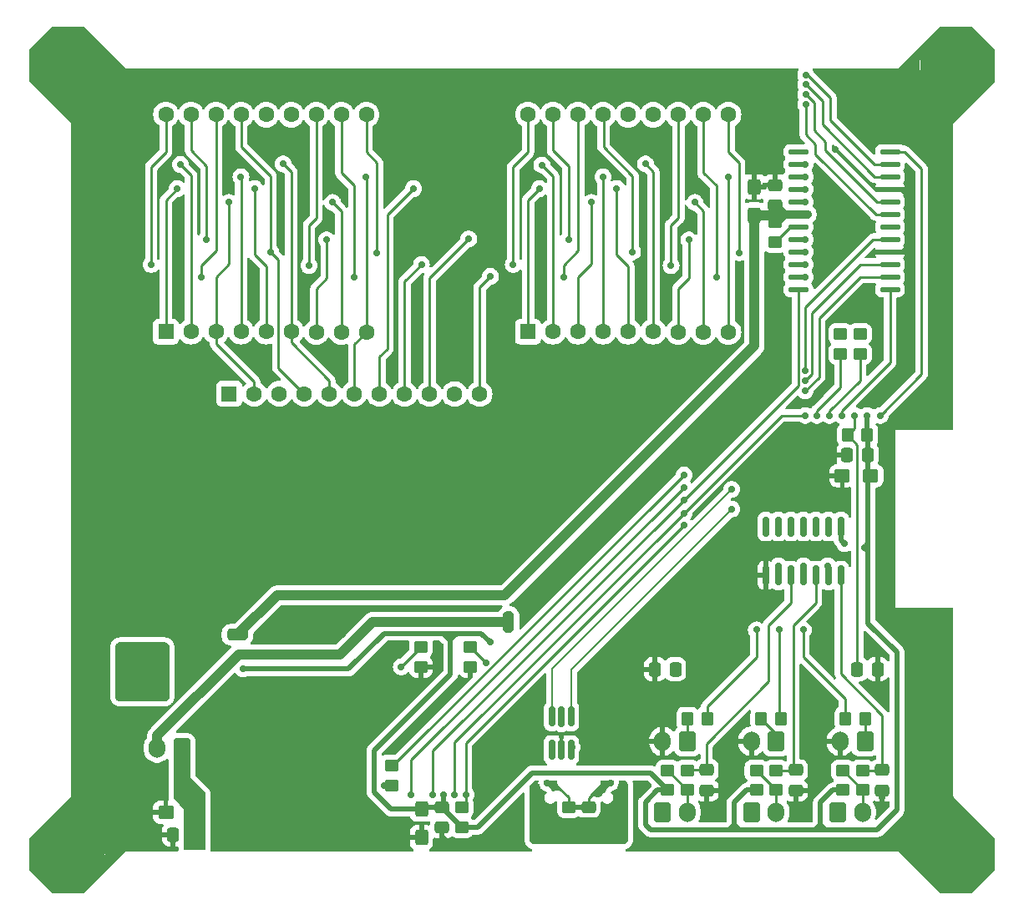
<source format=gbl>
G04 #@! TF.GenerationSoftware,KiCad,Pcbnew,8.0.4*
G04 #@! TF.CreationDate,2024-11-10T19:37:50+01:00*
G04 #@! TF.ProjectId,SchrackCounter,53636872-6163-46b4-936f-756e7465722e,v0.0.4*
G04 #@! TF.SameCoordinates,Original*
G04 #@! TF.FileFunction,Copper,L4,Bot*
G04 #@! TF.FilePolarity,Positive*
%FSLAX46Y46*%
G04 Gerber Fmt 4.6, Leading zero omitted, Abs format (unit mm)*
G04 Created by KiCad (PCBNEW 8.0.4) date 2024-11-10 19:37:50*
%MOMM*%
%LPD*%
G01*
G04 APERTURE LIST*
G04 Aperture macros list*
%AMRoundRect*
0 Rectangle with rounded corners*
0 $1 Rounding radius*
0 $2 $3 $4 $5 $6 $7 $8 $9 X,Y pos of 4 corners*
0 Add a 4 corners polygon primitive as box body*
4,1,4,$2,$3,$4,$5,$6,$7,$8,$9,$2,$3,0*
0 Add four circle primitives for the rounded corners*
1,1,$1+$1,$2,$3*
1,1,$1+$1,$4,$5*
1,1,$1+$1,$6,$7*
1,1,$1+$1,$8,$9*
0 Add four rect primitives between the rounded corners*
20,1,$1+$1,$2,$3,$4,$5,0*
20,1,$1+$1,$4,$5,$6,$7,0*
20,1,$1+$1,$6,$7,$8,$9,0*
20,1,$1+$1,$8,$9,$2,$3,0*%
G04 Aperture macros list end*
G04 #@! TA.AperFunction,Conductor*
%ADD10C,0.200000*%
G04 #@! TD*
G04 #@! TA.AperFunction,ComponentPad*
%ADD11R,1.600000X1.600000*%
G04 #@! TD*
G04 #@! TA.AperFunction,ComponentPad*
%ADD12C,1.600000*%
G04 #@! TD*
G04 #@! TA.AperFunction,ComponentPad*
%ADD13RoundRect,0.250000X0.600000X0.750000X-0.600000X0.750000X-0.600000X-0.750000X0.600000X-0.750000X0*%
G04 #@! TD*
G04 #@! TA.AperFunction,ComponentPad*
%ADD14O,1.700000X2.000000*%
G04 #@! TD*
G04 #@! TA.AperFunction,ComponentPad*
%ADD15C,0.800000*%
G04 #@! TD*
G04 #@! TA.AperFunction,ComponentPad*
%ADD16C,6.400000*%
G04 #@! TD*
G04 #@! TA.AperFunction,ComponentPad*
%ADD17RoundRect,0.250000X-0.600000X-0.750000X0.600000X-0.750000X0.600000X0.750000X-0.600000X0.750000X0*%
G04 #@! TD*
G04 #@! TA.AperFunction,ComponentPad*
%ADD18O,0.900000X2.000000*%
G04 #@! TD*
G04 #@! TA.AperFunction,ComponentPad*
%ADD19O,0.900000X1.700000*%
G04 #@! TD*
G04 #@! TA.AperFunction,SMDPad,CuDef*
%ADD20RoundRect,0.250000X-0.425000X0.537500X-0.425000X-0.537500X0.425000X-0.537500X0.425000X0.537500X0*%
G04 #@! TD*
G04 #@! TA.AperFunction,SMDPad,CuDef*
%ADD21RoundRect,0.250000X0.450000X-0.350000X0.450000X0.350000X-0.450000X0.350000X-0.450000X-0.350000X0*%
G04 #@! TD*
G04 #@! TA.AperFunction,SMDPad,CuDef*
%ADD22RoundRect,0.137500X0.862500X0.137500X-0.862500X0.137500X-0.862500X-0.137500X0.862500X-0.137500X0*%
G04 #@! TD*
G04 #@! TA.AperFunction,SMDPad,CuDef*
%ADD23RoundRect,0.250000X0.350000X0.450000X-0.350000X0.450000X-0.350000X-0.450000X0.350000X-0.450000X0*%
G04 #@! TD*
G04 #@! TA.AperFunction,SMDPad,CuDef*
%ADD24RoundRect,0.250000X-0.450000X0.350000X-0.450000X-0.350000X0.450000X-0.350000X0.450000X0.350000X0*%
G04 #@! TD*
G04 #@! TA.AperFunction,SMDPad,CuDef*
%ADD25RoundRect,0.162500X0.162500X-0.837500X0.162500X0.837500X-0.162500X0.837500X-0.162500X-0.837500X0*%
G04 #@! TD*
G04 #@! TA.AperFunction,SMDPad,CuDef*
%ADD26RoundRect,0.250000X0.537500X0.425000X-0.537500X0.425000X-0.537500X-0.425000X0.537500X-0.425000X0*%
G04 #@! TD*
G04 #@! TA.AperFunction,SMDPad,CuDef*
%ADD27RoundRect,0.250000X0.475000X-0.337500X0.475000X0.337500X-0.475000X0.337500X-0.475000X-0.337500X0*%
G04 #@! TD*
G04 #@! TA.AperFunction,SMDPad,CuDef*
%ADD28RoundRect,0.250000X-0.475000X0.337500X-0.475000X-0.337500X0.475000X-0.337500X0.475000X0.337500X0*%
G04 #@! TD*
G04 #@! TA.AperFunction,SMDPad,CuDef*
%ADD29RoundRect,0.250000X0.337500X0.475000X-0.337500X0.475000X-0.337500X-0.475000X0.337500X-0.475000X0*%
G04 #@! TD*
G04 #@! TA.AperFunction,SMDPad,CuDef*
%ADD30RoundRect,0.250000X-0.350000X-0.450000X0.350000X-0.450000X0.350000X0.450000X-0.350000X0.450000X0*%
G04 #@! TD*
G04 #@! TA.AperFunction,SMDPad,CuDef*
%ADD31RoundRect,0.250000X-0.337500X-0.475000X0.337500X-0.475000X0.337500X0.475000X-0.337500X0.475000X0*%
G04 #@! TD*
G04 #@! TA.AperFunction,SMDPad,CuDef*
%ADD32RoundRect,0.150000X0.150000X-0.825000X0.150000X0.825000X-0.150000X0.825000X-0.150000X-0.825000X0*%
G04 #@! TD*
G04 #@! TA.AperFunction,SMDPad,CuDef*
%ADD33RoundRect,0.250000X0.425000X-0.537500X0.425000X0.537500X-0.425000X0.537500X-0.425000X-0.537500X0*%
G04 #@! TD*
G04 #@! TA.AperFunction,ViaPad*
%ADD34C,0.700000*%
G04 #@! TD*
G04 #@! TA.AperFunction,Conductor*
%ADD35C,0.250000*%
G04 #@! TD*
G04 #@! TA.AperFunction,Conductor*
%ADD36C,0.500000*%
G04 #@! TD*
G04 #@! TA.AperFunction,Conductor*
%ADD37C,1.000000*%
G04 #@! TD*
G04 APERTURE END LIST*
D10*
X227250000Y-72330000D02*
X229500000Y-72330000D01*
X229750000Y-72580000D01*
X229750000Y-72830000D01*
X229500000Y-73080000D01*
X227250000Y-73080000D01*
X226750000Y-73580000D01*
X226750000Y-73830000D01*
X226000000Y-73830000D01*
X226000000Y-73080000D01*
X226000000Y-71830000D01*
X226750000Y-71830000D01*
X227250000Y-72330000D01*
G04 #@! TA.AperFunction,Conductor*
G36*
X227250000Y-72330000D02*
G01*
X229500000Y-72330000D01*
X229750000Y-72580000D01*
X229750000Y-72830000D01*
X229500000Y-73080000D01*
X227250000Y-73080000D01*
X226750000Y-73580000D01*
X226750000Y-73830000D01*
X226000000Y-73830000D01*
X226000000Y-73080000D01*
X226000000Y-71830000D01*
X226750000Y-71830000D01*
X227250000Y-72330000D01*
G37*
G04 #@! TD.AperFunction*
X166800000Y-126130000D02*
X166800000Y-129880000D01*
X168300000Y-131380000D01*
X168300000Y-137080000D01*
X166300000Y-137080000D01*
X166300000Y-132980000D01*
X165250000Y-131930000D01*
X165250000Y-126130000D01*
X165525000Y-125855000D01*
X166525000Y-125855000D01*
X166800000Y-126130000D01*
G04 #@! TA.AperFunction,Conductor*
G36*
X166800000Y-126130000D02*
G01*
X166800000Y-129880000D01*
X168300000Y-131380000D01*
X168300000Y-137080000D01*
X166300000Y-137080000D01*
X166300000Y-132980000D01*
X165250000Y-131930000D01*
X165250000Y-126130000D01*
X165525000Y-125855000D01*
X166525000Y-125855000D01*
X166800000Y-126130000D01*
G37*
G04 #@! TD.AperFunction*
X199600000Y-113280000D02*
X199600000Y-114780000D01*
X199350000Y-115030000D01*
X198850000Y-115030000D01*
X198600000Y-114780000D01*
X198600000Y-113280000D01*
X198850000Y-113030000D01*
X199350000Y-113030000D01*
X199600000Y-113280000D01*
G04 #@! TA.AperFunction,Conductor*
G36*
X199600000Y-113280000D02*
G01*
X199600000Y-114780000D01*
X199350000Y-115030000D01*
X198850000Y-115030000D01*
X198600000Y-114780000D01*
X198600000Y-113280000D01*
X198850000Y-113030000D01*
X199350000Y-113030000D01*
X199600000Y-113280000D01*
G37*
G04 #@! TD.AperFunction*
X172650000Y-115080000D02*
X172650000Y-115580000D01*
X172400000Y-115830000D01*
X170900000Y-115830000D01*
X170650000Y-115580000D01*
X170650000Y-115080000D01*
X170900000Y-114830000D01*
X172400000Y-114830000D01*
X172650000Y-115080000D01*
G04 #@! TA.AperFunction,Conductor*
G36*
X172650000Y-115080000D02*
G01*
X172650000Y-115580000D01*
X172400000Y-115830000D01*
X170900000Y-115830000D01*
X170650000Y-115580000D01*
X170650000Y-115080000D01*
X170900000Y-114830000D01*
X172400000Y-114830000D01*
X172650000Y-115080000D01*
G37*
G04 #@! TD.AperFunction*
D11*
X170800000Y-90880000D03*
D12*
X173340000Y-90880000D03*
X175880000Y-90880000D03*
X178420000Y-90880000D03*
X180960000Y-90880000D03*
X183500000Y-90880000D03*
X186040000Y-90910000D03*
X188580000Y-90910000D03*
X191120000Y-90910000D03*
X193660000Y-90910000D03*
X196200000Y-90910000D03*
D13*
X235250000Y-126130000D03*
D14*
X232750000Y-126130000D03*
D11*
X201100000Y-84580000D03*
D12*
X203640000Y-84580000D03*
X206180000Y-84580000D03*
X208720000Y-84580000D03*
X211260000Y-84580000D03*
X213800000Y-84580000D03*
X216340000Y-84610000D03*
X218880000Y-84610000D03*
X221420000Y-84610000D03*
X221420000Y-62580000D03*
X218880000Y-62580000D03*
X216340000Y-62580000D03*
X213800000Y-62580000D03*
X211260000Y-62580000D03*
X208720000Y-62580000D03*
X206180000Y-62550000D03*
X203640000Y-62550000D03*
X201100000Y-62550000D03*
D15*
X242100000Y-137580000D03*
X242802944Y-135882944D03*
X242802944Y-139277056D03*
X244500000Y-135180000D03*
D16*
X244500000Y-137580000D03*
D15*
X244500000Y-139980000D03*
X246197056Y-135882944D03*
X246197056Y-139277056D03*
X246900000Y-137580000D03*
D13*
X226250000Y-126130000D03*
D14*
X223750000Y-126130000D03*
D15*
X242100000Y-57580000D03*
X242802944Y-55882944D03*
X242802944Y-59277056D03*
X244500000Y-55180000D03*
D16*
X244500000Y-57580000D03*
D15*
X244500000Y-59980000D03*
X246197056Y-55882944D03*
X246197056Y-59277056D03*
X246900000Y-57580000D03*
D11*
X164400000Y-84580000D03*
D12*
X166940000Y-84580000D03*
X169480000Y-84580000D03*
X172020000Y-84580000D03*
X174560000Y-84580000D03*
X177100000Y-84580000D03*
X179640000Y-84610000D03*
X182180000Y-84610000D03*
X184720000Y-84610000D03*
X184720000Y-62580000D03*
X182180000Y-62580000D03*
X179640000Y-62580000D03*
X177100000Y-62580000D03*
X174560000Y-62580000D03*
X172020000Y-62580000D03*
X169480000Y-62550000D03*
X166940000Y-62550000D03*
X164400000Y-62550000D03*
D17*
X214750000Y-133305000D03*
D14*
X217250000Y-133305000D03*
D13*
X217250000Y-126130000D03*
D14*
X214750000Y-126130000D03*
D13*
X166000000Y-126805000D03*
D14*
X163500000Y-126805000D03*
D15*
X152100000Y-137580000D03*
X152802944Y-135882944D03*
X152802944Y-139277056D03*
X154500000Y-135180000D03*
D16*
X154500000Y-137580000D03*
D15*
X154500000Y-139980000D03*
X156197056Y-135882944D03*
X156197056Y-139277056D03*
X156900000Y-137580000D03*
D17*
X232500000Y-133305000D03*
D14*
X235000000Y-133305000D03*
D17*
X223750000Y-133305000D03*
D14*
X226250000Y-133305000D03*
D18*
X201925000Y-131372500D03*
X210575000Y-131372500D03*
D19*
X201925000Y-135542500D03*
X210575000Y-135542500D03*
D15*
X152100000Y-57580000D03*
X152802944Y-55882944D03*
X152802944Y-59277056D03*
X154500000Y-55180000D03*
D16*
X154500000Y-57580000D03*
D15*
X154500000Y-59980000D03*
X156197056Y-55882944D03*
X156197056Y-59277056D03*
X156900000Y-57580000D03*
D20*
X190300000Y-133005000D03*
X190300000Y-135880000D03*
D21*
X232750000Y-86830000D03*
X232750000Y-84830000D03*
D22*
X237800000Y-66345000D03*
X237800000Y-67615000D03*
X237800000Y-68885000D03*
X237800000Y-70155000D03*
X237800000Y-71425000D03*
X237800000Y-72695000D03*
X237800000Y-73965000D03*
X237800000Y-75235000D03*
X237800000Y-76505000D03*
X237800000Y-77775000D03*
X237800000Y-79045000D03*
X237800000Y-80315000D03*
X228500000Y-80315000D03*
X228500000Y-79045000D03*
X228500000Y-77775000D03*
X228500000Y-76505000D03*
X228500000Y-75235000D03*
X228500000Y-73965000D03*
X228500000Y-72695000D03*
X228500000Y-71425000D03*
X228500000Y-70155000D03*
X228500000Y-68885000D03*
X228500000Y-67615000D03*
X228500000Y-66345000D03*
D23*
X235250000Y-123830000D03*
X233250000Y-123830000D03*
D24*
X226150000Y-73492500D03*
X226150000Y-75492500D03*
D25*
X205450000Y-127002500D03*
X204500000Y-127002500D03*
X203550000Y-127002500D03*
X203550000Y-123582500D03*
X204500000Y-123582500D03*
X205450000Y-123582500D03*
D26*
X235837500Y-99180000D03*
X232962500Y-99180000D03*
D27*
X226150000Y-71780000D03*
X226150000Y-69705000D03*
D28*
X207250000Y-132792500D03*
X207250000Y-134867500D03*
D21*
X234750000Y-86830000D03*
X234750000Y-84830000D03*
D24*
X215250000Y-129080000D03*
X215250000Y-131080000D03*
D26*
X167262500Y-133330000D03*
X164387500Y-133330000D03*
D24*
X233000000Y-129080000D03*
X233000000Y-131080000D03*
X235000000Y-129080000D03*
X235000000Y-131080000D03*
D21*
X205250000Y-134830000D03*
X205250000Y-132830000D03*
D24*
X195250000Y-116580000D03*
X195250000Y-118580000D03*
D29*
X167187500Y-135580000D03*
X165112500Y-135580000D03*
D24*
X194400000Y-132842500D03*
X194400000Y-134842500D03*
D29*
X235537500Y-97080000D03*
X233462500Y-97080000D03*
D24*
X187250000Y-128580000D03*
X187250000Y-130580000D03*
D30*
X224750000Y-123830000D03*
X226750000Y-123830000D03*
D29*
X216037500Y-118830000D03*
X213962500Y-118830000D03*
D30*
X233500000Y-95080000D03*
X235500000Y-95080000D03*
D27*
X219200000Y-131117500D03*
X219200000Y-129042500D03*
X237000000Y-131117500D03*
X237000000Y-129042500D03*
D31*
X234462500Y-118830000D03*
X236537500Y-118830000D03*
D32*
X232810000Y-109305000D03*
X231540000Y-109305000D03*
X230270000Y-109305000D03*
X229000000Y-109305000D03*
X227730000Y-109305000D03*
X226460000Y-109305000D03*
X225190000Y-109305000D03*
X225190000Y-104355000D03*
X226460000Y-104355000D03*
X227730000Y-104355000D03*
X229000000Y-104355000D03*
X230270000Y-104355000D03*
X231540000Y-104355000D03*
X232810000Y-104355000D03*
D24*
X226250000Y-129080000D03*
X226250000Y-131080000D03*
D33*
X224050000Y-72767500D03*
X224050000Y-69892500D03*
D27*
X228250000Y-131117500D03*
X228250000Y-129042500D03*
D30*
X217250001Y-123829999D03*
X219249999Y-123830001D03*
D24*
X224250000Y-129080000D03*
X224250000Y-131080000D03*
D28*
X192400000Y-132805000D03*
X192400000Y-134880000D03*
D24*
X190250000Y-116580000D03*
X190250000Y-118580000D03*
X217250000Y-129080000D03*
X217250000Y-131080000D03*
D34*
X173255000Y-133283848D03*
X179255000Y-103283848D03*
X170255000Y-136283848D03*
X182250000Y-130280000D03*
X200255000Y-106283848D03*
X215255000Y-112283848D03*
X161255000Y-82283848D03*
X158255000Y-79283848D03*
X209255000Y-88283848D03*
X218255000Y-112283848D03*
X188255000Y-97283848D03*
X161255000Y-76283848D03*
X185255000Y-109283848D03*
X158255000Y-85283848D03*
X215255000Y-121283848D03*
X203255000Y-100283848D03*
X170255000Y-106283848D03*
X188255000Y-61283848D03*
X179255000Y-130283848D03*
X173255000Y-127283848D03*
X158255000Y-100283848D03*
X236255000Y-136283848D03*
X236600000Y-118880000D03*
X203255000Y-97283848D03*
X158255000Y-133283848D03*
X194255000Y-64283848D03*
X161255000Y-100283848D03*
X161255000Y-130283848D03*
X180900000Y-64280000D03*
X224255000Y-100283848D03*
X158255000Y-103283848D03*
X167255000Y-97283848D03*
X201500000Y-112580000D03*
X158255000Y-91283848D03*
X203000000Y-130330000D03*
X158255000Y-67283848D03*
X212255000Y-115283848D03*
X170800000Y-64280000D03*
X197255000Y-73283848D03*
X227255000Y-82283848D03*
X212255000Y-64283848D03*
X194255000Y-88283848D03*
X221255000Y-106283848D03*
X195250000Y-118580000D03*
X221255000Y-115283848D03*
X221255000Y-136283848D03*
X161255000Y-94283848D03*
X215255000Y-82283848D03*
X212255000Y-127283848D03*
X170255000Y-109283848D03*
X227255000Y-88283848D03*
X164255000Y-94283848D03*
X227255000Y-106283848D03*
X167255000Y-100283848D03*
X209255000Y-94283848D03*
X158255000Y-64283848D03*
X164255000Y-97283848D03*
X167255000Y-109283848D03*
X224255000Y-136283848D03*
X209255000Y-118283848D03*
X191255000Y-103283848D03*
X212255000Y-94283848D03*
X176255000Y-109283848D03*
X161255000Y-109283848D03*
X207450000Y-64280000D03*
X170255000Y-133283848D03*
X221255000Y-127283848D03*
X194255000Y-61283848D03*
X167255000Y-88283848D03*
X170255000Y-100283848D03*
X194255000Y-100283848D03*
X167255000Y-91283848D03*
X173300000Y-87280000D03*
X209500002Y-130330000D03*
X236255000Y-64283848D03*
X200255000Y-100283848D03*
X179250000Y-127280000D03*
X182255000Y-106283848D03*
X188255000Y-73283848D03*
X194255000Y-106283848D03*
X227255000Y-100283848D03*
X185255000Y-124283848D03*
X179250000Y-124280000D03*
X173255000Y-64283848D03*
X158255000Y-73283848D03*
X215255000Y-64283848D03*
X158255000Y-82283848D03*
X158255000Y-124283848D03*
X212255000Y-121283848D03*
X173255000Y-82283848D03*
X173255000Y-97283848D03*
X200255000Y-88283848D03*
X161255000Y-112283848D03*
X242255000Y-133283848D03*
X173255000Y-109283848D03*
X203255000Y-94283848D03*
X221255000Y-130283848D03*
X218255000Y-88283848D03*
X194255000Y-103283848D03*
X182255000Y-103283848D03*
X231250000Y-114830000D03*
X158255000Y-97283848D03*
X165700000Y-73280000D03*
X188255000Y-64283848D03*
X194255000Y-97283848D03*
X230255000Y-130283848D03*
X185255000Y-103283848D03*
X197255000Y-82283848D03*
X233255000Y-136283848D03*
X197255000Y-130283848D03*
X158255000Y-109283848D03*
X176255000Y-127283848D03*
X191255000Y-61283848D03*
X215255000Y-136283848D03*
X173255000Y-106283848D03*
X239255000Y-115283848D03*
X182255000Y-109283848D03*
X161255000Y-97283848D03*
X191255000Y-100283848D03*
X179255000Y-106283848D03*
X165700000Y-64280000D03*
X206255000Y-94283848D03*
X173255000Y-130283848D03*
X182250000Y-92330000D03*
X197255000Y-64283848D03*
X206255000Y-100283848D03*
X158255000Y-70283848D03*
X212255000Y-124283848D03*
X161255000Y-70283848D03*
X182255000Y-124283848D03*
X173255000Y-136283848D03*
X158255000Y-118283848D03*
X158255000Y-121283848D03*
X218255000Y-121283848D03*
X212255000Y-136283848D03*
X206255000Y-88283848D03*
X170255000Y-127283848D03*
X215255000Y-124283848D03*
X158255000Y-88283848D03*
X176255000Y-100283848D03*
X230255000Y-106283848D03*
X179255000Y-133283848D03*
X170255000Y-103283848D03*
X197255000Y-127283848D03*
X206255000Y-97283848D03*
X158255000Y-127283848D03*
X179255000Y-109283848D03*
X164255000Y-88283848D03*
X227255000Y-97283848D03*
X164255000Y-100283848D03*
X173255000Y-100283848D03*
X230255000Y-124283848D03*
X242255000Y-118283848D03*
X197255000Y-85283848D03*
X202400000Y-64280000D03*
X202500000Y-82280000D03*
X203255000Y-103283848D03*
X191255000Y-64283848D03*
X215255000Y-115283848D03*
X167255000Y-94283848D03*
X161255000Y-64283848D03*
X237000000Y-131780000D03*
X161255000Y-79283848D03*
X161255000Y-103283848D03*
X176255000Y-124283848D03*
X185255000Y-106283848D03*
X179255000Y-97283848D03*
X230255000Y-127283848D03*
X182255000Y-97283848D03*
X170255000Y-130283848D03*
X161255000Y-91283848D03*
X176255000Y-97283848D03*
X182255000Y-115283848D03*
X200255000Y-124283848D03*
X161255000Y-73283848D03*
X161255000Y-106283848D03*
X164255000Y-109283848D03*
X167255000Y-103283848D03*
X158255000Y-130283848D03*
X221255000Y-109283848D03*
X194255000Y-82283848D03*
X200255000Y-97283848D03*
X224255000Y-106283848D03*
X197255000Y-103283848D03*
X227255000Y-85283848D03*
X230255000Y-97283848D03*
X242255000Y-121283848D03*
X197255000Y-106283848D03*
X197255000Y-100283848D03*
X215255000Y-88283848D03*
X164255000Y-106283848D03*
X158255000Y-61283848D03*
X232500000Y-72080000D03*
X173255000Y-103283848D03*
X158255000Y-115283848D03*
X197255000Y-61283848D03*
X173255000Y-124283848D03*
X164255000Y-91283848D03*
X188255000Y-121283848D03*
X158255000Y-94283848D03*
X224255000Y-64283848D03*
X161255000Y-88283848D03*
X230255000Y-121283848D03*
X176255000Y-103283848D03*
X164255000Y-103283848D03*
X197255000Y-136283848D03*
X242255000Y-115283848D03*
X185255000Y-97283848D03*
X158255000Y-76283848D03*
X203255000Y-88283848D03*
X182250000Y-127280000D03*
X227255000Y-136283848D03*
X189900000Y-88280000D03*
X236255000Y-82283848D03*
X168000000Y-124080000D03*
X217600000Y-64280000D03*
X161255000Y-67283848D03*
X164255000Y-130283848D03*
X192500000Y-136080000D03*
X161255000Y-127283848D03*
X161255000Y-61283848D03*
X197255000Y-88283848D03*
X191255000Y-73283848D03*
X230255000Y-136283848D03*
X239255000Y-136283848D03*
X233255000Y-61283848D03*
X188255000Y-100283848D03*
X209255000Y-97283848D03*
X197255000Y-109283848D03*
X170255000Y-97283848D03*
X182255000Y-133283848D03*
X188255000Y-103283848D03*
X167255000Y-106283848D03*
X209255000Y-121283848D03*
X191255000Y-109283848D03*
X191255000Y-97283848D03*
X176255000Y-133283848D03*
X176255000Y-130283848D03*
X191255000Y-106283848D03*
X194255000Y-109283848D03*
X232250000Y-66080000D03*
X242255000Y-124283848D03*
X197255000Y-97283848D03*
X188255000Y-136283848D03*
X179255000Y-115283848D03*
X200255000Y-103283848D03*
X176255000Y-64283848D03*
X194255000Y-73283848D03*
X227255000Y-64283848D03*
X161255000Y-85283848D03*
X158255000Y-106283848D03*
X236255000Y-61283848D03*
X188255000Y-106283848D03*
X218255000Y-115283848D03*
X188255000Y-109283848D03*
X182255000Y-88283848D03*
X194255000Y-85283848D03*
X158255000Y-112283848D03*
X212255000Y-88283848D03*
X212255000Y-82283848D03*
X170255000Y-94283848D03*
X218255000Y-136283848D03*
X176255000Y-106283848D03*
X167850000Y-136730000D03*
X167350000Y-135980000D03*
X166799997Y-136730000D03*
X201500000Y-108580000D03*
X188250000Y-111330000D03*
X172100000Y-115330000D03*
X200500000Y-109580000D03*
X171100000Y-115330000D03*
X164000000Y-118080000D03*
X197250000Y-116080000D03*
X164000000Y-117080000D03*
X162000000Y-120080000D03*
X161000000Y-118580000D03*
X163000000Y-119580000D03*
X160000000Y-121080000D03*
X161000000Y-117580000D03*
X160000000Y-117080000D03*
X161000000Y-116580000D03*
X164000000Y-119080000D03*
X161000000Y-121580000D03*
X235200000Y-106480000D03*
X161000000Y-120580000D03*
X163000000Y-116580000D03*
X162000000Y-118080000D03*
X162000000Y-119080000D03*
X192550000Y-131542500D03*
X172200000Y-118780000D03*
X163000000Y-120580000D03*
X160000000Y-120080000D03*
X233200000Y-106080000D03*
X163000000Y-117580000D03*
X235490000Y-93080000D03*
X163000000Y-121580000D03*
X164000000Y-120080000D03*
X162000000Y-121080000D03*
X162000000Y-117080000D03*
X160000000Y-118080000D03*
X163000000Y-118580000D03*
X160000000Y-119080000D03*
X161000000Y-119580000D03*
X164000000Y-121080000D03*
X204500000Y-124380000D03*
X234220000Y-93080000D03*
X234250000Y-118830000D03*
X216250000Y-118830000D03*
X168500000Y-75220000D03*
X229200000Y-75230000D03*
X217400000Y-75280000D03*
X180700000Y-75280000D03*
X205200000Y-75220000D03*
X195100000Y-75180000D03*
X168000000Y-79030000D03*
X197300000Y-78980000D03*
X183500000Y-79080000D03*
X220200000Y-79080000D03*
X229200000Y-79030000D03*
X204700000Y-79030000D03*
X165550000Y-70080000D03*
X189500000Y-70080000D03*
X202250000Y-70080000D03*
X229200000Y-70130000D03*
X173400000Y-70080000D03*
X210100000Y-70080000D03*
X176300000Y-67580000D03*
X229200000Y-67630000D03*
X165850000Y-67630000D03*
X202500000Y-67680000D03*
X213000000Y-67580000D03*
X175000000Y-76480000D03*
X185800000Y-76580000D03*
X222500000Y-76580000D03*
X229200000Y-76480000D03*
X211700000Y-76480000D03*
X199600000Y-77780000D03*
X229200000Y-77780000D03*
X162900000Y-77780000D03*
X190300000Y-77780000D03*
X178900000Y-77880000D03*
X215600000Y-77880000D03*
X229200000Y-71430000D03*
X170800000Y-71480000D03*
X218000000Y-71480000D03*
X181300000Y-71480000D03*
X207500000Y-71480000D03*
X229047298Y-108330000D03*
X226500000Y-108330000D03*
X216900000Y-102980000D03*
X236800000Y-93080000D03*
X193650000Y-131542500D03*
X229200000Y-93080000D03*
X216900000Y-101680000D03*
X191475000Y-131542500D03*
X221750000Y-102580000D03*
X221750000Y-100580000D03*
X231500000Y-108330000D03*
X230410000Y-93080000D03*
X231680000Y-93080000D03*
X216900000Y-99130000D03*
X216900000Y-104180000D03*
X194800000Y-131542500D03*
X189275000Y-131542500D03*
X216900000Y-100380000D03*
X229250000Y-58530000D03*
X232950000Y-93080000D03*
X229250000Y-59530000D03*
X186500000Y-130580000D03*
X224250000Y-114830000D03*
X226600000Y-114830000D03*
X229000000Y-114830000D03*
X172000000Y-68880000D03*
X184700000Y-68880000D03*
X221400000Y-68880000D03*
X229200000Y-68880000D03*
X208700000Y-68880000D03*
X229200000Y-90580000D03*
X229200000Y-89580000D03*
X229200000Y-88580000D03*
X229250000Y-61530000D03*
X229250000Y-60530000D03*
X196860202Y-118215202D03*
X188250000Y-118580000D03*
X205550000Y-126742500D03*
X234750000Y-84830000D03*
X232750000Y-84830000D03*
X203550000Y-126742500D03*
X199100000Y-113580000D03*
X199100000Y-114480000D03*
D35*
X237800000Y-70155000D02*
X238799999Y-70155000D01*
X203750000Y-130330000D02*
X203000000Y-130330000D01*
X205250000Y-131830000D02*
X203750000Y-130330000D01*
D36*
X205287500Y-132792500D02*
X205250000Y-132830000D01*
D35*
X237800000Y-70155000D02*
X236325000Y-70155000D01*
X238799999Y-76505000D02*
X237800000Y-76505000D01*
X209500002Y-130330000D02*
X208775000Y-130330000D01*
D36*
X207250000Y-132792500D02*
X205287500Y-132792500D01*
D35*
X238799999Y-70155000D02*
X239500000Y-70855001D01*
X239500000Y-75804999D02*
X238799999Y-76505000D01*
X207250000Y-131855000D02*
X207250000Y-132792500D01*
X208775000Y-130330000D02*
X207250000Y-131855000D01*
X236325000Y-70155000D02*
X232250000Y-66080000D01*
X239500000Y-70855001D02*
X239500000Y-75804999D01*
X205250000Y-132830000D02*
X205250000Y-131830000D01*
D37*
X224050000Y-72767500D02*
X226062500Y-72767500D01*
X198750000Y-111330000D02*
X224050000Y-86030000D01*
X226150000Y-72680000D02*
X226150000Y-71780000D01*
X171650000Y-115330000D02*
X175650000Y-111330000D01*
X175650000Y-111330000D02*
X198750000Y-111330000D01*
X226062500Y-72767500D02*
X226150000Y-72680000D01*
X224050000Y-86030000D02*
X224050000Y-72767500D01*
X226165000Y-72695000D02*
X226150000Y-72680000D01*
X226150000Y-73492500D02*
X226150000Y-72680000D01*
D36*
X235587500Y-106180000D02*
X235500000Y-106180000D01*
X235587500Y-114167500D02*
X235587500Y-106980000D01*
X196350000Y-115180000D02*
X193900000Y-115180000D01*
X172200000Y-118780000D02*
X182900000Y-118780000D01*
X193250000Y-115830000D02*
X193250000Y-119330000D01*
X230750000Y-132330000D02*
X232000000Y-131080000D01*
X193150000Y-115830000D02*
X193250000Y-115830000D01*
X235500000Y-93090000D02*
X235490000Y-93080000D01*
X192500000Y-115180000D02*
X193900000Y-115180000D01*
X192550000Y-131542500D02*
X192550000Y-132655000D01*
X230250000Y-135080000D02*
X230750000Y-134580000D01*
X214250000Y-131080000D02*
X215250000Y-131080000D01*
X193250000Y-115830000D02*
X193900000Y-115180000D01*
X233200000Y-106080000D02*
X232810000Y-105690000D01*
X192400000Y-132805000D02*
X190500000Y-132805000D01*
X187234315Y-133005000D02*
X190300000Y-133005000D01*
X222000000Y-134580000D02*
X222500000Y-135080000D01*
X235587500Y-106867500D02*
X235200000Y-106480000D01*
X235500000Y-106180000D02*
X235200000Y-106480000D01*
X213000000Y-132330000D02*
X214250000Y-131080000D01*
X193250000Y-115180000D02*
X193250000Y-115830000D01*
X236500000Y-135080000D02*
X238500000Y-133080000D01*
X193150000Y-115830000D02*
X192500000Y-115180000D01*
X213500000Y-135080000D02*
X221500000Y-135080000D01*
X230750000Y-134580000D02*
X231250000Y-135080000D01*
X235587500Y-106980000D02*
X235587500Y-106867500D01*
X185500000Y-131270685D02*
X187234315Y-133005000D01*
X213000000Y-134580000D02*
X213500000Y-135080000D01*
X238500000Y-133080000D02*
X238500000Y-117080000D01*
X192400000Y-132842500D02*
X194400000Y-134842500D01*
X230750000Y-135080000D02*
X230750000Y-134580000D01*
X221500000Y-135080000D02*
X222500000Y-135080000D01*
X232000000Y-131080000D02*
X233000000Y-131080000D01*
X190500000Y-132805000D02*
X190300000Y-133005000D01*
X235500000Y-95080000D02*
X235500000Y-93090000D01*
X222000000Y-132330000D02*
X223250000Y-131080000D01*
X230500000Y-135080000D02*
X231250000Y-135080000D01*
X193250000Y-119330000D02*
X185500000Y-127080000D01*
X238500000Y-117080000D02*
X235587500Y-114167500D01*
X195987500Y-134842500D02*
X201500000Y-129330000D01*
X186500000Y-115180000D02*
X192500000Y-115180000D01*
X222000000Y-135080000D02*
X222000000Y-134580000D01*
X232810000Y-105690000D02*
X232810000Y-104355000D01*
X194400000Y-134842500D02*
X195987500Y-134842500D01*
X230750000Y-134580000D02*
X230750000Y-132330000D01*
X185500000Y-127080000D02*
X185500000Y-131270685D01*
X192400000Y-132805000D02*
X192400000Y-132842500D01*
X235587500Y-106980000D02*
X235587500Y-106180000D01*
X231250000Y-135080000D02*
X236500000Y-135080000D01*
X235587500Y-95167500D02*
X235500000Y-95080000D01*
X213500000Y-129330000D02*
X215250000Y-131080000D01*
X222500000Y-135080000D02*
X230250000Y-135080000D01*
X192550000Y-132655000D02*
X192400000Y-132805000D01*
X222000000Y-134580000D02*
X222000000Y-132330000D01*
X223250000Y-131080000D02*
X224250000Y-131080000D01*
X230250000Y-135080000D02*
X230500000Y-135080000D01*
X182900000Y-118780000D02*
X186500000Y-115180000D01*
X201500000Y-129330000D02*
X213500000Y-129330000D01*
X213000000Y-134580000D02*
X213000000Y-132330000D01*
X235587500Y-106180000D02*
X235587500Y-95167500D01*
X221500000Y-135080000D02*
X222000000Y-134580000D01*
X197250000Y-116080000D02*
X196350000Y-115180000D01*
D35*
X234462500Y-96042500D02*
X233500000Y-95080000D01*
X234220000Y-94360000D02*
X233500000Y-95080000D01*
X234220000Y-93080000D02*
X234220000Y-94360000D01*
X234462500Y-118830000D02*
X234462500Y-96042500D01*
X228500000Y-73965000D02*
X227677500Y-73965000D01*
X227677500Y-73965000D02*
X226150000Y-75492500D01*
X216340000Y-80240000D02*
X217400000Y-79180000D01*
X217400000Y-79180000D02*
X217400000Y-75280000D01*
X205200000Y-67780000D02*
X203640000Y-66220000D01*
X180700000Y-79180000D02*
X180700000Y-75280000D01*
X191120000Y-90910000D02*
X191120000Y-79160000D01*
X179640000Y-80240000D02*
X180700000Y-79180000D01*
X179640000Y-84610000D02*
X179640000Y-80240000D01*
X228500000Y-75235000D02*
X229195000Y-75235000D01*
X168500000Y-67780000D02*
X166940000Y-66220000D01*
X166940000Y-66220000D02*
X166940000Y-62550000D01*
X229195000Y-75235000D02*
X229200000Y-75230000D01*
X216340000Y-84610000D02*
X216340000Y-80240000D01*
X203640000Y-66220000D02*
X203640000Y-62550000D01*
X205200000Y-75220000D02*
X205200000Y-67780000D01*
X191120000Y-79160000D02*
X195100000Y-75180000D01*
X168500000Y-75220000D02*
X168500000Y-67780000D01*
X183500000Y-79080000D02*
X183500000Y-69780000D01*
X196200000Y-80080000D02*
X197300000Y-78980000D01*
X196200000Y-90910000D02*
X196200000Y-80080000D01*
X183500000Y-69780000D02*
X182180000Y-68460000D01*
X220200000Y-69780000D02*
X218880000Y-68460000D01*
X218880000Y-68460000D02*
X218880000Y-62580000D01*
X204700000Y-77855000D02*
X206180000Y-76375000D01*
X168000000Y-79030000D02*
X168000000Y-77855000D01*
X168000000Y-77855000D02*
X169480000Y-76375000D01*
X228500000Y-79045000D02*
X229185000Y-79045000D01*
X206180000Y-76375000D02*
X206180000Y-62550000D01*
X182180000Y-68460000D02*
X182180000Y-62580000D01*
X204700000Y-79030000D02*
X204700000Y-77855000D01*
X229185000Y-79045000D02*
X229200000Y-79030000D01*
X169480000Y-76375000D02*
X169480000Y-62550000D01*
X220200000Y-79080000D02*
X220200000Y-69780000D01*
X201100000Y-71230000D02*
X202250000Y-70080000D01*
X228500000Y-70155000D02*
X229175000Y-70155000D01*
X164400000Y-84580000D02*
X164400000Y-71230000D01*
X186040000Y-90910000D02*
X186040000Y-87140000D01*
X186839999Y-72740001D02*
X189500000Y-70080000D01*
X210100000Y-76780000D02*
X210100000Y-70080000D01*
X173400000Y-76780000D02*
X173400000Y-70080000D01*
X201100000Y-84580000D02*
X201100000Y-71230000D01*
X164400000Y-71230000D02*
X165550000Y-70080000D01*
X186040000Y-87140000D02*
X186839999Y-86340001D01*
X211260000Y-84580000D02*
X211260000Y-77940000D01*
X211260000Y-77940000D02*
X210100000Y-76780000D01*
X186839999Y-86340001D02*
X186839999Y-72740001D01*
X229175000Y-70155000D02*
X229200000Y-70130000D01*
X174560000Y-84580000D02*
X174560000Y-77940000D01*
X174560000Y-77940000D02*
X173400000Y-76780000D01*
X228500000Y-67615000D02*
X229185000Y-67615000D01*
X229185000Y-67615000D02*
X229200000Y-67630000D01*
X177100000Y-68380000D02*
X176300000Y-67580000D01*
X213800000Y-84580000D02*
X213800000Y-68380000D01*
X180960000Y-90880000D02*
X180960000Y-89540000D01*
X165850000Y-67630000D02*
X166940000Y-68720000D01*
X180960000Y-89540000D02*
X177100000Y-85680000D01*
X177100000Y-85680000D02*
X177100000Y-84580000D01*
X166940000Y-68720000D02*
X166940000Y-84580000D01*
X213800000Y-68380000D02*
X213000000Y-67580000D01*
X177100000Y-84580000D02*
X177100000Y-68380000D01*
X203640000Y-84580000D02*
X203640000Y-68820000D01*
X203640000Y-68820000D02*
X202500000Y-67680000D01*
X229175000Y-76505000D02*
X229200000Y-76480000D01*
X184720000Y-66400000D02*
X185800000Y-67480000D01*
X208750000Y-65830000D02*
X208750000Y-62610000D01*
X208750000Y-62610000D02*
X208720000Y-62580000D01*
X211700000Y-68780000D02*
X208750000Y-65830000D01*
X175800000Y-77280000D02*
X175000000Y-76480000D01*
X221420000Y-62580000D02*
X221420000Y-66400000D01*
X175800000Y-88260000D02*
X175800000Y-77280000D01*
X172050000Y-62610000D02*
X172020000Y-62580000D01*
X211700000Y-76480000D02*
X211700000Y-68780000D01*
X221420000Y-66400000D02*
X222500000Y-67480000D01*
X184720000Y-62580000D02*
X184720000Y-66400000D01*
X185800000Y-67480000D02*
X185800000Y-76580000D01*
X222500000Y-67480000D02*
X222500000Y-76580000D01*
X172050000Y-65830000D02*
X172050000Y-62610000D01*
X178420000Y-90880000D02*
X175800000Y-88260000D01*
X175000000Y-68780000D02*
X172050000Y-65830000D01*
X228500000Y-76505000D02*
X229175000Y-76505000D01*
X175000000Y-76480000D02*
X175000000Y-68780000D01*
X188580000Y-90910000D02*
X188580000Y-79500000D01*
X199600000Y-77780000D02*
X199600000Y-67880000D01*
X179640000Y-73040000D02*
X179640000Y-62580000D01*
X229195000Y-77775000D02*
X229200000Y-77780000D01*
X216340000Y-73040000D02*
X216340000Y-62580000D01*
X188580000Y-79500000D02*
X190300000Y-77780000D01*
X215600000Y-73780000D02*
X216340000Y-73040000D01*
X164400000Y-66380000D02*
X164400000Y-62550000D01*
X178900000Y-77880000D02*
X178900000Y-73780000D01*
X215600000Y-77880000D02*
X215600000Y-73780000D01*
X178900000Y-73780000D02*
X179640000Y-73040000D01*
X199600000Y-67880000D02*
X201100000Y-66380000D01*
X201100000Y-66380000D02*
X201100000Y-62550000D01*
X228500000Y-77775000D02*
X229195000Y-77775000D01*
X162900000Y-67880000D02*
X164400000Y-66380000D01*
X162900000Y-77780000D02*
X162900000Y-67880000D01*
X169480000Y-84580000D02*
X169480000Y-85810000D01*
X182180000Y-72360000D02*
X181300000Y-71480000D01*
X228500000Y-71425000D02*
X229195000Y-71425000D01*
X169480000Y-79040000D02*
X170800000Y-77720000D01*
X173340000Y-89670000D02*
X173340000Y-90880000D01*
X169480000Y-84580000D02*
X169480000Y-79040000D01*
X218880000Y-84610000D02*
X218880000Y-72360000D01*
X206180000Y-84580000D02*
X206180000Y-79040000D01*
X229195000Y-71425000D02*
X229200000Y-71430000D01*
X207500000Y-77720000D02*
X207500000Y-71480000D01*
X169480000Y-85810000D02*
X173340000Y-89670000D01*
X182180000Y-84610000D02*
X182180000Y-72360000D01*
X218880000Y-72360000D02*
X218000000Y-71480000D01*
X206180000Y-79040000D02*
X207500000Y-77720000D01*
X170800000Y-77720000D02*
X170800000Y-71480000D01*
X236800000Y-93080000D02*
X241000000Y-88880000D01*
X216900000Y-102980000D02*
X193650000Y-126230000D01*
X216900000Y-102980000D02*
X226800000Y-93080000D01*
X193650000Y-126230000D02*
X193650000Y-131542500D01*
X241000000Y-88880000D02*
X241000000Y-68080000D01*
X226800000Y-93080000D02*
X229200000Y-93080000D01*
X241000000Y-68080000D02*
X239265000Y-66345000D01*
X239265000Y-66345000D02*
X237800000Y-66345000D01*
X216900000Y-101680000D02*
X191475000Y-127105000D01*
X228500000Y-80315000D02*
X228500000Y-90080000D01*
X228500000Y-90080000D02*
X216900000Y-101680000D01*
X191475000Y-127105000D02*
X191475000Y-131542500D01*
D10*
X221750000Y-102580000D02*
X205450000Y-118880000D01*
X205450000Y-118880000D02*
X205450000Y-123582500D01*
X221750000Y-100580000D02*
X203550000Y-118780000D01*
X203550000Y-118780000D02*
X203550000Y-123582500D01*
D35*
X230410000Y-93080000D02*
X230410000Y-92570000D01*
X232750000Y-90230000D02*
X232750000Y-86830000D01*
X230410000Y-92570000D02*
X232750000Y-90230000D01*
X231680000Y-93080000D02*
X231680000Y-92600000D01*
X231680000Y-92600000D02*
X234750000Y-89530000D01*
X234750000Y-89530000D02*
X234750000Y-86830000D01*
X216900000Y-99130000D02*
X187487500Y-128542500D01*
X216900000Y-104180000D02*
X194800000Y-126280000D01*
X194800000Y-132442500D02*
X194400000Y-132842500D01*
X194800000Y-131542500D02*
X194800000Y-132442500D01*
X194800000Y-126280000D02*
X194800000Y-131542500D01*
X189275000Y-128005000D02*
X189275000Y-131542500D01*
X216900000Y-100380000D02*
X189275000Y-128005000D01*
X236223558Y-67615000D02*
X231750000Y-63141442D01*
X229450000Y-58530000D02*
X229250000Y-58530000D01*
X231750000Y-60830000D02*
X229450000Y-58530000D01*
X237800000Y-67615000D02*
X236223558Y-67615000D01*
X231750000Y-63141442D02*
X231750000Y-60830000D01*
X237800000Y-87730000D02*
X237800000Y-80315000D01*
X232950000Y-93080000D02*
X232950000Y-92580000D01*
X232950000Y-92580000D02*
X237800000Y-87730000D01*
X230950000Y-61230000D02*
X229250000Y-59530000D01*
X236230000Y-68885000D02*
X230950000Y-63605000D01*
X230950000Y-63605000D02*
X230950000Y-61230000D01*
X237800000Y-68885000D02*
X236230000Y-68885000D01*
X186500000Y-130580000D02*
X187250000Y-130580000D01*
X219249999Y-122580001D02*
X219249999Y-123830001D01*
X224250000Y-114830000D02*
X224250000Y-117580000D01*
X224250000Y-117580000D02*
X219249999Y-122580001D01*
X226750000Y-123830000D02*
X226600000Y-123680000D01*
X226600000Y-123680000D02*
X226600000Y-114830000D01*
X229000000Y-114830000D02*
X229000000Y-117580000D01*
X229000000Y-117580000D02*
X233250000Y-121830000D01*
X233250000Y-121830000D02*
X233250000Y-123830000D01*
X221420000Y-84610000D02*
X221420000Y-68900000D01*
X228500000Y-68885000D02*
X229195000Y-68885000D01*
X184720000Y-84610000D02*
X184720000Y-68900000D01*
X172020000Y-84580000D02*
X172020000Y-68900000D01*
X183500000Y-85830000D02*
X184720000Y-84610000D01*
X172020000Y-68900000D02*
X172000000Y-68880000D01*
X184720000Y-68900000D02*
X184700000Y-68880000D01*
X229195000Y-68885000D02*
X229200000Y-68880000D01*
X221420000Y-68900000D02*
X221400000Y-68880000D01*
X183500000Y-90880000D02*
X183500000Y-85830000D01*
X208720000Y-68900000D02*
X208700000Y-68880000D01*
X208720000Y-84580000D02*
X208720000Y-68900000D01*
X230600000Y-89180000D02*
X230600000Y-83230000D01*
X234785000Y-79045000D02*
X237800000Y-79045000D01*
X230600000Y-83230000D02*
X234785000Y-79045000D01*
X229150000Y-90630000D02*
X230600000Y-89180000D01*
X234805000Y-77775000D02*
X229900000Y-82680000D01*
X229900000Y-82680000D02*
X229900000Y-88880000D01*
X237800000Y-77775000D02*
X234805000Y-77775000D01*
X229900000Y-88880000D02*
X229200000Y-89580000D01*
X229200000Y-88580000D02*
X229200000Y-82130000D01*
X229200000Y-82130000D02*
X236095000Y-75235000D01*
X236095000Y-75235000D02*
X237800000Y-75235000D01*
X237800000Y-72695000D02*
X236365000Y-72695000D01*
X229250000Y-64580000D02*
X229250000Y-61530000D01*
X236365000Y-72695000D02*
X230250000Y-66580000D01*
X230250000Y-66580000D02*
X230250000Y-65580000D01*
X230250000Y-65580000D02*
X229250000Y-64580000D01*
X236470000Y-71425000D02*
X231250000Y-66205000D01*
X230100000Y-64180000D02*
X230100000Y-61380000D01*
X230100000Y-61380000D02*
X229250000Y-60530000D01*
X231250000Y-66205000D02*
X231250000Y-65330000D01*
X231250000Y-65330000D02*
X230100000Y-64180000D01*
X237800000Y-71425000D02*
X236470000Y-71425000D01*
X196860202Y-118215202D02*
X196860202Y-118190202D01*
X196860202Y-118190202D02*
X195250000Y-116580000D01*
X190250000Y-116580000D02*
X188250000Y-118580000D01*
X226250000Y-129080000D02*
X228212500Y-129080000D01*
X228212500Y-129080000D02*
X228250000Y-129042500D01*
X230270000Y-112060000D02*
X228000000Y-114330000D01*
X228000000Y-128792500D02*
X228250000Y-129042500D01*
X230270000Y-109305000D02*
X230270000Y-112060000D01*
X228000000Y-114330000D02*
X228000000Y-128792500D01*
X232810000Y-119290000D02*
X232810000Y-109305000D01*
X237000000Y-129042500D02*
X237000000Y-123480000D01*
X237000000Y-123480000D02*
X232810000Y-119290000D01*
X235000000Y-129080000D02*
X236962500Y-129080000D01*
X236962500Y-129080000D02*
X237000000Y-129042500D01*
X217287500Y-129042500D02*
X217250000Y-129080000D01*
X225500000Y-114330000D02*
X225500000Y-120080000D01*
X225500000Y-120080000D02*
X219200000Y-126380000D01*
X227730000Y-109305000D02*
X227730000Y-112100000D01*
X219200000Y-126380000D02*
X219200000Y-129042500D01*
X227730000Y-112100000D02*
X225500000Y-114330000D01*
X219200000Y-129042500D02*
X217287500Y-129042500D01*
X235000000Y-131080000D02*
X235000000Y-133305000D01*
X235000000Y-131080000D02*
X233000000Y-129080000D01*
X217250000Y-133305000D02*
X217250000Y-131080000D01*
X215250000Y-129080000D02*
X217250000Y-131080000D01*
X226250000Y-133305000D02*
X226250000Y-131080000D01*
X226250000Y-131080000D02*
X224250000Y-129080000D01*
D36*
X224250000Y-129283122D02*
X224250000Y-129080000D01*
D35*
X217250000Y-126130000D02*
X217250000Y-123792500D01*
X224750000Y-123830000D02*
X224750000Y-123580000D01*
X226250000Y-125330000D02*
X224750000Y-123830000D01*
X226250000Y-126130000D02*
X226250000Y-125330000D01*
X235250000Y-126130000D02*
X235250000Y-123792500D01*
D37*
X171750000Y-117330000D02*
X163500000Y-125580000D01*
X182000000Y-117330000D02*
X171750000Y-117330000D01*
X185300000Y-114030000D02*
X182000000Y-117330000D01*
X199100000Y-114030000D02*
X185300000Y-114030000D01*
X163500000Y-125580000D02*
X163500000Y-126805000D01*
G04 #@! TA.AperFunction,Conductor*
G36*
X246141206Y-53650185D02*
G01*
X246161848Y-53666819D01*
X248413181Y-55918152D01*
X248446666Y-55979475D01*
X248449500Y-56005833D01*
X248449500Y-59154167D01*
X248429815Y-59221206D01*
X248413181Y-59241848D01*
X245625029Y-62030000D01*
X240850000Y-62030000D01*
X240850000Y-55654971D01*
X242838152Y-53666819D01*
X242899475Y-53633334D01*
X242925833Y-53630500D01*
X244460438Y-53630500D01*
X246074167Y-53630500D01*
X246141206Y-53650185D01*
G37*
G04 #@! TD.AperFunction*
G04 #@! TA.AperFunction,Conductor*
G36*
X248413181Y-135918152D02*
G01*
X248446666Y-135979475D01*
X248449500Y-136005833D01*
X248449500Y-139154167D01*
X248429815Y-139221206D01*
X248413181Y-139241848D01*
X246161848Y-141493181D01*
X246100525Y-141526666D01*
X246074167Y-141529500D01*
X242925833Y-141529500D01*
X242858794Y-141509815D01*
X242838152Y-141493181D01*
X240750000Y-139405029D01*
X240750000Y-133130000D01*
X245625029Y-133130000D01*
X248413181Y-135918152D01*
G37*
G04 #@! TD.AperFunction*
G04 #@! TA.AperFunction,Conductor*
G36*
X158200000Y-139455029D02*
G01*
X156161848Y-141493181D01*
X156100525Y-141526666D01*
X156074167Y-141529500D01*
X152925833Y-141529500D01*
X152858794Y-141509815D01*
X152838152Y-141493181D01*
X150586819Y-139241848D01*
X150553334Y-139180525D01*
X150550500Y-139154167D01*
X150550500Y-136005833D01*
X150570185Y-135938794D01*
X150586819Y-135918152D01*
X153274971Y-133230000D01*
X158200000Y-133230000D01*
X158200000Y-139455029D01*
G37*
G04 #@! TD.AperFunction*
G04 #@! TA.AperFunction,Conductor*
G36*
X190547834Y-78616945D02*
G01*
X190603568Y-78659081D01*
X190627674Y-78724661D01*
X190612497Y-78792863D01*
X190607061Y-78801795D01*
X190603661Y-78806885D01*
X190603650Y-78806901D01*
X190565690Y-78863708D01*
X190565686Y-78863716D01*
X190543040Y-78918392D01*
X190543040Y-78918393D01*
X190518538Y-78977545D01*
X190518535Y-78977555D01*
X190494500Y-79098389D01*
X190494500Y-89695811D01*
X190474815Y-89762850D01*
X190441623Y-89797386D01*
X190280859Y-89909953D01*
X190119954Y-90070858D01*
X189989432Y-90257265D01*
X189989431Y-90257267D01*
X189962382Y-90315275D01*
X189916209Y-90367714D01*
X189849016Y-90386866D01*
X189782135Y-90366650D01*
X189737618Y-90315275D01*
X189723629Y-90285275D01*
X189710568Y-90257266D01*
X189580047Y-90070861D01*
X189580045Y-90070858D01*
X189419140Y-89909953D01*
X189258377Y-89797386D01*
X189214752Y-89742809D01*
X189205500Y-89695811D01*
X189205500Y-79810452D01*
X189225185Y-79743413D01*
X189241819Y-79722771D01*
X190297772Y-78666819D01*
X190359095Y-78633334D01*
X190385453Y-78630500D01*
X190389389Y-78630500D01*
X190389391Y-78630500D01*
X190478170Y-78611629D01*
X190547834Y-78616945D01*
G37*
G04 #@! TD.AperFunction*
G04 #@! TA.AperFunction,Conductor*
G36*
X173357865Y-85123348D02*
G01*
X173402381Y-85174724D01*
X173416371Y-85204725D01*
X173429429Y-85232728D01*
X173429432Y-85232734D01*
X173559954Y-85419141D01*
X173720858Y-85580045D01*
X173720861Y-85580047D01*
X173907266Y-85710568D01*
X174113504Y-85806739D01*
X174333308Y-85865635D01*
X174495230Y-85879801D01*
X174559998Y-85885468D01*
X174560000Y-85885468D01*
X174560002Y-85885468D01*
X174624157Y-85879855D01*
X174786692Y-85865635D01*
X175006496Y-85806739D01*
X175008085Y-85806161D01*
X175008831Y-85806113D01*
X175011726Y-85805338D01*
X175011881Y-85805919D01*
X175077813Y-85801727D01*
X175138870Y-85835694D01*
X175171870Y-85897280D01*
X175174500Y-85922681D01*
X175174500Y-88321611D01*
X175198535Y-88442444D01*
X175198540Y-88442461D01*
X175245685Y-88556281D01*
X175245688Y-88556286D01*
X175264014Y-88583712D01*
X175264015Y-88583715D01*
X175264016Y-88583715D01*
X175314140Y-88658731D01*
X175314141Y-88658732D01*
X175314142Y-88658733D01*
X175401267Y-88745858D01*
X175401268Y-88745858D01*
X175408335Y-88752925D01*
X175408334Y-88752925D01*
X175408338Y-88752928D01*
X176022591Y-89367181D01*
X176056076Y-89428504D01*
X176051092Y-89498196D01*
X176009220Y-89554129D01*
X175943756Y-89578546D01*
X175924104Y-89578390D01*
X175880003Y-89574532D01*
X175879998Y-89574532D01*
X175653313Y-89594364D01*
X175653302Y-89594366D01*
X175433511Y-89653258D01*
X175433502Y-89653261D01*
X175227267Y-89749431D01*
X175227265Y-89749432D01*
X175040858Y-89879954D01*
X174879954Y-90040858D01*
X174749432Y-90227265D01*
X174749431Y-90227267D01*
X174722382Y-90285275D01*
X174676209Y-90337714D01*
X174609016Y-90356866D01*
X174542135Y-90336650D01*
X174497618Y-90285275D01*
X174484560Y-90257272D01*
X174470568Y-90227266D01*
X174340047Y-90040861D01*
X174340045Y-90040858D01*
X174179140Y-89879953D01*
X174018377Y-89767386D01*
X173974752Y-89712809D01*
X173965500Y-89665811D01*
X173965500Y-89608394D01*
X173965499Y-89608388D01*
X173964726Y-89604503D01*
X173964722Y-89604486D01*
X173941463Y-89487549D01*
X173937670Y-89478393D01*
X173894311Y-89373714D01*
X173894310Y-89373712D01*
X173894309Y-89373710D01*
X173825859Y-89271268D01*
X173796197Y-89241606D01*
X173738733Y-89184142D01*
X173738732Y-89184141D01*
X170314503Y-85759913D01*
X170281019Y-85698591D01*
X170286003Y-85628899D01*
X170316783Y-85585348D01*
X170315311Y-85583876D01*
X170480045Y-85419141D01*
X170480047Y-85419139D01*
X170610568Y-85232734D01*
X170637618Y-85174724D01*
X170683790Y-85122285D01*
X170750983Y-85103133D01*
X170817865Y-85123348D01*
X170862381Y-85174724D01*
X170876371Y-85204725D01*
X170889429Y-85232728D01*
X170889432Y-85232734D01*
X171019954Y-85419141D01*
X171180858Y-85580045D01*
X171180861Y-85580047D01*
X171367266Y-85710568D01*
X171573504Y-85806739D01*
X171793308Y-85865635D01*
X171955230Y-85879801D01*
X172019998Y-85885468D01*
X172020000Y-85885468D01*
X172020002Y-85885468D01*
X172084157Y-85879855D01*
X172246692Y-85865635D01*
X172466496Y-85806739D01*
X172672734Y-85710568D01*
X172859139Y-85580047D01*
X173020047Y-85419139D01*
X173150568Y-85232734D01*
X173177618Y-85174724D01*
X173223790Y-85122285D01*
X173290983Y-85103133D01*
X173357865Y-85123348D01*
G37*
G04 #@! TD.AperFunction*
G04 #@! TA.AperFunction,Conductor*
G36*
X178430869Y-85138348D02*
G01*
X178475387Y-85189724D01*
X178509431Y-85262732D01*
X178509432Y-85262734D01*
X178639954Y-85449141D01*
X178800858Y-85610045D01*
X178818410Y-85622335D01*
X178987266Y-85740568D01*
X179193504Y-85836739D01*
X179413308Y-85895635D01*
X179570780Y-85909412D01*
X179639998Y-85915468D01*
X179640000Y-85915468D01*
X179640002Y-85915468D01*
X179709220Y-85909412D01*
X179866692Y-85895635D01*
X180086496Y-85836739D01*
X180292734Y-85740568D01*
X180479139Y-85610047D01*
X180640047Y-85449139D01*
X180770568Y-85262734D01*
X180797618Y-85204724D01*
X180843790Y-85152285D01*
X180910983Y-85133133D01*
X180977865Y-85153348D01*
X181022382Y-85204725D01*
X181049429Y-85262728D01*
X181049432Y-85262734D01*
X181179954Y-85449141D01*
X181340858Y-85610045D01*
X181358410Y-85622335D01*
X181527266Y-85740568D01*
X181733504Y-85836739D01*
X181953308Y-85895635D01*
X182110780Y-85909412D01*
X182179998Y-85915468D01*
X182180000Y-85915468D01*
X182180002Y-85915468D01*
X182249220Y-85909412D01*
X182406692Y-85895635D01*
X182626496Y-85836739D01*
X182698096Y-85803350D01*
X182767172Y-85792859D01*
X182830956Y-85821378D01*
X182869196Y-85879855D01*
X182874500Y-85915733D01*
X182874500Y-89665811D01*
X182854815Y-89732850D01*
X182821623Y-89767386D01*
X182660859Y-89879953D01*
X182499954Y-90040858D01*
X182369432Y-90227265D01*
X182369431Y-90227267D01*
X182342382Y-90285275D01*
X182296209Y-90337714D01*
X182229016Y-90356866D01*
X182162135Y-90336650D01*
X182117618Y-90285275D01*
X182104560Y-90257272D01*
X182090568Y-90227266D01*
X181960047Y-90040861D01*
X181960045Y-90040858D01*
X181799140Y-89879953D01*
X181638377Y-89767386D01*
X181594752Y-89712809D01*
X181585500Y-89665811D01*
X181585500Y-89478391D01*
X181570998Y-89405488D01*
X181561463Y-89357548D01*
X181514311Y-89243714D01*
X181514310Y-89243713D01*
X181514307Y-89243707D01*
X181445859Y-89141268D01*
X181417848Y-89113257D01*
X181358733Y-89054142D01*
X181358732Y-89054141D01*
X177999568Y-85694978D01*
X177966084Y-85633656D01*
X177971068Y-85563964D01*
X177999567Y-85519618D01*
X178100047Y-85419139D01*
X178230568Y-85232734D01*
X178250625Y-85189721D01*
X178296794Y-85137286D01*
X178363987Y-85118133D01*
X178430869Y-85138348D01*
G37*
G04 #@! TD.AperFunction*
G04 #@! TA.AperFunction,Conductor*
G36*
X178437865Y-63123348D02*
G01*
X178482382Y-63174725D01*
X178509429Y-63232728D01*
X178509432Y-63232734D01*
X178639954Y-63419141D01*
X178800858Y-63580045D01*
X178961623Y-63692613D01*
X179005248Y-63747189D01*
X179014500Y-63794188D01*
X179014500Y-72729547D01*
X178994815Y-72796586D01*
X178978181Y-72817228D01*
X178744956Y-73050453D01*
X178501270Y-73294139D01*
X178501267Y-73294142D01*
X178474909Y-73320500D01*
X178414144Y-73381264D01*
X178414142Y-73381267D01*
X178398096Y-73405282D01*
X178398095Y-73405284D01*
X178398094Y-73405283D01*
X178345689Y-73483712D01*
X178345685Y-73483719D01*
X178328232Y-73525857D01*
X178328232Y-73525858D01*
X178298538Y-73597545D01*
X178298535Y-73597555D01*
X178274500Y-73718389D01*
X178274500Y-77256036D01*
X178254815Y-77323075D01*
X178242651Y-77339007D01*
X178208140Y-77377336D01*
X178118750Y-77532164D01*
X178118747Y-77532170D01*
X178063504Y-77702192D01*
X178063503Y-77702194D01*
X178044815Y-77880000D01*
X178063503Y-78057805D01*
X178063504Y-78057807D01*
X178118747Y-78227829D01*
X178118750Y-78227835D01*
X178208141Y-78382665D01*
X178246242Y-78424980D01*
X178327764Y-78515521D01*
X178327767Y-78515523D01*
X178327770Y-78515526D01*
X178472407Y-78620612D01*
X178635733Y-78693329D01*
X178810609Y-78730500D01*
X178810610Y-78730500D01*
X178989389Y-78730500D01*
X178989391Y-78730500D01*
X179164267Y-78693329D01*
X179327593Y-78620612D01*
X179472230Y-78515526D01*
X179474188Y-78513352D01*
X179498148Y-78486741D01*
X179591859Y-78382665D01*
X179681250Y-78227835D01*
X179736497Y-78057803D01*
X179755185Y-77880000D01*
X179736497Y-77702197D01*
X179694535Y-77573052D01*
X179681252Y-77532170D01*
X179681249Y-77532164D01*
X179661079Y-77497228D01*
X179591859Y-77377335D01*
X179566902Y-77349617D01*
X179557349Y-77339007D01*
X179527120Y-77276015D01*
X179525500Y-77256036D01*
X179525500Y-74090451D01*
X179545185Y-74023412D01*
X179561815Y-74002774D01*
X180038729Y-73525860D01*
X180038733Y-73525858D01*
X180125858Y-73438733D01*
X180164256Y-73381267D01*
X180194312Y-73336286D01*
X180230337Y-73249312D01*
X180241463Y-73222452D01*
X180265500Y-73101606D01*
X180265500Y-71831317D01*
X180285185Y-71764278D01*
X180337989Y-71718523D01*
X180407147Y-71708579D01*
X180470703Y-71737604D01*
X180507431Y-71792999D01*
X180518747Y-71827829D01*
X180518750Y-71827835D01*
X180608141Y-71982665D01*
X180649812Y-72028946D01*
X180727764Y-72115521D01*
X180727767Y-72115523D01*
X180727770Y-72115526D01*
X180872407Y-72220612D01*
X181035733Y-72293329D01*
X181210609Y-72330500D01*
X181214548Y-72330500D01*
X181216744Y-72331145D01*
X181217077Y-72331180D01*
X181217070Y-72331240D01*
X181281587Y-72350185D01*
X181302229Y-72366819D01*
X181518181Y-72582771D01*
X181551666Y-72644094D01*
X181554500Y-72670452D01*
X181554500Y-74634934D01*
X181534815Y-74701973D01*
X181482011Y-74747728D01*
X181412853Y-74757672D01*
X181349297Y-74728647D01*
X181338350Y-74717907D01*
X181272231Y-74644475D01*
X181271077Y-74643636D01*
X181127593Y-74539388D01*
X180964267Y-74466671D01*
X180964265Y-74466670D01*
X180835906Y-74439387D01*
X180789391Y-74429500D01*
X180610609Y-74429500D01*
X180583736Y-74435212D01*
X180435733Y-74466670D01*
X180435728Y-74466672D01*
X180272408Y-74539387D01*
X180127768Y-74644475D01*
X180008140Y-74777336D01*
X179918750Y-74932164D01*
X179918747Y-74932170D01*
X179863504Y-75102192D01*
X179863503Y-75102194D01*
X179844815Y-75280000D01*
X179863503Y-75457805D01*
X179863504Y-75457807D01*
X179918747Y-75627829D01*
X179918750Y-75627835D01*
X180008141Y-75782665D01*
X180037727Y-75815523D01*
X180042649Y-75820989D01*
X180072879Y-75883980D01*
X180074500Y-75903962D01*
X180074500Y-78869547D01*
X180054815Y-78936586D01*
X180038181Y-78957228D01*
X179154144Y-79841264D01*
X179154138Y-79841272D01*
X179085690Y-79943708D01*
X179085688Y-79943713D01*
X179054756Y-80018391D01*
X179038538Y-80057543D01*
X179038538Y-80057545D01*
X179038537Y-80057548D01*
X179019274Y-80154393D01*
X179014500Y-80178396D01*
X179014500Y-83395811D01*
X178994815Y-83462850D01*
X178961623Y-83497386D01*
X178800859Y-83609953D01*
X178639954Y-83770858D01*
X178509432Y-83957265D01*
X178509428Y-83957272D01*
X178489375Y-84000276D01*
X178443202Y-84052715D01*
X178376008Y-84071866D01*
X178309128Y-84051649D01*
X178264612Y-84000274D01*
X178244557Y-83957267D01*
X178230568Y-83927266D01*
X178100047Y-83740861D01*
X178100045Y-83740858D01*
X177939140Y-83579953D01*
X177778377Y-83467386D01*
X177734752Y-83412809D01*
X177725500Y-83365811D01*
X177725500Y-68318393D01*
X177725499Y-68318389D01*
X177720676Y-68294142D01*
X177701463Y-68197548D01*
X177677372Y-68139388D01*
X177654312Y-68083715D01*
X177653610Y-68082665D01*
X177637257Y-68058191D01*
X177637256Y-68058190D01*
X177585858Y-67981267D01*
X177585856Y-67981264D01*
X177495637Y-67891045D01*
X177495606Y-67891016D01*
X177182780Y-67578190D01*
X177149295Y-67516867D01*
X177147143Y-67503489D01*
X177136497Y-67402197D01*
X177081250Y-67232165D01*
X176991859Y-67077335D01*
X176943236Y-67023334D01*
X176872235Y-66944478D01*
X176872232Y-66944476D01*
X176872231Y-66944475D01*
X176872230Y-66944474D01*
X176727593Y-66839388D01*
X176564267Y-66766671D01*
X176564265Y-66766670D01*
X176428858Y-66737889D01*
X176389391Y-66729500D01*
X176210609Y-66729500D01*
X176179954Y-66736015D01*
X176035733Y-66766670D01*
X176035728Y-66766672D01*
X175872408Y-66839387D01*
X175727768Y-66944475D01*
X175608140Y-67077336D01*
X175518750Y-67232164D01*
X175518747Y-67232170D01*
X175463504Y-67402192D01*
X175463503Y-67402194D01*
X175444815Y-67580000D01*
X175463503Y-67757805D01*
X175463504Y-67757807D01*
X175518747Y-67927829D01*
X175518750Y-67927835D01*
X175608141Y-68082665D01*
X175616607Y-68092067D01*
X175727764Y-68215521D01*
X175727767Y-68215523D01*
X175727770Y-68215526D01*
X175872407Y-68320612D01*
X176035733Y-68393329D01*
X176210609Y-68430500D01*
X176214548Y-68430500D01*
X176216744Y-68431145D01*
X176217077Y-68431180D01*
X176217070Y-68431240D01*
X176281587Y-68450185D01*
X176302229Y-68466819D01*
X176438181Y-68602771D01*
X176471666Y-68664094D01*
X176474500Y-68690452D01*
X176474500Y-76770546D01*
X176454815Y-76837585D01*
X176402011Y-76883340D01*
X176332853Y-76893284D01*
X176269297Y-76864259D01*
X176262819Y-76858227D01*
X176195637Y-76791045D01*
X176195606Y-76791016D01*
X175882780Y-76478190D01*
X175849295Y-76416867D01*
X175847143Y-76403489D01*
X175836497Y-76302197D01*
X175781250Y-76132165D01*
X175691859Y-75977335D01*
X175673029Y-75956422D01*
X175657349Y-75939007D01*
X175627120Y-75876015D01*
X175625500Y-75856036D01*
X175625500Y-68718394D01*
X175617124Y-68676286D01*
X175601463Y-68597549D01*
X175595732Y-68583714D01*
X175586925Y-68562451D01*
X175581844Y-68550185D01*
X175554314Y-68483719D01*
X175554312Y-68483714D01*
X175512585Y-68421267D01*
X175485858Y-68381267D01*
X175485855Y-68381263D01*
X175395637Y-68291045D01*
X175395606Y-68291016D01*
X172711819Y-65607229D01*
X172678334Y-65545906D01*
X172675500Y-65519548D01*
X172675500Y-63773181D01*
X172695185Y-63706142D01*
X172728375Y-63671607D01*
X172859139Y-63580047D01*
X173020047Y-63419139D01*
X173150568Y-63232734D01*
X173177618Y-63174724D01*
X173223790Y-63122285D01*
X173290983Y-63103133D01*
X173357865Y-63123348D01*
X173402382Y-63174725D01*
X173429429Y-63232728D01*
X173429432Y-63232734D01*
X173559954Y-63419141D01*
X173720858Y-63580045D01*
X173720861Y-63580047D01*
X173907266Y-63710568D01*
X174113504Y-63806739D01*
X174113509Y-63806740D01*
X174113511Y-63806741D01*
X174166415Y-63820916D01*
X174333308Y-63865635D01*
X174495230Y-63879801D01*
X174559998Y-63885468D01*
X174560000Y-63885468D01*
X174560002Y-63885468D01*
X174616673Y-63880509D01*
X174786692Y-63865635D01*
X175006496Y-63806739D01*
X175212734Y-63710568D01*
X175399139Y-63580047D01*
X175560047Y-63419139D01*
X175690568Y-63232734D01*
X175717618Y-63174724D01*
X175763790Y-63122285D01*
X175830983Y-63103133D01*
X175897865Y-63123348D01*
X175942382Y-63174725D01*
X175969429Y-63232728D01*
X175969432Y-63232734D01*
X176099954Y-63419141D01*
X176260858Y-63580045D01*
X176260861Y-63580047D01*
X176447266Y-63710568D01*
X176653504Y-63806739D01*
X176653509Y-63806740D01*
X176653511Y-63806741D01*
X176706415Y-63820916D01*
X176873308Y-63865635D01*
X177035230Y-63879801D01*
X177099998Y-63885468D01*
X177100000Y-63885468D01*
X177100002Y-63885468D01*
X177156673Y-63880509D01*
X177326692Y-63865635D01*
X177546496Y-63806739D01*
X177752734Y-63710568D01*
X177939139Y-63580047D01*
X178100047Y-63419139D01*
X178230568Y-63232734D01*
X178257618Y-63174724D01*
X178303790Y-63122285D01*
X178370983Y-63103133D01*
X178437865Y-63123348D01*
G37*
G04 #@! TD.AperFunction*
G04 #@! TA.AperFunction,Conductor*
G36*
X172850703Y-77091742D02*
G01*
X172872602Y-77116565D01*
X172914138Y-77178728D01*
X172914139Y-77178729D01*
X172914142Y-77178733D01*
X173001267Y-77265858D01*
X173001269Y-77265859D01*
X173008335Y-77272925D01*
X173008334Y-77272925D01*
X173008338Y-77272928D01*
X173898181Y-78162771D01*
X173931666Y-78224094D01*
X173934500Y-78250452D01*
X173934500Y-83365811D01*
X173914815Y-83432850D01*
X173881623Y-83467386D01*
X173720859Y-83579953D01*
X173559954Y-83740858D01*
X173429432Y-83927265D01*
X173429431Y-83927267D01*
X173402382Y-83985275D01*
X173356209Y-84037714D01*
X173289016Y-84056866D01*
X173222135Y-84036650D01*
X173177618Y-83985275D01*
X173164560Y-83957272D01*
X173150568Y-83927266D01*
X173020047Y-83740861D01*
X173020045Y-83740858D01*
X172859140Y-83579953D01*
X172698377Y-83467386D01*
X172654752Y-83412809D01*
X172645500Y-83365811D01*
X172645500Y-77185455D01*
X172665185Y-77118416D01*
X172717989Y-77072661D01*
X172787147Y-77062717D01*
X172850703Y-77091742D01*
G37*
G04 #@! TD.AperFunction*
G04 #@! TA.AperFunction,Conductor*
G36*
X166251474Y-70711224D02*
G01*
X166300169Y-70761329D01*
X166314500Y-70819197D01*
X166314500Y-83365811D01*
X166294815Y-83432850D01*
X166261623Y-83467386D01*
X166100859Y-83579953D01*
X165939954Y-83740858D01*
X165922725Y-83765464D01*
X165868147Y-83809088D01*
X165798648Y-83816280D01*
X165736294Y-83784757D01*
X165700882Y-83724526D01*
X165697861Y-83707591D01*
X165694091Y-83672516D01*
X165643797Y-83537671D01*
X165643793Y-83537664D01*
X165557547Y-83422455D01*
X165557544Y-83422452D01*
X165442335Y-83336206D01*
X165442328Y-83336202D01*
X165307482Y-83285908D01*
X165307483Y-83285908D01*
X165247883Y-83279501D01*
X165247881Y-83279500D01*
X165247873Y-83279500D01*
X165247865Y-83279500D01*
X165149500Y-83279500D01*
X165082461Y-83259815D01*
X165036706Y-83207011D01*
X165025500Y-83155500D01*
X165025500Y-71540452D01*
X165045185Y-71473413D01*
X165061819Y-71452771D01*
X165547772Y-70966819D01*
X165609095Y-70933334D01*
X165635453Y-70930500D01*
X165639389Y-70930500D01*
X165639391Y-70930500D01*
X165814267Y-70893329D01*
X165977593Y-70820612D01*
X166117616Y-70718878D01*
X166183420Y-70695399D01*
X166251474Y-70711224D01*
G37*
G04 #@! TD.AperFunction*
G04 #@! TA.AperFunction,Conductor*
G36*
X165737865Y-63093348D02*
G01*
X165782381Y-63144724D01*
X165796371Y-63174725D01*
X165809429Y-63202728D01*
X165809432Y-63202734D01*
X165939954Y-63389141D01*
X166100858Y-63550045D01*
X166261623Y-63662613D01*
X166305248Y-63717189D01*
X166314500Y-63764188D01*
X166314500Y-66158393D01*
X166314500Y-66281607D01*
X166314919Y-66283714D01*
X166335553Y-66387452D01*
X166335554Y-66387455D01*
X166335553Y-66387455D01*
X166338535Y-66402446D01*
X166338536Y-66402450D01*
X166338537Y-66402451D01*
X166385688Y-66516286D01*
X166406168Y-66546936D01*
X166416535Y-66562450D01*
X166416536Y-66562452D01*
X166454141Y-66618733D01*
X166545586Y-66710178D01*
X166545608Y-66710198D01*
X167838181Y-68002771D01*
X167871666Y-68064094D01*
X167874500Y-68090452D01*
X167874500Y-74596036D01*
X167854815Y-74663075D01*
X167842651Y-74679007D01*
X167808140Y-74717336D01*
X167796887Y-74736827D01*
X167746320Y-74785043D01*
X167677713Y-74798266D01*
X167612848Y-74772298D01*
X167572320Y-74715384D01*
X167565500Y-74674827D01*
X167565500Y-68658393D01*
X167565499Y-68658389D01*
X167561660Y-68639090D01*
X167541463Y-68537548D01*
X167518232Y-68481463D01*
X167505276Y-68450185D01*
X167494314Y-68423719D01*
X167494308Y-68423708D01*
X167463323Y-68377338D01*
X167463322Y-68377336D01*
X167425856Y-68321264D01*
X167335637Y-68231045D01*
X167335606Y-68231016D01*
X166732780Y-67628190D01*
X166699295Y-67566867D01*
X166697143Y-67553489D01*
X166686497Y-67452197D01*
X166636250Y-67297552D01*
X166631252Y-67282170D01*
X166631249Y-67282164D01*
X166541859Y-67127335D01*
X166467254Y-67044478D01*
X166422235Y-66994478D01*
X166422232Y-66994476D01*
X166422231Y-66994475D01*
X166422230Y-66994474D01*
X166277593Y-66889388D01*
X166114267Y-66816671D01*
X166114265Y-66816670D01*
X165986594Y-66789533D01*
X165939391Y-66779500D01*
X165760609Y-66779500D01*
X165729954Y-66786015D01*
X165585733Y-66816670D01*
X165585728Y-66816672D01*
X165422408Y-66889387D01*
X165277768Y-66994475D01*
X165158140Y-67127336D01*
X165068750Y-67282164D01*
X165068747Y-67282170D01*
X165013504Y-67452192D01*
X165013503Y-67452194D01*
X164996195Y-67616866D01*
X164994815Y-67630000D01*
X165013503Y-67807803D01*
X165013503Y-67807805D01*
X165013504Y-67807807D01*
X165068747Y-67977829D01*
X165068750Y-67977835D01*
X165158141Y-68132665D01*
X165171697Y-68147720D01*
X165277764Y-68265521D01*
X165277767Y-68265523D01*
X165277770Y-68265526D01*
X165422407Y-68370612D01*
X165585733Y-68443329D01*
X165760609Y-68480500D01*
X165764548Y-68480500D01*
X165766744Y-68481145D01*
X165767077Y-68481180D01*
X165767070Y-68481240D01*
X165831587Y-68500185D01*
X165852229Y-68516819D01*
X166278181Y-68942771D01*
X166311666Y-69004094D01*
X166314500Y-69030452D01*
X166314500Y-69340802D01*
X166294815Y-69407841D01*
X166242011Y-69453596D01*
X166172853Y-69463540D01*
X166117614Y-69441120D01*
X166000391Y-69355952D01*
X165977593Y-69339388D01*
X165814267Y-69266671D01*
X165814265Y-69266670D01*
X165686594Y-69239533D01*
X165639391Y-69229500D01*
X165460609Y-69229500D01*
X165429954Y-69236015D01*
X165285733Y-69266670D01*
X165285728Y-69266672D01*
X165122408Y-69339387D01*
X164977768Y-69444475D01*
X164858140Y-69577336D01*
X164768750Y-69732164D01*
X164768747Y-69732170D01*
X164713504Y-69902192D01*
X164713503Y-69902194D01*
X164702858Y-70003471D01*
X164676272Y-70068085D01*
X164667218Y-70078189D01*
X164162749Y-70582660D01*
X164001269Y-70744140D01*
X164001267Y-70744142D01*
X163966035Y-70779374D01*
X163914142Y-70831266D01*
X163887801Y-70870689D01*
X163887800Y-70870690D01*
X163845690Y-70933709D01*
X163845690Y-70933710D01*
X163845688Y-70933712D01*
X163845688Y-70933714D01*
X163817047Y-71002860D01*
X163798538Y-71047543D01*
X163798535Y-71047553D01*
X163786517Y-71107974D01*
X163781706Y-71132165D01*
X163779707Y-71142218D01*
X163776598Y-71157848D01*
X163774500Y-71168394D01*
X163774500Y-77157147D01*
X163754815Y-77224186D01*
X163702011Y-77269941D01*
X163632853Y-77279885D01*
X163569297Y-77250860D01*
X163558336Y-77240103D01*
X163557336Y-77238992D01*
X163527117Y-77175995D01*
X163525500Y-77156036D01*
X163525500Y-68190452D01*
X163545185Y-68123413D01*
X163561819Y-68102771D01*
X164208631Y-67455960D01*
X164885857Y-66778734D01*
X164888813Y-66774311D01*
X164913150Y-66737889D01*
X164954307Y-66676292D01*
X164954307Y-66676291D01*
X164954311Y-66676286D01*
X165001463Y-66562452D01*
X165021522Y-66461606D01*
X165025500Y-66441607D01*
X165025500Y-66318394D01*
X165025500Y-63764188D01*
X165045185Y-63697149D01*
X165078377Y-63662613D01*
X165196294Y-63580047D01*
X165239139Y-63550047D01*
X165400047Y-63389139D01*
X165530568Y-63202734D01*
X165557618Y-63144724D01*
X165603790Y-63092285D01*
X165670983Y-63073133D01*
X165737865Y-63093348D01*
G37*
G04 #@! TD.AperFunction*
G04 #@! TA.AperFunction,Conductor*
G36*
X180977865Y-63123348D02*
G01*
X181022382Y-63174725D01*
X181049429Y-63232728D01*
X181049432Y-63232734D01*
X181179954Y-63419141D01*
X181340858Y-63580045D01*
X181501623Y-63692613D01*
X181545248Y-63747189D01*
X181554500Y-63794188D01*
X181554500Y-68521610D01*
X181577868Y-68639090D01*
X181578537Y-68642452D01*
X181590213Y-68670641D01*
X181592347Y-68675792D01*
X181592347Y-68675793D01*
X181625685Y-68756280D01*
X181625690Y-68756289D01*
X181659914Y-68807507D01*
X181659915Y-68807509D01*
X181694141Y-68858733D01*
X181785586Y-68950178D01*
X181785608Y-68950198D01*
X182838181Y-70002771D01*
X182871666Y-70064094D01*
X182874500Y-70090452D01*
X182874500Y-71870546D01*
X182854815Y-71937585D01*
X182802011Y-71983340D01*
X182732853Y-71993284D01*
X182669297Y-71964259D01*
X182662819Y-71958227D01*
X182575637Y-71871045D01*
X182575606Y-71871016D01*
X182182780Y-71478190D01*
X182149295Y-71416867D01*
X182147143Y-71403489D01*
X182136497Y-71302197D01*
X182084517Y-71142220D01*
X182081252Y-71132170D01*
X182081249Y-71132164D01*
X182076054Y-71123166D01*
X181991859Y-70977335D01*
X181934719Y-70913875D01*
X181872235Y-70844478D01*
X181872232Y-70844476D01*
X181872231Y-70844475D01*
X181872230Y-70844474D01*
X181727593Y-70739388D01*
X181564267Y-70666671D01*
X181564265Y-70666670D01*
X181436594Y-70639533D01*
X181389391Y-70629500D01*
X181210609Y-70629500D01*
X181179954Y-70636015D01*
X181035733Y-70666670D01*
X181035728Y-70666672D01*
X180872408Y-70739387D01*
X180727768Y-70844475D01*
X180608140Y-70977336D01*
X180518750Y-71132164D01*
X180518747Y-71132171D01*
X180507431Y-71167000D01*
X180467993Y-71224676D01*
X180403635Y-71251874D01*
X180334788Y-71239959D01*
X180283313Y-71192715D01*
X180265500Y-71128682D01*
X180265500Y-63794188D01*
X180285185Y-63727149D01*
X180318377Y-63692613D01*
X180366836Y-63658681D01*
X180479139Y-63580047D01*
X180640047Y-63419139D01*
X180770568Y-63232734D01*
X180797618Y-63174724D01*
X180843790Y-63122285D01*
X180910983Y-63103133D01*
X180977865Y-63123348D01*
G37*
G04 #@! TD.AperFunction*
G04 #@! TA.AperFunction,Conductor*
G36*
X170810869Y-63108348D02*
G01*
X170855387Y-63159724D01*
X170889431Y-63232732D01*
X170889432Y-63232734D01*
X171019954Y-63419141D01*
X171180858Y-63580045D01*
X171371623Y-63713619D01*
X171415248Y-63768195D01*
X171424500Y-63815194D01*
X171424500Y-65891607D01*
X171427902Y-65908709D01*
X171427902Y-65908713D01*
X171448534Y-66012441D01*
X171448539Y-66012458D01*
X171454020Y-66025689D01*
X171454021Y-66025691D01*
X171495686Y-66126283D01*
X171495687Y-66126285D01*
X171495688Y-66126286D01*
X171519917Y-66162546D01*
X171519918Y-66162549D01*
X171519919Y-66162549D01*
X171564141Y-66228733D01*
X171655586Y-66320178D01*
X171655608Y-66320198D01*
X174338181Y-69002771D01*
X174371666Y-69064094D01*
X174374500Y-69090452D01*
X174374500Y-69604109D01*
X174354815Y-69671148D01*
X174302011Y-69716903D01*
X174232853Y-69726847D01*
X174169297Y-69697822D01*
X174143113Y-69666109D01*
X174107317Y-69604109D01*
X174091859Y-69577335D01*
X174031681Y-69510501D01*
X173972235Y-69444478D01*
X173972232Y-69444476D01*
X173972231Y-69444475D01*
X173972230Y-69444474D01*
X173827593Y-69339388D01*
X173664267Y-69266671D01*
X173664265Y-69266670D01*
X173536594Y-69239533D01*
X173489391Y-69229500D01*
X173310609Y-69229500D01*
X173279954Y-69236015D01*
X173135733Y-69266670D01*
X173135728Y-69266672D01*
X172972397Y-69339392D01*
X172972229Y-69339490D01*
X172972119Y-69339516D01*
X172966472Y-69342031D01*
X172966011Y-69340997D01*
X172904326Y-69355952D01*
X172838303Y-69333088D01*
X172795122Y-69278160D01*
X172788492Y-69208606D01*
X172792311Y-69193790D01*
X172836497Y-69057803D01*
X172855185Y-68880000D01*
X172836497Y-68702197D01*
X172798000Y-68583715D01*
X172781252Y-68532170D01*
X172781249Y-68532164D01*
X172780661Y-68531145D01*
X172691859Y-68377335D01*
X172624721Y-68302771D01*
X172572235Y-68244478D01*
X172572232Y-68244476D01*
X172572231Y-68244475D01*
X172572230Y-68244474D01*
X172427593Y-68139388D01*
X172264267Y-68066671D01*
X172264265Y-68066670D01*
X172121702Y-68036368D01*
X172089391Y-68029500D01*
X171910609Y-68029500D01*
X171879954Y-68036015D01*
X171735733Y-68066670D01*
X171735728Y-68066672D01*
X171572410Y-68139387D01*
X171572408Y-68139387D01*
X171427768Y-68244475D01*
X171308140Y-68377336D01*
X171218750Y-68532164D01*
X171218747Y-68532170D01*
X171163504Y-68702192D01*
X171163503Y-68702194D01*
X171144815Y-68880000D01*
X171163503Y-69057805D01*
X171163504Y-69057807D01*
X171218747Y-69227829D01*
X171218749Y-69227833D01*
X171218750Y-69227835D01*
X171308141Y-69382665D01*
X171360774Y-69441120D01*
X171362650Y-69443203D01*
X171392880Y-69506194D01*
X171394500Y-69526175D01*
X171394500Y-70622757D01*
X171374815Y-70689796D01*
X171322011Y-70735551D01*
X171252853Y-70745495D01*
X171220069Y-70736038D01*
X171064267Y-70666671D01*
X171064265Y-70666670D01*
X170936594Y-70639533D01*
X170889391Y-70629500D01*
X170710609Y-70629500D01*
X170679954Y-70636015D01*
X170535733Y-70666670D01*
X170535728Y-70666672D01*
X170372408Y-70739388D01*
X170372403Y-70739390D01*
X170302385Y-70790262D01*
X170236579Y-70813742D01*
X170168525Y-70797916D01*
X170119830Y-70747811D01*
X170105500Y-70689944D01*
X170105500Y-63764188D01*
X170125185Y-63697149D01*
X170158377Y-63662613D01*
X170276294Y-63580047D01*
X170319139Y-63550047D01*
X170480047Y-63389139D01*
X170610568Y-63202734D01*
X170630625Y-63159721D01*
X170676794Y-63107286D01*
X170743987Y-63088133D01*
X170810869Y-63108348D01*
G37*
G04 #@! TD.AperFunction*
G04 #@! TA.AperFunction,Conductor*
G36*
X160315489Y-57820460D02*
G01*
X160374829Y-57854720D01*
X160384008Y-57860020D01*
X160384012Y-57860022D01*
X160460438Y-57880500D01*
X160539562Y-57880500D01*
X161960438Y-57880500D01*
X228428142Y-57880500D01*
X228495181Y-57900185D01*
X228540936Y-57952989D01*
X228550880Y-58022147D01*
X228535529Y-58066500D01*
X228468750Y-58182164D01*
X228468747Y-58182170D01*
X228413504Y-58352192D01*
X228413503Y-58352194D01*
X228394815Y-58530000D01*
X228413503Y-58707805D01*
X228413504Y-58707807D01*
X228468750Y-58877836D01*
X228520806Y-58968000D01*
X228537279Y-59035900D01*
X228520806Y-59092000D01*
X228468750Y-59182163D01*
X228413504Y-59352192D01*
X228413503Y-59352194D01*
X228394815Y-59530000D01*
X228413503Y-59707805D01*
X228413504Y-59707807D01*
X228468750Y-59877836D01*
X228520806Y-59968000D01*
X228537279Y-60035900D01*
X228520806Y-60092000D01*
X228468750Y-60182163D01*
X228413504Y-60352192D01*
X228413503Y-60352194D01*
X228394815Y-60530000D01*
X228413503Y-60707805D01*
X228413504Y-60707807D01*
X228468750Y-60877836D01*
X228520806Y-60968000D01*
X228537279Y-61035900D01*
X228520806Y-61092000D01*
X228468750Y-61182163D01*
X228413504Y-61352192D01*
X228413503Y-61352194D01*
X228394815Y-61530000D01*
X228413503Y-61707805D01*
X228413504Y-61707807D01*
X228468747Y-61877829D01*
X228468750Y-61877835D01*
X228558141Y-62032665D01*
X228592649Y-62070989D01*
X228622879Y-62133980D01*
X228624500Y-62153962D01*
X228624500Y-64641611D01*
X228648535Y-64762444D01*
X228648540Y-64762461D01*
X228695685Y-64876280D01*
X228695690Y-64876289D01*
X228729914Y-64927507D01*
X228729915Y-64927509D01*
X228764140Y-64978731D01*
X228764141Y-64978732D01*
X228764142Y-64978733D01*
X228851267Y-65065858D01*
X228851268Y-65065858D01*
X228858335Y-65072925D01*
X228858334Y-65072925D01*
X228858338Y-65072928D01*
X229143228Y-65357819D01*
X229176713Y-65419142D01*
X229171729Y-65488834D01*
X229129857Y-65544767D01*
X229064393Y-65569184D01*
X229055547Y-65569500D01*
X227573077Y-65569500D01*
X227573052Y-65569501D01*
X227536901Y-65572346D01*
X227382110Y-65617317D01*
X227382103Y-65617320D01*
X227243363Y-65699369D01*
X227243351Y-65699378D01*
X227129378Y-65813351D01*
X227129369Y-65813363D01*
X227047320Y-65952103D01*
X227047317Y-65952110D01*
X227002346Y-66106897D01*
X227002345Y-66106903D01*
X226999500Y-66143057D01*
X226999500Y-66546922D01*
X226999501Y-66546947D01*
X227002346Y-66583098D01*
X227047317Y-66737889D01*
X227047320Y-66737896D01*
X227129369Y-66876636D01*
X227129378Y-66876648D01*
X227145049Y-66892319D01*
X227178534Y-66953642D01*
X227173550Y-67023334D01*
X227145049Y-67067681D01*
X227129378Y-67083351D01*
X227129369Y-67083363D01*
X227047320Y-67222103D01*
X227047317Y-67222110D01*
X227002346Y-67376897D01*
X227002345Y-67376903D01*
X226999500Y-67413057D01*
X226999500Y-67816922D01*
X226999501Y-67816947D01*
X227002346Y-67853098D01*
X227047317Y-68007889D01*
X227047320Y-68007896D01*
X227129369Y-68146636D01*
X227129378Y-68146648D01*
X227145049Y-68162319D01*
X227178534Y-68223642D01*
X227173550Y-68293334D01*
X227145049Y-68337681D01*
X227129378Y-68353351D01*
X227129369Y-68353363D01*
X227047320Y-68492103D01*
X227047316Y-68492110D01*
X227023536Y-68573964D01*
X226985930Y-68632850D01*
X226922457Y-68662056D01*
X226865456Y-68657075D01*
X226777697Y-68627994D01*
X226777690Y-68627993D01*
X226674986Y-68617500D01*
X226400000Y-68617500D01*
X226400000Y-69831000D01*
X226380315Y-69898039D01*
X226327511Y-69943794D01*
X226276000Y-69955000D01*
X225268000Y-69955000D01*
X225268000Y-70018500D01*
X225248315Y-70085539D01*
X225195511Y-70131294D01*
X225144000Y-70142500D01*
X224300000Y-70142500D01*
X224300000Y-71179999D01*
X224524972Y-71179999D01*
X224524986Y-71179998D01*
X224627695Y-71169506D01*
X224783274Y-71117951D01*
X224853102Y-71115549D01*
X224913145Y-71151280D01*
X224944338Y-71213800D01*
X224939986Y-71274657D01*
X224935002Y-71289699D01*
X224935000Y-71289704D01*
X224924500Y-71392483D01*
X224924500Y-71416598D01*
X224904815Y-71483637D01*
X224852011Y-71529392D01*
X224782853Y-71539336D01*
X224761497Y-71534304D01*
X224627799Y-71490001D01*
X224627795Y-71490000D01*
X224525010Y-71479500D01*
X223574998Y-71479500D01*
X223574980Y-71479501D01*
X223472203Y-71490000D01*
X223472200Y-71490001D01*
X223305659Y-71545188D01*
X223301894Y-71546944D01*
X223299067Y-71547373D01*
X223298811Y-71547458D01*
X223298796Y-71547414D01*
X223232815Y-71557429D01*
X223169034Y-71528903D01*
X223130800Y-71470423D01*
X223125500Y-71434557D01*
X223125500Y-71224887D01*
X223145185Y-71157848D01*
X223197989Y-71112093D01*
X223267147Y-71102149D01*
X223301904Y-71112504D01*
X223305881Y-71114358D01*
X223472302Y-71169505D01*
X223472309Y-71169506D01*
X223575019Y-71179999D01*
X223799999Y-71179999D01*
X223800000Y-71179998D01*
X223800000Y-69642500D01*
X224300000Y-69642500D01*
X224882000Y-69642500D01*
X224882000Y-69579000D01*
X224901685Y-69511961D01*
X224954489Y-69466206D01*
X225006000Y-69455000D01*
X225900000Y-69455000D01*
X225900000Y-68617500D01*
X225625029Y-68617500D01*
X225625012Y-68617501D01*
X225522302Y-68627994D01*
X225355880Y-68683141D01*
X225355875Y-68683143D01*
X225206654Y-68775184D01*
X225168928Y-68812909D01*
X225107604Y-68846393D01*
X225037913Y-68841407D01*
X224993568Y-68812907D01*
X224943345Y-68762684D01*
X224794124Y-68670643D01*
X224794119Y-68670641D01*
X224627697Y-68615494D01*
X224627690Y-68615493D01*
X224524986Y-68605000D01*
X224300000Y-68605000D01*
X224300000Y-69642500D01*
X223800000Y-69642500D01*
X223800000Y-68605000D01*
X223575029Y-68605000D01*
X223575012Y-68605001D01*
X223472302Y-68615494D01*
X223305875Y-68670643D01*
X223301895Y-68672499D01*
X223232817Y-68682985D01*
X223169035Y-68654459D01*
X223130801Y-68595980D01*
X223125500Y-68560112D01*
X223125500Y-67547741D01*
X223125501Y-67547720D01*
X223125501Y-67418391D01*
X223101464Y-67297552D01*
X223101463Y-67297551D01*
X223101463Y-67297549D01*
X223095732Y-67283714D01*
X223095092Y-67282170D01*
X223067795Y-67216266D01*
X223054312Y-67183715D01*
X223054308Y-67183708D01*
X222985858Y-67081267D01*
X222985855Y-67081263D01*
X222081819Y-66177227D01*
X222048334Y-66115904D01*
X222045500Y-66089546D01*
X222045500Y-63794188D01*
X222065185Y-63727149D01*
X222098377Y-63692613D01*
X222146836Y-63658681D01*
X222259139Y-63580047D01*
X222420047Y-63419139D01*
X222550568Y-63232734D01*
X222646739Y-63026496D01*
X222705635Y-62806692D01*
X222725468Y-62580000D01*
X222722843Y-62550001D01*
X222705635Y-62353313D01*
X222705635Y-62353308D01*
X222646739Y-62133504D01*
X222550568Y-61927266D01*
X222420047Y-61740861D01*
X222420045Y-61740858D01*
X222259141Y-61579954D01*
X222072734Y-61449432D01*
X222072732Y-61449431D01*
X221866497Y-61353261D01*
X221866488Y-61353258D01*
X221646697Y-61294366D01*
X221646693Y-61294365D01*
X221646692Y-61294365D01*
X221646691Y-61294364D01*
X221646686Y-61294364D01*
X221420002Y-61274532D01*
X221419998Y-61274532D01*
X221193313Y-61294364D01*
X221193302Y-61294366D01*
X220973511Y-61353258D01*
X220973502Y-61353261D01*
X220767267Y-61449431D01*
X220767265Y-61449432D01*
X220580858Y-61579954D01*
X220419954Y-61740858D01*
X220289432Y-61927265D01*
X220289431Y-61927267D01*
X220262382Y-61985275D01*
X220216209Y-62037714D01*
X220149016Y-62056866D01*
X220082135Y-62036650D01*
X220037618Y-61985275D01*
X220023629Y-61955275D01*
X220010568Y-61927266D01*
X219880047Y-61740861D01*
X219880045Y-61740858D01*
X219719141Y-61579954D01*
X219532734Y-61449432D01*
X219532732Y-61449431D01*
X219326497Y-61353261D01*
X219326488Y-61353258D01*
X219106697Y-61294366D01*
X219106693Y-61294365D01*
X219106692Y-61294365D01*
X219106691Y-61294364D01*
X219106686Y-61294364D01*
X218880002Y-61274532D01*
X218879998Y-61274532D01*
X218653313Y-61294364D01*
X218653302Y-61294366D01*
X218433511Y-61353258D01*
X218433502Y-61353261D01*
X218227267Y-61449431D01*
X218227265Y-61449432D01*
X218040858Y-61579954D01*
X217879954Y-61740858D01*
X217749432Y-61927265D01*
X217749431Y-61927267D01*
X217722382Y-61985275D01*
X217676209Y-62037714D01*
X217609016Y-62056866D01*
X217542135Y-62036650D01*
X217497618Y-61985275D01*
X217483629Y-61955275D01*
X217470568Y-61927266D01*
X217340047Y-61740861D01*
X217340045Y-61740858D01*
X217179141Y-61579954D01*
X216992734Y-61449432D01*
X216992732Y-61449431D01*
X216786497Y-61353261D01*
X216786488Y-61353258D01*
X216566697Y-61294366D01*
X216566693Y-61294365D01*
X216566692Y-61294365D01*
X216566691Y-61294364D01*
X216566686Y-61294364D01*
X216340002Y-61274532D01*
X216339998Y-61274532D01*
X216113313Y-61294364D01*
X216113302Y-61294366D01*
X215893511Y-61353258D01*
X215893502Y-61353261D01*
X215687267Y-61449431D01*
X215687265Y-61449432D01*
X215500858Y-61579954D01*
X215339954Y-61740858D01*
X215209432Y-61927265D01*
X215209431Y-61927267D01*
X215182382Y-61985275D01*
X215136209Y-62037714D01*
X215069016Y-62056866D01*
X215002135Y-62036650D01*
X214957618Y-61985275D01*
X214943629Y-61955275D01*
X214930568Y-61927266D01*
X214800047Y-61740861D01*
X214800045Y-61740858D01*
X214639141Y-61579954D01*
X214452734Y-61449432D01*
X214452732Y-61449431D01*
X214246497Y-61353261D01*
X214246488Y-61353258D01*
X214026697Y-61294366D01*
X214026693Y-61294365D01*
X214026692Y-61294365D01*
X214026691Y-61294364D01*
X214026686Y-61294364D01*
X213800002Y-61274532D01*
X213799998Y-61274532D01*
X213573313Y-61294364D01*
X213573302Y-61294366D01*
X213353511Y-61353258D01*
X213353502Y-61353261D01*
X213147267Y-61449431D01*
X213147265Y-61449432D01*
X212960858Y-61579954D01*
X212799954Y-61740858D01*
X212669432Y-61927265D01*
X212669431Y-61927267D01*
X212642382Y-61985275D01*
X212596209Y-62037714D01*
X212529016Y-62056866D01*
X212462135Y-62036650D01*
X212417618Y-61985275D01*
X212403629Y-61955275D01*
X212390568Y-61927266D01*
X212260047Y-61740861D01*
X212260045Y-61740858D01*
X212099141Y-61579954D01*
X211912734Y-61449432D01*
X211912732Y-61449431D01*
X211706497Y-61353261D01*
X211706488Y-61353258D01*
X211486697Y-61294366D01*
X211486693Y-61294365D01*
X211486692Y-61294365D01*
X211486691Y-61294364D01*
X211486686Y-61294364D01*
X211260002Y-61274532D01*
X211259998Y-61274532D01*
X211033313Y-61294364D01*
X211033302Y-61294366D01*
X210813511Y-61353258D01*
X210813502Y-61353261D01*
X210607267Y-61449431D01*
X210607265Y-61449432D01*
X210420858Y-61579954D01*
X210259954Y-61740858D01*
X210129432Y-61927265D01*
X210129431Y-61927267D01*
X210102382Y-61985275D01*
X210056209Y-62037714D01*
X209989016Y-62056866D01*
X209922135Y-62036650D01*
X209877618Y-61985275D01*
X209863629Y-61955275D01*
X209850568Y-61927266D01*
X209720047Y-61740861D01*
X209720045Y-61740858D01*
X209559141Y-61579954D01*
X209372734Y-61449432D01*
X209372732Y-61449431D01*
X209166497Y-61353261D01*
X209166488Y-61353258D01*
X208946697Y-61294366D01*
X208946693Y-61294365D01*
X208946692Y-61294365D01*
X208946691Y-61294364D01*
X208946686Y-61294364D01*
X208720002Y-61274532D01*
X208719998Y-61274532D01*
X208493313Y-61294364D01*
X208493302Y-61294366D01*
X208273511Y-61353258D01*
X208273502Y-61353261D01*
X208067267Y-61449431D01*
X208067265Y-61449432D01*
X207880858Y-61579954D01*
X207719954Y-61740858D01*
X207589432Y-61927265D01*
X207589428Y-61927272D01*
X207569375Y-61970276D01*
X207523202Y-62022715D01*
X207456008Y-62041866D01*
X207389128Y-62021649D01*
X207344612Y-61970274D01*
X207324557Y-61927267D01*
X207310568Y-61897266D01*
X207180047Y-61710861D01*
X207180045Y-61710858D01*
X207019141Y-61549954D01*
X206832734Y-61419432D01*
X206832732Y-61419431D01*
X206626497Y-61323261D01*
X206626488Y-61323258D01*
X206406697Y-61264366D01*
X206406693Y-61264365D01*
X206406692Y-61264365D01*
X206406691Y-61264364D01*
X206406686Y-61264364D01*
X206180002Y-61244532D01*
X206179998Y-61244532D01*
X205953313Y-61264364D01*
X205953302Y-61264366D01*
X205733511Y-61323258D01*
X205733502Y-61323261D01*
X205527267Y-61419431D01*
X205527265Y-61419432D01*
X205340858Y-61549954D01*
X205179954Y-61710858D01*
X205049432Y-61897265D01*
X205049431Y-61897267D01*
X205022382Y-61955275D01*
X204976209Y-62007714D01*
X204909016Y-62026866D01*
X204842135Y-62006650D01*
X204797618Y-61955275D01*
X204784560Y-61927272D01*
X204770568Y-61897266D01*
X204640047Y-61710861D01*
X204640045Y-61710858D01*
X204479141Y-61549954D01*
X204292734Y-61419432D01*
X204292732Y-61419431D01*
X204086497Y-61323261D01*
X204086488Y-61323258D01*
X203866697Y-61264366D01*
X203866693Y-61264365D01*
X203866692Y-61264365D01*
X203866691Y-61264364D01*
X203866686Y-61264364D01*
X203640002Y-61244532D01*
X203639998Y-61244532D01*
X203413313Y-61264364D01*
X203413302Y-61264366D01*
X203193511Y-61323258D01*
X203193502Y-61323261D01*
X202987267Y-61419431D01*
X202987265Y-61419432D01*
X202800858Y-61549954D01*
X202639954Y-61710858D01*
X202509432Y-61897265D01*
X202509431Y-61897267D01*
X202482382Y-61955275D01*
X202436209Y-62007714D01*
X202369016Y-62026866D01*
X202302135Y-62006650D01*
X202257618Y-61955275D01*
X202244560Y-61927272D01*
X202230568Y-61897266D01*
X202100047Y-61710861D01*
X202100045Y-61710858D01*
X201939141Y-61549954D01*
X201752734Y-61419432D01*
X201752732Y-61419431D01*
X201546497Y-61323261D01*
X201546488Y-61323258D01*
X201326697Y-61264366D01*
X201326693Y-61264365D01*
X201326692Y-61264365D01*
X201326691Y-61264364D01*
X201326686Y-61264364D01*
X201100002Y-61244532D01*
X201099998Y-61244532D01*
X200873313Y-61264364D01*
X200873302Y-61264366D01*
X200653511Y-61323258D01*
X200653502Y-61323261D01*
X200447267Y-61419431D01*
X200447265Y-61419432D01*
X200260858Y-61549954D01*
X200099954Y-61710858D01*
X199969432Y-61897265D01*
X199969431Y-61897267D01*
X199873261Y-62103502D01*
X199873258Y-62103511D01*
X199814366Y-62323302D01*
X199814364Y-62323313D01*
X199794532Y-62549998D01*
X199794532Y-62550001D01*
X199814364Y-62776686D01*
X199814366Y-62776697D01*
X199873258Y-62996488D01*
X199873261Y-62996497D01*
X199969431Y-63202732D01*
X199969432Y-63202734D01*
X200099954Y-63389141D01*
X200260858Y-63550045D01*
X200421623Y-63662613D01*
X200465248Y-63717189D01*
X200474500Y-63764188D01*
X200474500Y-66069547D01*
X200454815Y-66136586D01*
X200438181Y-66157228D01*
X199201269Y-67394140D01*
X199201267Y-67394142D01*
X199177018Y-67418391D01*
X199114142Y-67481266D01*
X199089335Y-67518393D01*
X199089334Y-67518392D01*
X199045689Y-67583712D01*
X199045685Y-67583719D01*
X198998540Y-67697538D01*
X198998535Y-67697554D01*
X198976607Y-67807796D01*
X198976608Y-67807797D01*
X198976607Y-67807803D01*
X198974791Y-67816934D01*
X198974500Y-67818395D01*
X198974500Y-77156036D01*
X198954815Y-77223075D01*
X198942651Y-77239007D01*
X198908140Y-77277336D01*
X198818750Y-77432164D01*
X198818747Y-77432170D01*
X198763504Y-77602192D01*
X198763503Y-77602194D01*
X198744815Y-77780000D01*
X198763503Y-77957805D01*
X198763504Y-77957807D01*
X198818747Y-78127829D01*
X198818750Y-78127835D01*
X198908141Y-78282665D01*
X198932958Y-78310227D01*
X199027764Y-78415521D01*
X199027767Y-78415523D01*
X199027770Y-78415526D01*
X199172407Y-78520612D01*
X199335733Y-78593329D01*
X199510609Y-78630500D01*
X199510610Y-78630500D01*
X199689389Y-78630500D01*
X199689391Y-78630500D01*
X199864267Y-78593329D01*
X200027593Y-78520612D01*
X200172230Y-78415526D01*
X200258350Y-78319879D01*
X200317836Y-78283231D01*
X200387693Y-78284561D01*
X200445742Y-78323448D01*
X200473552Y-78387544D01*
X200474500Y-78402852D01*
X200474500Y-83155500D01*
X200454815Y-83222539D01*
X200402011Y-83268294D01*
X200350501Y-83279500D01*
X200252130Y-83279500D01*
X200252123Y-83279501D01*
X200192516Y-83285908D01*
X200057671Y-83336202D01*
X200057664Y-83336206D01*
X199942455Y-83422452D01*
X199942452Y-83422455D01*
X199856206Y-83537664D01*
X199856202Y-83537671D01*
X199805908Y-83672517D01*
X199799501Y-83732116D01*
X199799500Y-83732135D01*
X199799500Y-85427870D01*
X199799501Y-85427876D01*
X199805908Y-85487483D01*
X199856202Y-85622328D01*
X199856206Y-85622335D01*
X199942452Y-85737544D01*
X199942455Y-85737547D01*
X200057664Y-85823793D01*
X200057671Y-85823797D01*
X200192517Y-85874091D01*
X200192516Y-85874091D01*
X200199444Y-85874835D01*
X200252127Y-85880500D01*
X201947872Y-85880499D01*
X202007483Y-85874091D01*
X202142331Y-85823796D01*
X202257546Y-85737546D01*
X202343796Y-85622331D01*
X202394091Y-85487483D01*
X202397862Y-85452401D01*
X202424599Y-85387855D01*
X202481990Y-85348006D01*
X202551816Y-85345511D01*
X202611905Y-85381163D01*
X202622726Y-85394536D01*
X202639956Y-85419143D01*
X202800858Y-85580045D01*
X202800861Y-85580047D01*
X202987266Y-85710568D01*
X203193504Y-85806739D01*
X203413308Y-85865635D01*
X203575230Y-85879801D01*
X203639998Y-85885468D01*
X203640000Y-85885468D01*
X203640002Y-85885468D01*
X203704157Y-85879855D01*
X203866692Y-85865635D01*
X204086496Y-85806739D01*
X204292734Y-85710568D01*
X204479139Y-85580047D01*
X204640047Y-85419139D01*
X204770568Y-85232734D01*
X204797618Y-85174724D01*
X204843790Y-85122285D01*
X204910983Y-85103133D01*
X204977865Y-85123348D01*
X205022381Y-85174724D01*
X205036371Y-85204725D01*
X205049429Y-85232728D01*
X205049432Y-85232734D01*
X205179954Y-85419141D01*
X205340858Y-85580045D01*
X205340861Y-85580047D01*
X205527266Y-85710568D01*
X205733504Y-85806739D01*
X205953308Y-85865635D01*
X206115230Y-85879801D01*
X206179998Y-85885468D01*
X206180000Y-85885468D01*
X206180002Y-85885468D01*
X206244157Y-85879855D01*
X206406692Y-85865635D01*
X206626496Y-85806739D01*
X206832734Y-85710568D01*
X207019139Y-85580047D01*
X207180047Y-85419139D01*
X207310568Y-85232734D01*
X207337618Y-85174724D01*
X207383790Y-85122285D01*
X207450983Y-85103133D01*
X207517865Y-85123348D01*
X207562381Y-85174724D01*
X207576371Y-85204725D01*
X207589429Y-85232728D01*
X207589432Y-85232734D01*
X207719954Y-85419141D01*
X207880858Y-85580045D01*
X207880861Y-85580047D01*
X208067266Y-85710568D01*
X208273504Y-85806739D01*
X208493308Y-85865635D01*
X208655230Y-85879801D01*
X208719998Y-85885468D01*
X208720000Y-85885468D01*
X208720002Y-85885468D01*
X208784157Y-85879855D01*
X208946692Y-85865635D01*
X209166496Y-85806739D01*
X209372734Y-85710568D01*
X209559139Y-85580047D01*
X209720047Y-85419139D01*
X209850568Y-85232734D01*
X209877618Y-85174724D01*
X209923790Y-85122285D01*
X209990983Y-85103133D01*
X210057865Y-85123348D01*
X210102381Y-85174724D01*
X210116371Y-85204725D01*
X210129429Y-85232728D01*
X210129432Y-85232734D01*
X210259954Y-85419141D01*
X210420858Y-85580045D01*
X210420861Y-85580047D01*
X210607266Y-85710568D01*
X210813504Y-85806739D01*
X211033308Y-85865635D01*
X211195230Y-85879801D01*
X211259998Y-85885468D01*
X211260000Y-85885468D01*
X211260002Y-85885468D01*
X211324157Y-85879855D01*
X211486692Y-85865635D01*
X211706496Y-85806739D01*
X211912734Y-85710568D01*
X212099139Y-85580047D01*
X212260047Y-85419139D01*
X212390568Y-85232734D01*
X212417618Y-85174724D01*
X212463790Y-85122285D01*
X212530983Y-85103133D01*
X212597865Y-85123348D01*
X212642381Y-85174724D01*
X212656371Y-85204725D01*
X212669429Y-85232728D01*
X212669432Y-85232734D01*
X212799954Y-85419141D01*
X212960858Y-85580045D01*
X212960861Y-85580047D01*
X213147266Y-85710568D01*
X213353504Y-85806739D01*
X213573308Y-85865635D01*
X213735230Y-85879801D01*
X213799998Y-85885468D01*
X213800000Y-85885468D01*
X213800002Y-85885468D01*
X213864157Y-85879855D01*
X214026692Y-85865635D01*
X214246496Y-85806739D01*
X214452734Y-85710568D01*
X214639139Y-85580047D01*
X214800047Y-85419139D01*
X214930568Y-85232734D01*
X214950625Y-85189721D01*
X214996794Y-85137286D01*
X215063987Y-85118133D01*
X215130869Y-85138348D01*
X215175387Y-85189724D01*
X215209431Y-85262732D01*
X215209432Y-85262734D01*
X215339954Y-85449141D01*
X215500858Y-85610045D01*
X215518410Y-85622335D01*
X215687266Y-85740568D01*
X215893504Y-85836739D01*
X216113308Y-85895635D01*
X216270780Y-85909412D01*
X216339998Y-85915468D01*
X216340000Y-85915468D01*
X216340002Y-85915468D01*
X216409220Y-85909412D01*
X216566692Y-85895635D01*
X216786496Y-85836739D01*
X216992734Y-85740568D01*
X217179139Y-85610047D01*
X217340047Y-85449139D01*
X217470568Y-85262734D01*
X217497618Y-85204724D01*
X217543790Y-85152285D01*
X217610983Y-85133133D01*
X217677865Y-85153348D01*
X217722382Y-85204725D01*
X217749429Y-85262728D01*
X217749432Y-85262734D01*
X217879954Y-85449141D01*
X218040858Y-85610045D01*
X218058410Y-85622335D01*
X218227266Y-85740568D01*
X218433504Y-85836739D01*
X218653308Y-85895635D01*
X218810780Y-85909412D01*
X218879998Y-85915468D01*
X218880000Y-85915468D01*
X218880002Y-85915468D01*
X218949220Y-85909412D01*
X219106692Y-85895635D01*
X219326496Y-85836739D01*
X219532734Y-85740568D01*
X219719139Y-85610047D01*
X219880047Y-85449139D01*
X220010568Y-85262734D01*
X220037618Y-85204724D01*
X220083790Y-85152285D01*
X220150983Y-85133133D01*
X220217865Y-85153348D01*
X220262382Y-85204725D01*
X220289429Y-85262728D01*
X220289432Y-85262734D01*
X220419954Y-85449141D01*
X220580858Y-85610045D01*
X220598410Y-85622335D01*
X220767266Y-85740568D01*
X220973504Y-85836739D01*
X221193308Y-85895635D01*
X221350780Y-85909412D01*
X221419998Y-85915468D01*
X221420000Y-85915468D01*
X221420002Y-85915468D01*
X221489220Y-85909412D01*
X221646692Y-85895635D01*
X221866496Y-85836739D01*
X222072734Y-85740568D01*
X222259139Y-85610047D01*
X222420047Y-85449139D01*
X222550568Y-85262734D01*
X222646739Y-85056496D01*
X222705635Y-84836692D01*
X222725468Y-84610000D01*
X222705635Y-84383308D01*
X222646739Y-84163504D01*
X222550568Y-83957266D01*
X222420047Y-83770861D01*
X222420045Y-83770858D01*
X222259140Y-83609953D01*
X222098377Y-83497386D01*
X222054752Y-83442809D01*
X222045500Y-83395811D01*
X222045500Y-77499575D01*
X222065185Y-77432536D01*
X222117989Y-77386781D01*
X222187147Y-77376837D01*
X222219932Y-77386294D01*
X222235733Y-77393329D01*
X222410609Y-77430500D01*
X222410610Y-77430500D01*
X222589389Y-77430500D01*
X222589391Y-77430500D01*
X222764267Y-77393329D01*
X222875068Y-77343997D01*
X222944314Y-77334714D01*
X223007591Y-77364342D01*
X223044804Y-77423477D01*
X223049500Y-77457278D01*
X223049500Y-85564218D01*
X223029815Y-85631257D01*
X223013181Y-85651899D01*
X198371899Y-110293181D01*
X198310576Y-110326666D01*
X198284218Y-110329500D01*
X175551455Y-110329500D01*
X175454812Y-110348724D01*
X175358167Y-110367947D01*
X175358161Y-110367949D01*
X175304834Y-110390037D01*
X175304834Y-110390038D01*
X175259315Y-110408892D01*
X175176089Y-110443366D01*
X175176079Y-110443371D01*
X175043642Y-110531864D01*
X175043641Y-110531864D01*
X175012222Y-110552857D01*
X175012214Y-110552863D01*
X171376899Y-114188181D01*
X171315576Y-114221666D01*
X171289218Y-114224500D01*
X170899992Y-114224500D01*
X170743285Y-114245132D01*
X170743284Y-114245132D01*
X170597252Y-114305620D01*
X170597249Y-114305622D01*
X170471848Y-114401845D01*
X170471841Y-114401851D01*
X170221851Y-114651841D01*
X170221845Y-114651848D01*
X170125622Y-114777249D01*
X170125620Y-114777252D01*
X170065132Y-114923284D01*
X170065132Y-114923285D01*
X170044500Y-115079992D01*
X170044500Y-115580007D01*
X170065132Y-115736714D01*
X170065132Y-115736715D01*
X170125620Y-115882747D01*
X170125622Y-115882750D01*
X170221845Y-116008151D01*
X170221851Y-116008158D01*
X170471841Y-116258148D01*
X170471848Y-116258154D01*
X170516257Y-116292230D01*
X170597250Y-116354378D01*
X170743285Y-116414868D01*
X170900000Y-116435500D01*
X170930217Y-116435500D01*
X170997256Y-116455185D01*
X171043011Y-116507989D01*
X171052955Y-116577147D01*
X171023930Y-116640703D01*
X171017898Y-116647181D01*
X170972861Y-116692218D01*
X170972858Y-116692221D01*
X162862221Y-124802858D01*
X162862218Y-124802861D01*
X162821947Y-124843132D01*
X162722859Y-124942219D01*
X162613371Y-125106080D01*
X162613364Y-125106093D01*
X162596194Y-125147548D01*
X162596194Y-125147549D01*
X162537950Y-125288161D01*
X162537947Y-125288170D01*
X162532610Y-125315003D01*
X162499500Y-125481454D01*
X162499500Y-125694800D01*
X162479815Y-125761839D01*
X162470506Y-125774365D01*
X162344951Y-125947179D01*
X162248444Y-126136585D01*
X162182753Y-126338760D01*
X162149500Y-126548713D01*
X162149500Y-127061286D01*
X162171364Y-127199334D01*
X162182754Y-127271243D01*
X162238620Y-127443181D01*
X162248444Y-127473414D01*
X162344951Y-127662820D01*
X162469890Y-127834786D01*
X162620213Y-127985109D01*
X162792179Y-128110048D01*
X162792181Y-128110049D01*
X162792184Y-128110051D01*
X162981588Y-128206557D01*
X163183757Y-128272246D01*
X163393713Y-128305500D01*
X163393714Y-128305500D01*
X163606286Y-128305500D01*
X163606287Y-128305500D01*
X163816243Y-128272246D01*
X164018412Y-128206557D01*
X164207816Y-128110051D01*
X164297092Y-128045189D01*
X164379786Y-127985109D01*
X164379788Y-127985106D01*
X164379792Y-127985104D01*
X164432819Y-127932077D01*
X164494142Y-127898592D01*
X164563834Y-127903576D01*
X164619767Y-127945448D01*
X164644184Y-128010912D01*
X164644500Y-128019758D01*
X164644500Y-131929993D01*
X164644501Y-131930010D01*
X164661879Y-132062012D01*
X164651113Y-132131047D01*
X164637500Y-132150407D01*
X164637500Y-133456000D01*
X164617815Y-133523039D01*
X164565011Y-133568794D01*
X164513500Y-133580000D01*
X163100001Y-133580000D01*
X163100001Y-133804986D01*
X163110494Y-133907697D01*
X163165641Y-134074119D01*
X163165643Y-134074124D01*
X163257684Y-134223345D01*
X163381654Y-134347315D01*
X163530875Y-134439356D01*
X163530880Y-134439358D01*
X163697302Y-134494505D01*
X163697309Y-134494506D01*
X163800019Y-134504999D01*
X164041713Y-134504999D01*
X164108753Y-134524683D01*
X164154508Y-134577487D01*
X164164452Y-134646646D01*
X164147253Y-134694095D01*
X164090645Y-134785871D01*
X164090641Y-134785880D01*
X164035494Y-134952302D01*
X164035493Y-134952309D01*
X164025000Y-135055013D01*
X164025000Y-135330000D01*
X165238500Y-135330000D01*
X165305539Y-135349685D01*
X165351294Y-135402489D01*
X165362500Y-135454000D01*
X165362500Y-136804999D01*
X165499972Y-136804999D01*
X165499986Y-136804998D01*
X165557898Y-136799082D01*
X165626591Y-136811851D01*
X165677475Y-136859732D01*
X165694500Y-136922440D01*
X165694500Y-137080007D01*
X165702309Y-137139314D01*
X165691544Y-137208350D01*
X165645164Y-137260606D01*
X165579370Y-137279500D01*
X160460438Y-137279500D01*
X160384010Y-137299978D01*
X160315489Y-137339540D01*
X160315486Y-137339542D01*
X158200000Y-139455028D01*
X158200000Y-137676888D01*
X158205078Y-137580000D01*
X158205078Y-137579999D01*
X158200000Y-137483110D01*
X158200000Y-136104986D01*
X164025001Y-136104986D01*
X164035494Y-136207697D01*
X164090641Y-136374119D01*
X164090643Y-136374124D01*
X164182684Y-136523345D01*
X164306654Y-136647315D01*
X164455875Y-136739356D01*
X164455880Y-136739358D01*
X164622302Y-136794505D01*
X164622309Y-136794506D01*
X164725019Y-136804999D01*
X164862499Y-136804999D01*
X164862500Y-136804998D01*
X164862500Y-135830000D01*
X164025001Y-135830000D01*
X164025001Y-136104986D01*
X158200000Y-136104986D01*
X158200000Y-133230000D01*
X153274970Y-133230000D01*
X153649957Y-132855013D01*
X163100000Y-132855013D01*
X163100000Y-133080000D01*
X164137500Y-133080000D01*
X164137500Y-132155000D01*
X163800028Y-132155000D01*
X163800012Y-132155001D01*
X163697302Y-132165494D01*
X163530880Y-132220641D01*
X163530875Y-132220643D01*
X163381654Y-132312684D01*
X163257684Y-132436654D01*
X163165643Y-132585875D01*
X163165641Y-132585880D01*
X163110494Y-132752302D01*
X163110493Y-132752309D01*
X163100000Y-132855013D01*
X153649957Y-132855013D01*
X154740460Y-131764511D01*
X154780022Y-131695988D01*
X154800500Y-131619562D01*
X154800500Y-131540438D01*
X154800500Y-116588125D01*
X158744500Y-116588125D01*
X158744500Y-121571874D01*
X158745583Y-121604941D01*
X158746644Y-121621126D01*
X158749886Y-121654040D01*
X158763731Y-121759204D01*
X158765559Y-121768394D01*
X158776630Y-121824054D01*
X158785008Y-121855323D01*
X158806262Y-121917934D01*
X158806266Y-121917945D01*
X158843714Y-122008354D01*
X158872970Y-122067680D01*
X158889149Y-122095702D01*
X158925880Y-122150673D01*
X158925885Y-122150680D01*
X158985468Y-122228330D01*
X159014165Y-122261052D01*
X159029070Y-122278048D01*
X159051950Y-122300928D01*
X159051956Y-122300933D01*
X159101669Y-122344531D01*
X159179319Y-122404114D01*
X159179325Y-122404118D01*
X159234296Y-122440849D01*
X159262318Y-122457028D01*
X159262322Y-122457030D01*
X159262329Y-122457034D01*
X159321635Y-122486280D01*
X159321640Y-122486282D01*
X159321644Y-122486284D01*
X159366848Y-122505008D01*
X159412062Y-122523736D01*
X159474674Y-122544990D01*
X159505941Y-122553368D01*
X159570793Y-122566268D01*
X159616649Y-122572305D01*
X159616652Y-122572306D01*
X159616652Y-122572305D01*
X159650361Y-122576743D01*
X159662922Y-122578397D01*
X159662922Y-122578398D01*
X159675946Y-122580113D01*
X159701993Y-122582678D01*
X159708862Y-122583355D01*
X159708867Y-122583355D01*
X159708874Y-122583356D01*
X159725059Y-122584417D01*
X159758126Y-122585500D01*
X159758140Y-122585500D01*
X164241860Y-122585500D01*
X164241874Y-122585500D01*
X164274943Y-122584417D01*
X164291127Y-122583356D01*
X164324042Y-122580114D01*
X164335382Y-122578621D01*
X164429208Y-122566268D01*
X164494058Y-122553368D01*
X164525325Y-122544990D01*
X164587937Y-122523736D01*
X164678364Y-122486280D01*
X164737670Y-122457034D01*
X164765703Y-122440849D01*
X164820680Y-122404114D01*
X164898330Y-122344531D01*
X164948043Y-122300933D01*
X164970933Y-122278043D01*
X165014531Y-122228330D01*
X165074114Y-122150680D01*
X165110849Y-122095703D01*
X165127034Y-122067670D01*
X165156280Y-122008364D01*
X165193736Y-121917937D01*
X165214990Y-121855325D01*
X165223368Y-121824058D01*
X165236268Y-121759209D01*
X165250114Y-121654045D01*
X165253356Y-121621125D01*
X165254417Y-121604939D01*
X165255500Y-121571874D01*
X165255500Y-116588125D01*
X165254417Y-116555060D01*
X165253356Y-116538874D01*
X165250114Y-116505954D01*
X165236268Y-116400790D01*
X165223368Y-116335941D01*
X165214990Y-116304674D01*
X165193736Y-116242062D01*
X165168026Y-116179992D01*
X165156284Y-116151644D01*
X165150970Y-116140868D01*
X165127034Y-116092329D01*
X165114412Y-116070468D01*
X165110849Y-116064296D01*
X165074118Y-116009325D01*
X165074114Y-116009319D01*
X165014531Y-115931669D01*
X164978502Y-115890586D01*
X164970928Y-115881950D01*
X164948048Y-115859070D01*
X164898336Y-115815473D01*
X164820695Y-115755896D01*
X164820690Y-115755893D01*
X164820684Y-115755888D01*
X164765697Y-115719146D01*
X164765693Y-115719143D01*
X164765680Y-115719135D01*
X164737673Y-115702967D01*
X164737663Y-115702961D01*
X164737650Y-115702954D01*
X164737636Y-115702947D01*
X164678365Y-115673719D01*
X164678357Y-115673715D01*
X164587945Y-115636266D01*
X164587934Y-115636262D01*
X164525323Y-115615008D01*
X164494054Y-115606630D01*
X164461174Y-115600090D01*
X164429204Y-115593731D01*
X164429201Y-115593730D01*
X164429198Y-115593730D01*
X164324049Y-115579887D01*
X164324043Y-115579886D01*
X164324040Y-115579886D01*
X164317883Y-115579279D01*
X164291131Y-115576644D01*
X164274942Y-115575583D01*
X164272736Y-115575510D01*
X164241874Y-115574500D01*
X159758126Y-115574500D01*
X159725059Y-115575583D01*
X159708858Y-115576645D01*
X159675957Y-115579885D01*
X159570803Y-115593729D01*
X159570801Y-115593729D01*
X159570796Y-115593730D01*
X159505952Y-115606628D01*
X159505947Y-115606629D01*
X159474692Y-115615003D01*
X159474684Y-115615005D01*
X159412076Y-115636256D01*
X159412052Y-115636265D01*
X159321666Y-115673703D01*
X159321630Y-115673720D01*
X159262324Y-115702966D01*
X159234296Y-115719149D01*
X159179325Y-115755879D01*
X159179297Y-115755900D01*
X159101666Y-115815469D01*
X159051937Y-115859082D01*
X159029082Y-115881937D01*
X158985469Y-115931666D01*
X158925887Y-116009313D01*
X158925876Y-116009328D01*
X158889149Y-116064295D01*
X158889137Y-116064314D01*
X158872960Y-116092336D01*
X158843720Y-116151631D01*
X158806266Y-116242053D01*
X158806262Y-116242064D01*
X158785008Y-116304675D01*
X158776630Y-116335944D01*
X158763730Y-116400800D01*
X158749887Y-116505949D01*
X158746644Y-116538867D01*
X158746644Y-116538873D01*
X158745583Y-116555058D01*
X158744500Y-116588125D01*
X154800500Y-116588125D01*
X154800500Y-77780000D01*
X162044815Y-77780000D01*
X162063503Y-77957805D01*
X162063504Y-77957807D01*
X162118747Y-78127829D01*
X162118750Y-78127835D01*
X162208141Y-78282665D01*
X162232958Y-78310227D01*
X162327764Y-78415521D01*
X162327767Y-78415523D01*
X162327770Y-78415526D01*
X162472407Y-78520612D01*
X162635733Y-78593329D01*
X162810609Y-78630500D01*
X162810610Y-78630500D01*
X162989389Y-78630500D01*
X162989391Y-78630500D01*
X163164267Y-78593329D01*
X163327593Y-78520612D01*
X163472230Y-78415526D01*
X163558350Y-78319879D01*
X163617836Y-78283231D01*
X163687693Y-78284561D01*
X163745742Y-78323448D01*
X163773552Y-78387544D01*
X163774500Y-78402852D01*
X163774500Y-83155500D01*
X163754815Y-83222539D01*
X163702011Y-83268294D01*
X163650501Y-83279500D01*
X163552130Y-83279500D01*
X163552123Y-83279501D01*
X163492516Y-83285908D01*
X163357671Y-83336202D01*
X163357664Y-83336206D01*
X163242455Y-83422452D01*
X163242452Y-83422455D01*
X163156206Y-83537664D01*
X163156202Y-83537671D01*
X163105908Y-83672517D01*
X163099501Y-83732116D01*
X163099500Y-83732135D01*
X163099500Y-85427870D01*
X163099501Y-85427876D01*
X163105908Y-85487483D01*
X163156202Y-85622328D01*
X163156206Y-85622335D01*
X163242452Y-85737544D01*
X163242455Y-85737547D01*
X163357664Y-85823793D01*
X163357671Y-85823797D01*
X163492517Y-85874091D01*
X163492516Y-85874091D01*
X163499444Y-85874835D01*
X163552127Y-85880500D01*
X165247872Y-85880499D01*
X165307483Y-85874091D01*
X165442331Y-85823796D01*
X165557546Y-85737546D01*
X165643796Y-85622331D01*
X165694091Y-85487483D01*
X165697862Y-85452401D01*
X165724599Y-85387855D01*
X165781990Y-85348006D01*
X165851816Y-85345511D01*
X165911905Y-85381163D01*
X165922726Y-85394536D01*
X165939956Y-85419143D01*
X166100858Y-85580045D01*
X166100861Y-85580047D01*
X166287266Y-85710568D01*
X166493504Y-85806739D01*
X166713308Y-85865635D01*
X166875230Y-85879801D01*
X166939998Y-85885468D01*
X166940000Y-85885468D01*
X166940002Y-85885468D01*
X167004157Y-85879855D01*
X167166692Y-85865635D01*
X167386496Y-85806739D01*
X167592734Y-85710568D01*
X167779139Y-85580047D01*
X167940047Y-85419139D01*
X168070568Y-85232734D01*
X168097618Y-85174724D01*
X168143790Y-85122285D01*
X168210983Y-85103133D01*
X168277865Y-85123348D01*
X168322381Y-85174724D01*
X168336371Y-85204725D01*
X168349429Y-85232728D01*
X168349432Y-85232734D01*
X168479954Y-85419141D01*
X168640858Y-85580045D01*
X168801623Y-85692613D01*
X168845248Y-85747189D01*
X168854500Y-85794188D01*
X168854500Y-85871607D01*
X168856269Y-85880499D01*
X168863224Y-85915469D01*
X168878535Y-85992446D01*
X168878537Y-85992452D01*
X168886821Y-86012451D01*
X168886821Y-86012452D01*
X168925685Y-86106281D01*
X168925687Y-86106285D01*
X168940559Y-86128541D01*
X168940560Y-86128543D01*
X168994140Y-86208731D01*
X168994141Y-86208732D01*
X168994142Y-86208733D01*
X169081267Y-86295858D01*
X169081268Y-86295858D01*
X169088335Y-86302925D01*
X169088334Y-86302925D01*
X169088338Y-86302928D01*
X172495430Y-89710021D01*
X172528915Y-89771344D01*
X172523931Y-89841036D01*
X172495430Y-89885383D01*
X172339954Y-90040858D01*
X172322725Y-90065464D01*
X172268147Y-90109088D01*
X172198648Y-90116280D01*
X172136294Y-90084757D01*
X172100882Y-90024526D01*
X172097861Y-90007591D01*
X172094091Y-89972516D01*
X172043797Y-89837671D01*
X172043793Y-89837664D01*
X171957547Y-89722455D01*
X171957544Y-89722452D01*
X171842335Y-89636206D01*
X171842328Y-89636202D01*
X171707482Y-89585908D01*
X171707483Y-89585908D01*
X171647883Y-89579501D01*
X171647881Y-89579500D01*
X171647873Y-89579500D01*
X171647864Y-89579500D01*
X169952129Y-89579500D01*
X169952123Y-89579501D01*
X169892516Y-89585908D01*
X169757671Y-89636202D01*
X169757664Y-89636206D01*
X169642455Y-89722452D01*
X169642452Y-89722455D01*
X169556206Y-89837664D01*
X169556202Y-89837671D01*
X169505908Y-89972517D01*
X169499501Y-90032116D01*
X169499500Y-90032135D01*
X169499500Y-91727870D01*
X169499501Y-91727876D01*
X169505908Y-91787483D01*
X169556202Y-91922328D01*
X169556206Y-91922335D01*
X169642452Y-92037544D01*
X169642455Y-92037547D01*
X169757664Y-92123793D01*
X169757671Y-92123797D01*
X169892517Y-92174091D01*
X169892516Y-92174091D01*
X169899444Y-92174835D01*
X169952127Y-92180500D01*
X171647872Y-92180499D01*
X171707483Y-92174091D01*
X171842331Y-92123796D01*
X171957546Y-92037546D01*
X172043796Y-91922331D01*
X172094091Y-91787483D01*
X172097862Y-91752401D01*
X172124599Y-91687855D01*
X172181990Y-91648006D01*
X172251816Y-91645511D01*
X172311905Y-91681163D01*
X172322726Y-91694536D01*
X172339956Y-91719143D01*
X172500858Y-91880045D01*
X172500861Y-91880047D01*
X172687266Y-92010568D01*
X172893504Y-92106739D01*
X173113308Y-92165635D01*
X173275230Y-92179801D01*
X173339998Y-92185468D01*
X173340000Y-92185468D01*
X173340002Y-92185468D01*
X173396807Y-92180498D01*
X173566692Y-92165635D01*
X173786496Y-92106739D01*
X173992734Y-92010568D01*
X174179139Y-91880047D01*
X174340047Y-91719139D01*
X174470568Y-91532734D01*
X174497618Y-91474724D01*
X174543790Y-91422285D01*
X174610983Y-91403133D01*
X174677865Y-91423348D01*
X174722381Y-91474724D01*
X174736371Y-91504725D01*
X174749429Y-91532728D01*
X174749432Y-91532734D01*
X174879954Y-91719141D01*
X175040858Y-91880045D01*
X175040861Y-91880047D01*
X175227266Y-92010568D01*
X175433504Y-92106739D01*
X175653308Y-92165635D01*
X175815230Y-92179801D01*
X175879998Y-92185468D01*
X175880000Y-92185468D01*
X175880002Y-92185468D01*
X175936807Y-92180498D01*
X176106692Y-92165635D01*
X176326496Y-92106739D01*
X176532734Y-92010568D01*
X176719139Y-91880047D01*
X176880047Y-91719139D01*
X177010568Y-91532734D01*
X177037618Y-91474724D01*
X177083790Y-91422285D01*
X177150983Y-91403133D01*
X177217865Y-91423348D01*
X177262381Y-91474724D01*
X177276371Y-91504725D01*
X177289429Y-91532728D01*
X177289432Y-91532734D01*
X177419954Y-91719141D01*
X177580858Y-91880045D01*
X177580861Y-91880047D01*
X177767266Y-92010568D01*
X177973504Y-92106739D01*
X178193308Y-92165635D01*
X178355230Y-92179801D01*
X178419998Y-92185468D01*
X178420000Y-92185468D01*
X178420002Y-92185468D01*
X178476807Y-92180498D01*
X178646692Y-92165635D01*
X178866496Y-92106739D01*
X179072734Y-92010568D01*
X179259139Y-91880047D01*
X179420047Y-91719139D01*
X179550568Y-91532734D01*
X179577618Y-91474724D01*
X179623790Y-91422285D01*
X179690983Y-91403133D01*
X179757865Y-91423348D01*
X179802381Y-91474724D01*
X179816371Y-91504725D01*
X179829429Y-91532728D01*
X179829432Y-91532734D01*
X179959954Y-91719141D01*
X180120858Y-91880045D01*
X180120861Y-91880047D01*
X180307266Y-92010568D01*
X180513504Y-92106739D01*
X180733308Y-92165635D01*
X180895230Y-92179801D01*
X180959998Y-92185468D01*
X180960000Y-92185468D01*
X180960002Y-92185468D01*
X181016807Y-92180498D01*
X181186692Y-92165635D01*
X181406496Y-92106739D01*
X181612734Y-92010568D01*
X181799139Y-91880047D01*
X181960047Y-91719139D01*
X182090568Y-91532734D01*
X182117618Y-91474724D01*
X182163790Y-91422285D01*
X182230983Y-91403133D01*
X182297865Y-91423348D01*
X182342381Y-91474724D01*
X182356371Y-91504725D01*
X182369429Y-91532728D01*
X182369432Y-91532734D01*
X182499954Y-91719141D01*
X182660858Y-91880045D01*
X182660861Y-91880047D01*
X182847266Y-92010568D01*
X183053504Y-92106739D01*
X183273308Y-92165635D01*
X183435230Y-92179801D01*
X183499998Y-92185468D01*
X183500000Y-92185468D01*
X183500002Y-92185468D01*
X183556807Y-92180498D01*
X183726692Y-92165635D01*
X183946496Y-92106739D01*
X184152734Y-92010568D01*
X184339139Y-91880047D01*
X184500047Y-91719139D01*
X184630568Y-91532734D01*
X184650625Y-91489721D01*
X184696794Y-91437286D01*
X184763987Y-91418133D01*
X184830869Y-91438348D01*
X184875387Y-91489724D01*
X184909431Y-91562732D01*
X184909432Y-91562734D01*
X185039954Y-91749141D01*
X185200858Y-91910045D01*
X185218410Y-91922335D01*
X185387266Y-92040568D01*
X185593504Y-92136739D01*
X185813308Y-92195635D01*
X185975230Y-92209801D01*
X186039998Y-92215468D01*
X186040000Y-92215468D01*
X186040002Y-92215468D01*
X186096673Y-92210509D01*
X186266692Y-92195635D01*
X186486496Y-92136739D01*
X186692734Y-92040568D01*
X186879139Y-91910047D01*
X187040047Y-91749139D01*
X187170568Y-91562734D01*
X187197618Y-91504724D01*
X187243790Y-91452285D01*
X187310983Y-91433133D01*
X187377865Y-91453348D01*
X187422382Y-91504725D01*
X187449429Y-91562728D01*
X187449432Y-91562734D01*
X187579954Y-91749141D01*
X187740858Y-91910045D01*
X187758410Y-91922335D01*
X187927266Y-92040568D01*
X188133504Y-92136739D01*
X188353308Y-92195635D01*
X188515230Y-92209801D01*
X188579998Y-92215468D01*
X188580000Y-92215468D01*
X188580002Y-92215468D01*
X188636673Y-92210509D01*
X188806692Y-92195635D01*
X189026496Y-92136739D01*
X189232734Y-92040568D01*
X189419139Y-91910047D01*
X189580047Y-91749139D01*
X189710568Y-91562734D01*
X189737618Y-91504724D01*
X189783790Y-91452285D01*
X189850983Y-91433133D01*
X189917865Y-91453348D01*
X189962382Y-91504725D01*
X189989429Y-91562728D01*
X189989432Y-91562734D01*
X190119954Y-91749141D01*
X190280858Y-91910045D01*
X190298410Y-91922335D01*
X190467266Y-92040568D01*
X190673504Y-92136739D01*
X190893308Y-92195635D01*
X191055230Y-92209801D01*
X191119998Y-92215468D01*
X191120000Y-92215468D01*
X191120002Y-92215468D01*
X191176673Y-92210509D01*
X191346692Y-92195635D01*
X191566496Y-92136739D01*
X191772734Y-92040568D01*
X191959139Y-91910047D01*
X192120047Y-91749139D01*
X192250568Y-91562734D01*
X192277618Y-91504724D01*
X192323790Y-91452285D01*
X192390983Y-91433133D01*
X192457865Y-91453348D01*
X192502382Y-91504725D01*
X192529429Y-91562728D01*
X192529432Y-91562734D01*
X192659954Y-91749141D01*
X192820858Y-91910045D01*
X192838410Y-91922335D01*
X193007266Y-92040568D01*
X193213504Y-92136739D01*
X193433308Y-92195635D01*
X193595230Y-92209801D01*
X193659998Y-92215468D01*
X193660000Y-92215468D01*
X193660002Y-92215468D01*
X193716673Y-92210509D01*
X193886692Y-92195635D01*
X194106496Y-92136739D01*
X194312734Y-92040568D01*
X194499139Y-91910047D01*
X194660047Y-91749139D01*
X194790568Y-91562734D01*
X194817618Y-91504724D01*
X194863790Y-91452285D01*
X194930983Y-91433133D01*
X194997865Y-91453348D01*
X195042382Y-91504725D01*
X195069429Y-91562728D01*
X195069432Y-91562734D01*
X195199954Y-91749141D01*
X195360858Y-91910045D01*
X195378410Y-91922335D01*
X195547266Y-92040568D01*
X195753504Y-92136739D01*
X195973308Y-92195635D01*
X196135230Y-92209801D01*
X196199998Y-92215468D01*
X196200000Y-92215468D01*
X196200002Y-92215468D01*
X196256673Y-92210509D01*
X196426692Y-92195635D01*
X196646496Y-92136739D01*
X196852734Y-92040568D01*
X197039139Y-91910047D01*
X197200047Y-91749139D01*
X197330568Y-91562734D01*
X197426739Y-91356496D01*
X197485635Y-91136692D01*
X197505468Y-90910000D01*
X197485635Y-90683308D01*
X197426739Y-90463504D01*
X197330568Y-90257266D01*
X197200047Y-90070861D01*
X197200045Y-90070858D01*
X197039140Y-89909953D01*
X196878377Y-89797386D01*
X196834752Y-89742809D01*
X196825500Y-89695811D01*
X196825500Y-80390452D01*
X196845185Y-80323413D01*
X196861819Y-80302771D01*
X197297771Y-79866819D01*
X197359094Y-79833334D01*
X197385452Y-79830500D01*
X197389389Y-79830500D01*
X197389391Y-79830500D01*
X197564267Y-79793329D01*
X197727593Y-79720612D01*
X197872230Y-79615526D01*
X197891484Y-79594143D01*
X197905359Y-79578733D01*
X197991859Y-79482665D01*
X198081250Y-79327835D01*
X198136497Y-79157803D01*
X198155185Y-78980000D01*
X198136497Y-78802197D01*
X198106591Y-78710156D01*
X198081252Y-78632170D01*
X198081249Y-78632164D01*
X197991859Y-78477335D01*
X197924794Y-78402852D01*
X197872235Y-78344478D01*
X197872232Y-78344476D01*
X197872231Y-78344475D01*
X197872230Y-78344474D01*
X197727593Y-78239388D01*
X197564267Y-78166671D01*
X197564265Y-78166670D01*
X197436594Y-78139533D01*
X197389391Y-78129500D01*
X197210609Y-78129500D01*
X197179954Y-78136015D01*
X197035733Y-78166670D01*
X197035728Y-78166672D01*
X196872408Y-78239387D01*
X196727768Y-78344475D01*
X196608140Y-78477336D01*
X196518750Y-78632164D01*
X196518747Y-78632170D01*
X196463504Y-78802192D01*
X196463503Y-78802194D01*
X196452858Y-78903472D01*
X196426272Y-78968086D01*
X196417218Y-78978190D01*
X196096319Y-79299090D01*
X195801270Y-79594139D01*
X195801267Y-79594142D01*
X195758740Y-79636669D01*
X195714142Y-79681266D01*
X195681247Y-79730498D01*
X195681246Y-79730500D01*
X195645687Y-79783714D01*
X195634613Y-79810452D01*
X195620995Y-79843329D01*
X195598538Y-79897544D01*
X195598535Y-79897556D01*
X195574500Y-80018389D01*
X195574500Y-89695811D01*
X195554815Y-89762850D01*
X195521623Y-89797386D01*
X195360859Y-89909953D01*
X195199954Y-90070858D01*
X195069432Y-90257265D01*
X195069431Y-90257267D01*
X195042382Y-90315275D01*
X194996209Y-90367714D01*
X194929016Y-90386866D01*
X194862135Y-90366650D01*
X194817618Y-90315275D01*
X194803629Y-90285275D01*
X194790568Y-90257266D01*
X194660047Y-90070861D01*
X194660045Y-90070858D01*
X194499141Y-89909954D01*
X194312734Y-89779432D01*
X194312732Y-89779431D01*
X194106497Y-89683261D01*
X194106488Y-89683258D01*
X193886697Y-89624366D01*
X193886693Y-89624365D01*
X193886692Y-89624365D01*
X193886691Y-89624364D01*
X193886686Y-89624364D01*
X193660002Y-89604532D01*
X193659998Y-89604532D01*
X193433313Y-89624364D01*
X193433302Y-89624366D01*
X193213511Y-89683258D01*
X193213502Y-89683261D01*
X193007267Y-89779431D01*
X193007265Y-89779432D01*
X192820858Y-89909954D01*
X192659954Y-90070858D01*
X192529432Y-90257265D01*
X192529431Y-90257267D01*
X192502382Y-90315275D01*
X192456209Y-90367714D01*
X192389016Y-90386866D01*
X192322135Y-90366650D01*
X192277618Y-90315275D01*
X192263629Y-90285275D01*
X192250568Y-90257266D01*
X192120047Y-90070861D01*
X192120045Y-90070858D01*
X191959140Y-89909953D01*
X191798377Y-89797386D01*
X191754752Y-89742809D01*
X191745500Y-89695811D01*
X191745500Y-79470452D01*
X191765185Y-79403413D01*
X191781819Y-79382771D01*
X195097771Y-76066819D01*
X195159094Y-76033334D01*
X195185452Y-76030500D01*
X195189389Y-76030500D01*
X195189391Y-76030500D01*
X195364267Y-75993329D01*
X195527593Y-75920612D01*
X195672230Y-75815526D01*
X195791859Y-75682665D01*
X195881250Y-75527835D01*
X195936497Y-75357803D01*
X195955185Y-75180000D01*
X195936497Y-75002197D01*
X195894247Y-74872165D01*
X195881252Y-74832170D01*
X195881249Y-74832164D01*
X195854044Y-74785043D01*
X195791859Y-74677335D01*
X195730779Y-74609499D01*
X195672235Y-74544478D01*
X195672232Y-74544476D01*
X195672231Y-74544475D01*
X195672230Y-74544474D01*
X195527593Y-74439388D01*
X195364267Y-74366671D01*
X195364265Y-74366670D01*
X195236594Y-74339533D01*
X195189391Y-74329500D01*
X195010609Y-74329500D01*
X194979954Y-74336015D01*
X194835733Y-74366670D01*
X194835728Y-74366672D01*
X194672408Y-74439387D01*
X194527768Y-74544475D01*
X194408140Y-74677336D01*
X194318750Y-74832164D01*
X194318747Y-74832170D01*
X194263504Y-75002192D01*
X194263503Y-75002194D01*
X194252858Y-75103472D01*
X194226272Y-75168086D01*
X194217218Y-75178190D01*
X191348735Y-78046673D01*
X191287412Y-78080158D01*
X191217720Y-78075174D01*
X191161787Y-78033302D01*
X191137370Y-77967838D01*
X191137732Y-77946045D01*
X191155185Y-77780000D01*
X191136497Y-77602197D01*
X191102390Y-77497228D01*
X191081252Y-77432170D01*
X191081249Y-77432164D01*
X190991859Y-77277335D01*
X190925500Y-77203636D01*
X190872235Y-77144478D01*
X190872232Y-77144476D01*
X190872231Y-77144475D01*
X190872230Y-77144474D01*
X190727593Y-77039388D01*
X190564267Y-76966671D01*
X190564265Y-76966670D01*
X190428529Y-76937819D01*
X190389391Y-76929500D01*
X190210609Y-76929500D01*
X190179954Y-76936015D01*
X190035733Y-76966670D01*
X190035728Y-76966672D01*
X189872408Y-77039387D01*
X189727768Y-77144475D01*
X189608140Y-77277336D01*
X189518750Y-77432164D01*
X189518747Y-77432170D01*
X189463504Y-77602192D01*
X189463503Y-77602194D01*
X189452858Y-77703471D01*
X189426272Y-77768085D01*
X189417218Y-77778189D01*
X188181269Y-79014140D01*
X188094144Y-79101264D01*
X188094138Y-79101272D01*
X188025690Y-79203708D01*
X188025688Y-79203713D01*
X187978540Y-79317538D01*
X187978535Y-79317554D01*
X187956422Y-79428725D01*
X187956423Y-79428726D01*
X187954500Y-79438394D01*
X187954500Y-89695811D01*
X187934815Y-89762850D01*
X187901623Y-89797386D01*
X187740859Y-89909953D01*
X187579954Y-90070858D01*
X187449432Y-90257265D01*
X187449431Y-90257267D01*
X187422382Y-90315275D01*
X187376209Y-90367714D01*
X187309016Y-90386866D01*
X187242135Y-90366650D01*
X187197618Y-90315275D01*
X187183629Y-90285275D01*
X187170568Y-90257266D01*
X187040047Y-90070861D01*
X187040045Y-90070858D01*
X186879140Y-89909953D01*
X186718377Y-89797386D01*
X186674752Y-89742809D01*
X186665500Y-89695811D01*
X186665500Y-87450452D01*
X186685185Y-87383413D01*
X186701819Y-87362771D01*
X187325853Y-86738738D01*
X187325856Y-86738735D01*
X187394310Y-86636287D01*
X187441462Y-86522453D01*
X187465499Y-86401608D01*
X187465499Y-86278395D01*
X187465499Y-73050453D01*
X187485184Y-72983414D01*
X187501818Y-72962772D01*
X189497772Y-70966819D01*
X189559095Y-70933334D01*
X189585453Y-70930500D01*
X189589389Y-70930500D01*
X189589391Y-70930500D01*
X189764267Y-70893329D01*
X189927593Y-70820612D01*
X190072230Y-70715526D01*
X190082643Y-70703962D01*
X190116220Y-70666670D01*
X190191859Y-70582665D01*
X190281250Y-70427835D01*
X190336497Y-70257803D01*
X190355185Y-70080000D01*
X190336497Y-69902197D01*
X190291043Y-69762304D01*
X190281252Y-69732170D01*
X190281249Y-69732164D01*
X190191859Y-69577335D01*
X190131681Y-69510501D01*
X190072235Y-69444478D01*
X190072232Y-69444476D01*
X190072231Y-69444475D01*
X190072230Y-69444474D01*
X189927593Y-69339388D01*
X189764267Y-69266671D01*
X189764265Y-69266670D01*
X189636594Y-69239533D01*
X189589391Y-69229500D01*
X189410609Y-69229500D01*
X189379954Y-69236015D01*
X189235733Y-69266670D01*
X189235728Y-69266672D01*
X189072408Y-69339387D01*
X188927768Y-69444475D01*
X188808140Y-69577336D01*
X188718750Y-69732164D01*
X188718747Y-69732170D01*
X188663504Y-69902192D01*
X188663503Y-69902194D01*
X188652858Y-70003471D01*
X188626272Y-70068085D01*
X188617218Y-70078189D01*
X186637181Y-72058227D01*
X186575858Y-72091712D01*
X186506166Y-72086728D01*
X186450233Y-72044856D01*
X186425816Y-71979392D01*
X186425500Y-71970546D01*
X186425500Y-67547741D01*
X186425501Y-67547720D01*
X186425501Y-67418391D01*
X186401464Y-67297552D01*
X186401463Y-67297551D01*
X186401463Y-67297549D01*
X186395732Y-67283714D01*
X186395092Y-67282170D01*
X186367795Y-67216266D01*
X186354312Y-67183715D01*
X186354308Y-67183708D01*
X186285858Y-67081267D01*
X186285855Y-67081263D01*
X185381819Y-66177227D01*
X185348334Y-66115904D01*
X185345500Y-66089546D01*
X185345500Y-63794188D01*
X185365185Y-63727149D01*
X185398377Y-63692613D01*
X185446836Y-63658681D01*
X185559139Y-63580047D01*
X185720047Y-63419139D01*
X185850568Y-63232734D01*
X185946739Y-63026496D01*
X186005635Y-62806692D01*
X186025468Y-62580000D01*
X186022843Y-62550001D01*
X186005635Y-62353313D01*
X186005635Y-62353308D01*
X185946739Y-62133504D01*
X185850568Y-61927266D01*
X185720047Y-61740861D01*
X185720045Y-61740858D01*
X185559141Y-61579954D01*
X185372734Y-61449432D01*
X185372732Y-61449431D01*
X185166497Y-61353261D01*
X185166488Y-61353258D01*
X184946697Y-61294366D01*
X184946693Y-61294365D01*
X184946692Y-61294365D01*
X184946691Y-61294364D01*
X184946686Y-61294364D01*
X184720002Y-61274532D01*
X184719998Y-61274532D01*
X184493313Y-61294364D01*
X184493302Y-61294366D01*
X184273511Y-61353258D01*
X184273502Y-61353261D01*
X184067267Y-61449431D01*
X184067265Y-61449432D01*
X183880858Y-61579954D01*
X183719954Y-61740858D01*
X183589432Y-61927265D01*
X183589431Y-61927267D01*
X183562382Y-61985275D01*
X183516209Y-62037714D01*
X183449016Y-62056866D01*
X183382135Y-62036650D01*
X183337618Y-61985275D01*
X183323629Y-61955275D01*
X183310568Y-61927266D01*
X183180047Y-61740861D01*
X183180045Y-61740858D01*
X183019141Y-61579954D01*
X182832734Y-61449432D01*
X182832732Y-61449431D01*
X182626497Y-61353261D01*
X182626488Y-61353258D01*
X182406697Y-61294366D01*
X182406693Y-61294365D01*
X182406692Y-61294365D01*
X182406691Y-61294364D01*
X182406686Y-61294364D01*
X182180002Y-61274532D01*
X182179998Y-61274532D01*
X181953313Y-61294364D01*
X181953302Y-61294366D01*
X181733511Y-61353258D01*
X181733502Y-61353261D01*
X181527267Y-61449431D01*
X181527265Y-61449432D01*
X181340858Y-61579954D01*
X181179954Y-61740858D01*
X181049432Y-61927265D01*
X181049431Y-61927267D01*
X181022382Y-61985275D01*
X180976209Y-62037714D01*
X180909016Y-62056866D01*
X180842135Y-62036650D01*
X180797618Y-61985275D01*
X180783629Y-61955275D01*
X180770568Y-61927266D01*
X180640047Y-61740861D01*
X180640045Y-61740858D01*
X180479141Y-61579954D01*
X180292734Y-61449432D01*
X180292732Y-61449431D01*
X180086497Y-61353261D01*
X180086488Y-61353258D01*
X179866697Y-61294366D01*
X179866693Y-61294365D01*
X179866692Y-61294365D01*
X179866691Y-61294364D01*
X179866686Y-61294364D01*
X179640002Y-61274532D01*
X179639998Y-61274532D01*
X179413313Y-61294364D01*
X179413302Y-61294366D01*
X179193511Y-61353258D01*
X179193502Y-61353261D01*
X178987267Y-61449431D01*
X178987265Y-61449432D01*
X178800858Y-61579954D01*
X178639954Y-61740858D01*
X178509432Y-61927265D01*
X178509431Y-61927267D01*
X178482382Y-61985275D01*
X178436209Y-62037714D01*
X178369016Y-62056866D01*
X178302135Y-62036650D01*
X178257618Y-61985275D01*
X178243629Y-61955275D01*
X178230568Y-61927266D01*
X178100047Y-61740861D01*
X178100045Y-61740858D01*
X177939141Y-61579954D01*
X177752734Y-61449432D01*
X177752732Y-61449431D01*
X177546497Y-61353261D01*
X177546488Y-61353258D01*
X177326697Y-61294366D01*
X177326693Y-61294365D01*
X177326692Y-61294365D01*
X177326691Y-61294364D01*
X177326686Y-61294364D01*
X177100002Y-61274532D01*
X177099998Y-61274532D01*
X176873313Y-61294364D01*
X176873302Y-61294366D01*
X176653511Y-61353258D01*
X176653502Y-61353261D01*
X176447267Y-61449431D01*
X176447265Y-61449432D01*
X176260858Y-61579954D01*
X176099954Y-61740858D01*
X175969432Y-61927265D01*
X175969431Y-61927267D01*
X175942382Y-61985275D01*
X175896209Y-62037714D01*
X175829016Y-62056866D01*
X175762135Y-62036650D01*
X175717618Y-61985275D01*
X175703629Y-61955275D01*
X175690568Y-61927266D01*
X175560047Y-61740861D01*
X175560045Y-61740858D01*
X175399141Y-61579954D01*
X175212734Y-61449432D01*
X175212732Y-61449431D01*
X175006497Y-61353261D01*
X175006488Y-61353258D01*
X174786697Y-61294366D01*
X174786693Y-61294365D01*
X174786692Y-61294365D01*
X174786691Y-61294364D01*
X174786686Y-61294364D01*
X174560002Y-61274532D01*
X174559998Y-61274532D01*
X174333313Y-61294364D01*
X174333302Y-61294366D01*
X174113511Y-61353258D01*
X174113502Y-61353261D01*
X173907267Y-61449431D01*
X173907265Y-61449432D01*
X173720858Y-61579954D01*
X173559954Y-61740858D01*
X173429432Y-61927265D01*
X173429431Y-61927267D01*
X173402382Y-61985275D01*
X173356209Y-62037714D01*
X173289016Y-62056866D01*
X173222135Y-62036650D01*
X173177618Y-61985275D01*
X173163629Y-61955275D01*
X173150568Y-61927266D01*
X173020047Y-61740861D01*
X173020045Y-61740858D01*
X172859141Y-61579954D01*
X172672734Y-61449432D01*
X172672732Y-61449431D01*
X172466497Y-61353261D01*
X172466488Y-61353258D01*
X172246697Y-61294366D01*
X172246693Y-61294365D01*
X172246692Y-61294365D01*
X172246691Y-61294364D01*
X172246686Y-61294364D01*
X172020002Y-61274532D01*
X172019998Y-61274532D01*
X171793313Y-61294364D01*
X171793302Y-61294366D01*
X171573511Y-61353258D01*
X171573502Y-61353261D01*
X171367267Y-61449431D01*
X171367265Y-61449432D01*
X171180858Y-61579954D01*
X171019954Y-61740858D01*
X170889432Y-61927265D01*
X170889428Y-61927272D01*
X170869375Y-61970276D01*
X170823202Y-62022715D01*
X170756008Y-62041866D01*
X170689128Y-62021649D01*
X170644612Y-61970274D01*
X170624557Y-61927267D01*
X170610568Y-61897266D01*
X170480047Y-61710861D01*
X170480045Y-61710858D01*
X170319141Y-61549954D01*
X170132734Y-61419432D01*
X170132732Y-61419431D01*
X169926497Y-61323261D01*
X169926488Y-61323258D01*
X169706697Y-61264366D01*
X169706693Y-61264365D01*
X169706692Y-61264365D01*
X169706691Y-61264364D01*
X169706686Y-61264364D01*
X169480002Y-61244532D01*
X169479998Y-61244532D01*
X169253313Y-61264364D01*
X169253302Y-61264366D01*
X169033511Y-61323258D01*
X169033502Y-61323261D01*
X168827267Y-61419431D01*
X168827265Y-61419432D01*
X168640858Y-61549954D01*
X168479954Y-61710858D01*
X168349432Y-61897265D01*
X168349431Y-61897267D01*
X168322382Y-61955275D01*
X168276209Y-62007714D01*
X168209016Y-62026866D01*
X168142135Y-62006650D01*
X168097618Y-61955275D01*
X168084560Y-61927272D01*
X168070568Y-61897266D01*
X167940047Y-61710861D01*
X167940045Y-61710858D01*
X167779141Y-61549954D01*
X167592734Y-61419432D01*
X167592732Y-61419431D01*
X167386497Y-61323261D01*
X167386488Y-61323258D01*
X167166697Y-61264366D01*
X167166693Y-61264365D01*
X167166692Y-61264365D01*
X167166691Y-61264364D01*
X167166686Y-61264364D01*
X166940002Y-61244532D01*
X166939998Y-61244532D01*
X166713313Y-61264364D01*
X166713302Y-61264366D01*
X166493511Y-61323258D01*
X166493502Y-61323261D01*
X166287267Y-61419431D01*
X166287265Y-61419432D01*
X166100858Y-61549954D01*
X165939954Y-61710858D01*
X165809432Y-61897265D01*
X165809431Y-61897267D01*
X165782382Y-61955275D01*
X165736209Y-62007714D01*
X165669016Y-62026866D01*
X165602135Y-62006650D01*
X165557618Y-61955275D01*
X165544560Y-61927272D01*
X165530568Y-61897266D01*
X165400047Y-61710861D01*
X165400045Y-61710858D01*
X165239141Y-61549954D01*
X165052734Y-61419432D01*
X165052732Y-61419431D01*
X164846497Y-61323261D01*
X164846488Y-61323258D01*
X164626697Y-61264366D01*
X164626693Y-61264365D01*
X164626692Y-61264365D01*
X164626691Y-61264364D01*
X164626686Y-61264364D01*
X164400002Y-61244532D01*
X164399998Y-61244532D01*
X164173313Y-61264364D01*
X164173302Y-61264366D01*
X163953511Y-61323258D01*
X163953502Y-61323261D01*
X163747267Y-61419431D01*
X163747265Y-61419432D01*
X163560858Y-61549954D01*
X163399954Y-61710858D01*
X163269432Y-61897265D01*
X163269431Y-61897267D01*
X163173261Y-62103502D01*
X163173258Y-62103511D01*
X163114366Y-62323302D01*
X163114364Y-62323313D01*
X163094532Y-62549998D01*
X163094532Y-62550001D01*
X163114364Y-62776686D01*
X163114366Y-62776697D01*
X163173258Y-62996488D01*
X163173261Y-62996497D01*
X163269431Y-63202732D01*
X163269432Y-63202734D01*
X163399954Y-63389141D01*
X163560858Y-63550045D01*
X163721623Y-63662613D01*
X163765248Y-63717189D01*
X163774500Y-63764188D01*
X163774500Y-66069547D01*
X163754815Y-66136586D01*
X163738181Y-66157228D01*
X162501269Y-67394140D01*
X162501267Y-67394142D01*
X162477018Y-67418391D01*
X162414142Y-67481266D01*
X162389335Y-67518393D01*
X162389334Y-67518392D01*
X162345689Y-67583712D01*
X162345685Y-67583719D01*
X162298540Y-67697538D01*
X162298535Y-67697554D01*
X162276607Y-67807796D01*
X162276608Y-67807797D01*
X162276607Y-67807803D01*
X162274791Y-67816934D01*
X162274500Y-67818395D01*
X162274500Y-77156036D01*
X162254815Y-77223075D01*
X162242651Y-77239007D01*
X162208140Y-77277336D01*
X162118750Y-77432164D01*
X162118747Y-77432170D01*
X162063504Y-77602192D01*
X162063503Y-77602194D01*
X162044815Y-77780000D01*
X154800500Y-77780000D01*
X154800500Y-63540438D01*
X154800500Y-63540436D01*
X154800401Y-63540064D01*
X154800401Y-63540063D01*
X154780022Y-63464013D01*
X154780022Y-63464012D01*
X154780017Y-63464004D01*
X154740460Y-63395489D01*
X153474971Y-62130000D01*
X158600000Y-62130000D01*
X158600000Y-56104971D01*
X160315489Y-57820460D01*
G37*
G04 #@! TD.AperFunction*
G04 #@! TA.AperFunction,Conductor*
G36*
X240850000Y-56973113D02*
G01*
X240815219Y-57192712D01*
X240794922Y-57579999D01*
X240794922Y-57580000D01*
X240815219Y-57967287D01*
X240850000Y-58186885D01*
X240850000Y-62030000D01*
X245625029Y-62030000D01*
X244259541Y-63395487D01*
X244259535Y-63395495D01*
X244219982Y-63464004D01*
X244219979Y-63464009D01*
X244219978Y-63464013D01*
X244199571Y-63540175D01*
X244199500Y-63540439D01*
X244199500Y-94456000D01*
X244179815Y-94523039D01*
X244127011Y-94568794D01*
X244075500Y-94580000D01*
X238300000Y-94580000D01*
X238300000Y-112580000D01*
X244075500Y-112580000D01*
X244142539Y-112599685D01*
X244188294Y-112652489D01*
X244199500Y-112704000D01*
X244199500Y-131619562D01*
X244206185Y-131644511D01*
X244219979Y-131695990D01*
X244219980Y-131695991D01*
X244250356Y-131748604D01*
X244259537Y-131764507D01*
X244259539Y-131764509D01*
X244259539Y-131764510D01*
X244259542Y-131764513D01*
X245625029Y-133130000D01*
X240750000Y-133130000D01*
X240750000Y-139405029D01*
X238684512Y-137339541D01*
X238684504Y-137339535D01*
X238615995Y-137299982D01*
X238615990Y-137299979D01*
X238590513Y-137293152D01*
X238539562Y-137279500D01*
X238539560Y-137279500D01*
X211085538Y-137279500D01*
X211018499Y-137259815D01*
X210972744Y-137207011D01*
X210962800Y-137137853D01*
X210991825Y-137074297D01*
X211045679Y-137038081D01*
X211054822Y-137034976D01*
X211087937Y-137023736D01*
X211178364Y-136986280D01*
X211237670Y-136957034D01*
X211265703Y-136940849D01*
X211320680Y-136904114D01*
X211398330Y-136844531D01*
X211448043Y-136800933D01*
X211470933Y-136778043D01*
X211514531Y-136728330D01*
X211574114Y-136650680D01*
X211610849Y-136595703D01*
X211627034Y-136567670D01*
X211656280Y-136508364D01*
X211693736Y-136417937D01*
X211714990Y-136355325D01*
X211723368Y-136324058D01*
X211736268Y-136259209D01*
X211750114Y-136154045D01*
X211753356Y-136121125D01*
X211754417Y-136104939D01*
X211755500Y-136071874D01*
X211755500Y-130588125D01*
X211754417Y-130555060D01*
X211753356Y-130538874D01*
X211752919Y-130534441D01*
X211752607Y-130531268D01*
X211750114Y-130505954D01*
X211736268Y-130400790D01*
X211723368Y-130335941D01*
X211714990Y-130304674D01*
X211711395Y-130294083D01*
X211694516Y-130244359D01*
X211691606Y-130174550D01*
X211726900Y-130114250D01*
X211789192Y-130082603D01*
X211811935Y-130080500D01*
X213137770Y-130080500D01*
X213204809Y-130100185D01*
X213225451Y-130116819D01*
X213600950Y-130492318D01*
X213634435Y-130553641D01*
X213629451Y-130623333D01*
X213600950Y-130667680D01*
X212417049Y-131851581D01*
X212370777Y-131920832D01*
X212370778Y-131920833D01*
X212334914Y-131974508D01*
X212278343Y-132111082D01*
X212278340Y-132111092D01*
X212249500Y-132256079D01*
X212249500Y-132256082D01*
X212249500Y-134653918D01*
X212249500Y-134653920D01*
X212249499Y-134653920D01*
X212278340Y-134798907D01*
X212278343Y-134798917D01*
X212334913Y-134935490D01*
X212334914Y-134935491D01*
X212334916Y-134935495D01*
X212338014Y-134940131D01*
X212346079Y-134952201D01*
X212346080Y-134952204D01*
X212417046Y-135058414D01*
X212417052Y-135058421D01*
X213021584Y-135662952D01*
X213021586Y-135662954D01*
X213051058Y-135682645D01*
X213095270Y-135712186D01*
X213144505Y-135745084D01*
X213144506Y-135745084D01*
X213144507Y-135745085D01*
X213144509Y-135745086D01*
X213253999Y-135790438D01*
X213281087Y-135801658D01*
X213281091Y-135801658D01*
X213281092Y-135801659D01*
X213426079Y-135830500D01*
X213426082Y-135830500D01*
X236573920Y-135830500D01*
X236677916Y-135809813D01*
X236718913Y-135801658D01*
X236855495Y-135745084D01*
X236904729Y-135712186D01*
X236904734Y-135712183D01*
X236929071Y-135695921D01*
X236978416Y-135662952D01*
X239082951Y-133558416D01*
X239094427Y-133541240D01*
X239116916Y-133507585D01*
X239165083Y-133435496D01*
X239165085Y-133435493D01*
X239199024Y-133353556D01*
X239221658Y-133298913D01*
X239250500Y-133153918D01*
X239250500Y-117006082D01*
X239250500Y-117006079D01*
X239221659Y-116861092D01*
X239221658Y-116861091D01*
X239221658Y-116861087D01*
X239165084Y-116724505D01*
X239112275Y-116645470D01*
X239112275Y-116645469D01*
X239097613Y-116623527D01*
X239082952Y-116601584D01*
X236374319Y-113892951D01*
X236340834Y-113831628D01*
X236338000Y-113805270D01*
X236338000Y-100476365D01*
X236357685Y-100409326D01*
X236410489Y-100363571D01*
X236449396Y-100353007D01*
X236527797Y-100344999D01*
X236694334Y-100289814D01*
X236843656Y-100197712D01*
X236967712Y-100073656D01*
X237059814Y-99924334D01*
X237114999Y-99757797D01*
X237125500Y-99655009D01*
X237125499Y-98704992D01*
X237114999Y-98602203D01*
X237059814Y-98435666D01*
X236967712Y-98286344D01*
X236843656Y-98162288D01*
X236694334Y-98070186D01*
X236630977Y-98049191D01*
X236573533Y-98009419D01*
X236546710Y-97944903D01*
X236557600Y-97879081D01*
X236559809Y-97874340D01*
X236559814Y-97874334D01*
X236614999Y-97707797D01*
X236625500Y-97605009D01*
X236625499Y-96554992D01*
X236614999Y-96452203D01*
X236559814Y-96285666D01*
X236467712Y-96136344D01*
X236467709Y-96136341D01*
X236463234Y-96130681D01*
X236464626Y-96129579D01*
X236435566Y-96076360D01*
X236440550Y-96006668D01*
X236451190Y-95984909D01*
X236534814Y-95849334D01*
X236589999Y-95682797D01*
X236600500Y-95580009D01*
X236600499Y-94579992D01*
X236589999Y-94477203D01*
X236534814Y-94310666D01*
X236442712Y-94161344D01*
X236358034Y-94076666D01*
X236324549Y-94015343D01*
X236329533Y-93945651D01*
X236371405Y-93889718D01*
X236436869Y-93865301D01*
X236496150Y-93875705D01*
X236535733Y-93893329D01*
X236710609Y-93930500D01*
X236710610Y-93930500D01*
X236889389Y-93930500D01*
X236889391Y-93930500D01*
X237064267Y-93893329D01*
X237227593Y-93820612D01*
X237372230Y-93715526D01*
X237381258Y-93705500D01*
X237405000Y-93679131D01*
X237491859Y-93582665D01*
X237581250Y-93427835D01*
X237636497Y-93257803D01*
X237647141Y-93156524D01*
X237673724Y-93091913D01*
X237682771Y-93081817D01*
X241398729Y-89365860D01*
X241398733Y-89365858D01*
X241485858Y-89278733D01*
X241554311Y-89176286D01*
X241554312Y-89176285D01*
X241554313Y-89176282D01*
X241554315Y-89176279D01*
X241578291Y-89118393D01*
X241601463Y-89062451D01*
X241625500Y-88941607D01*
X241625500Y-88818393D01*
X241625500Y-68147741D01*
X241625501Y-68147720D01*
X241625501Y-68018391D01*
X241601464Y-67897555D01*
X241601463Y-67897549D01*
X241554312Y-67783715D01*
X241485858Y-67681267D01*
X241485855Y-67681263D01*
X239757928Y-65953338D01*
X239757925Y-65953334D01*
X239757925Y-65953335D01*
X239750858Y-65946268D01*
X239750858Y-65946267D01*
X239663733Y-65859142D01*
X239598954Y-65815858D01*
X239598955Y-65815858D01*
X239598953Y-65815856D01*
X239561290Y-65790690D01*
X239561286Y-65790688D01*
X239473919Y-65754500D01*
X239473917Y-65754498D01*
X239447458Y-65743539D01*
X239447454Y-65743537D01*
X239447452Y-65743537D01*
X239447448Y-65743536D01*
X239447444Y-65743535D01*
X239373029Y-65728733D01*
X239373028Y-65728733D01*
X239326611Y-65719500D01*
X239326607Y-65719500D01*
X239326606Y-65719500D01*
X239124597Y-65719500D01*
X239061477Y-65702232D01*
X238917896Y-65617320D01*
X238917889Y-65617317D01*
X238763102Y-65572346D01*
X238763096Y-65572345D01*
X238726935Y-65569500D01*
X236873077Y-65569500D01*
X236873052Y-65569501D01*
X236836901Y-65572346D01*
X236682110Y-65617317D01*
X236682103Y-65617320D01*
X236543363Y-65699369D01*
X236543351Y-65699378D01*
X236429378Y-65813351D01*
X236429369Y-65813363D01*
X236347320Y-65952103D01*
X236347317Y-65952110D01*
X236302346Y-66106897D01*
X236302345Y-66106903D01*
X236299500Y-66143057D01*
X236299500Y-66506989D01*
X236279815Y-66574028D01*
X236227011Y-66619783D01*
X236157853Y-66629727D01*
X236094297Y-66600702D01*
X236087819Y-66594670D01*
X232411819Y-62918670D01*
X232378334Y-62857347D01*
X232375500Y-62830989D01*
X232375500Y-60768389D01*
X232372737Y-60754502D01*
X232372735Y-60754496D01*
X232351463Y-60647549D01*
X232339870Y-60619562D01*
X232304311Y-60533714D01*
X232304309Y-60533712D01*
X232304309Y-60533710D01*
X232235858Y-60431267D01*
X232235855Y-60431263D01*
X232145637Y-60341045D01*
X232145606Y-60341016D01*
X230073715Y-58269125D01*
X230043466Y-58219763D01*
X230031250Y-58182165D01*
X230031249Y-58182163D01*
X230031248Y-58182160D01*
X229964471Y-58066500D01*
X229947998Y-57998600D01*
X229970850Y-57932573D01*
X230025772Y-57889383D01*
X230071858Y-57880500D01*
X238539560Y-57880500D01*
X238539562Y-57880500D01*
X238615989Y-57860021D01*
X238684511Y-57820460D01*
X238740460Y-57764511D01*
X240490460Y-56014511D01*
X240850000Y-55654970D01*
X240850000Y-56973113D01*
G37*
G04 #@! TD.AperFunction*
G04 #@! TA.AperFunction,Conductor*
G36*
X189005091Y-115950185D02*
G01*
X189050846Y-116002989D01*
X189060546Y-116070453D01*
X189060689Y-116070468D01*
X189060630Y-116071038D01*
X189060790Y-116072147D01*
X189060154Y-116075701D01*
X189049500Y-116179983D01*
X189049500Y-116844547D01*
X189029815Y-116911586D01*
X189013181Y-116932228D01*
X188252229Y-117693181D01*
X188190906Y-117726666D01*
X188164548Y-117729500D01*
X188160609Y-117729500D01*
X188129954Y-117736015D01*
X187985733Y-117766670D01*
X187985728Y-117766672D01*
X187822408Y-117839387D01*
X187677768Y-117944475D01*
X187558140Y-118077336D01*
X187468750Y-118232164D01*
X187468747Y-118232170D01*
X187413504Y-118402192D01*
X187413503Y-118402194D01*
X187394815Y-118580000D01*
X187413503Y-118757805D01*
X187413504Y-118757807D01*
X187468747Y-118927829D01*
X187468750Y-118927835D01*
X187558141Y-119082665D01*
X187581182Y-119108254D01*
X187677764Y-119215521D01*
X187677767Y-119215523D01*
X187677770Y-119215526D01*
X187822407Y-119320612D01*
X187985733Y-119393329D01*
X188160609Y-119430500D01*
X188160610Y-119430500D01*
X188339389Y-119430500D01*
X188339391Y-119430500D01*
X188514267Y-119393329D01*
X188677593Y-119320612D01*
X188822230Y-119215526D01*
X188837768Y-119198270D01*
X188853455Y-119180847D01*
X188885820Y-119144902D01*
X188945306Y-119108254D01*
X189015163Y-119109583D01*
X189073211Y-119148469D01*
X189095675Y-119188869D01*
X189115638Y-119249113D01*
X189115643Y-119249124D01*
X189207684Y-119398345D01*
X189331654Y-119522315D01*
X189480875Y-119614356D01*
X189480880Y-119614358D01*
X189647302Y-119669505D01*
X189647309Y-119669506D01*
X189750019Y-119679999D01*
X189999999Y-119679999D01*
X190500000Y-119679999D01*
X190749972Y-119679999D01*
X190749986Y-119679998D01*
X190852697Y-119669505D01*
X191019119Y-119614358D01*
X191019124Y-119614356D01*
X191168345Y-119522315D01*
X191292315Y-119398345D01*
X191384356Y-119249124D01*
X191384358Y-119249119D01*
X191439505Y-119082697D01*
X191439506Y-119082690D01*
X191449999Y-118979986D01*
X191450000Y-118979973D01*
X191450000Y-118830000D01*
X190500000Y-118830000D01*
X190500000Y-119679999D01*
X189999999Y-119679999D01*
X190000000Y-119679998D01*
X190000000Y-118454000D01*
X190019685Y-118386961D01*
X190072489Y-118341206D01*
X190124000Y-118330000D01*
X191449999Y-118330000D01*
X191449999Y-118180028D01*
X191449998Y-118180013D01*
X191439505Y-118077302D01*
X191384358Y-117910880D01*
X191384356Y-117910875D01*
X191292315Y-117761654D01*
X191198695Y-117668034D01*
X191165210Y-117606711D01*
X191170194Y-117537019D01*
X191198691Y-117492676D01*
X191292712Y-117398656D01*
X191384814Y-117249334D01*
X191439999Y-117082797D01*
X191450500Y-116980009D01*
X191450499Y-116179992D01*
X191446502Y-116140868D01*
X191439311Y-116070467D01*
X191441456Y-116070247D01*
X191445918Y-116010763D01*
X191487984Y-115954976D01*
X191553532Y-115930786D01*
X191561949Y-115930500D01*
X192137770Y-115930500D01*
X192204809Y-115950185D01*
X192225451Y-115966819D01*
X192463181Y-116204549D01*
X192496666Y-116265872D01*
X192499500Y-116292230D01*
X192499500Y-118967769D01*
X192479815Y-119034808D01*
X192463181Y-119055450D01*
X184917050Y-126601580D01*
X184917044Y-126601588D01*
X184867812Y-126675268D01*
X184867813Y-126675269D01*
X184834921Y-126724496D01*
X184834914Y-126724508D01*
X184778342Y-126861086D01*
X184778340Y-126861092D01*
X184749500Y-127006079D01*
X184749500Y-127006082D01*
X184749500Y-131344603D01*
X184749500Y-131344605D01*
X184749499Y-131344605D01*
X184778340Y-131489592D01*
X184778343Y-131489602D01*
X184834912Y-131626173D01*
X184834916Y-131626180D01*
X184856885Y-131659059D01*
X184856886Y-131659062D01*
X184917046Y-131749099D01*
X184917052Y-131749106D01*
X186755899Y-133587952D01*
X186755901Y-133587954D01*
X186785373Y-133607645D01*
X186829585Y-133637186D01*
X186878820Y-133670084D01*
X186878821Y-133670084D01*
X186878822Y-133670085D01*
X186878824Y-133670086D01*
X187015397Y-133726656D01*
X187015402Y-133726658D01*
X187015406Y-133726658D01*
X187015407Y-133726659D01*
X187160394Y-133755500D01*
X187160397Y-133755500D01*
X187160398Y-133755500D01*
X187308233Y-133755500D01*
X189065409Y-133755500D01*
X189132448Y-133775185D01*
X189178203Y-133827989D01*
X189183114Y-133840494D01*
X189190184Y-133861831D01*
X189190186Y-133861834D01*
X189282288Y-134011156D01*
X189406344Y-134135212D01*
X189555666Y-134227314D01*
X189722203Y-134282499D01*
X189824991Y-134293000D01*
X190775008Y-134292999D01*
X190775016Y-134292998D01*
X190775019Y-134292998D01*
X190831302Y-134287248D01*
X190877797Y-134282499D01*
X191029022Y-134232387D01*
X191098845Y-134229986D01*
X191158888Y-134265717D01*
X191190081Y-134328237D01*
X191186163Y-134383028D01*
X191186911Y-134383189D01*
X191185771Y-134388509D01*
X191185730Y-134389093D01*
X191185494Y-134389802D01*
X191185493Y-134389809D01*
X191175000Y-134492513D01*
X191175000Y-134529790D01*
X191155315Y-134596829D01*
X191102511Y-134642584D01*
X191033353Y-134652528D01*
X191011997Y-134647496D01*
X190877700Y-134602995D01*
X190877690Y-134602993D01*
X190774986Y-134592500D01*
X190550000Y-134592500D01*
X190550000Y-136006000D01*
X190530315Y-136073039D01*
X190477511Y-136118794D01*
X190426000Y-136130000D01*
X189125001Y-136130000D01*
X189125001Y-136467486D01*
X189135494Y-136570197D01*
X189190641Y-136736619D01*
X189190643Y-136736624D01*
X189282684Y-136885845D01*
X189406654Y-137009815D01*
X189471741Y-137049961D01*
X189518465Y-137101909D01*
X189529688Y-137170871D01*
X189501844Y-137234954D01*
X189443776Y-137273810D01*
X189406644Y-137279500D01*
X169020630Y-137279500D01*
X168953591Y-137259815D01*
X168907836Y-137207011D01*
X168897691Y-137139314D01*
X168905499Y-137080007D01*
X168905500Y-137080000D01*
X168905500Y-135292513D01*
X189125000Y-135292513D01*
X189125000Y-135630000D01*
X190050000Y-135630000D01*
X190050000Y-134592500D01*
X189825029Y-134592500D01*
X189825012Y-134592501D01*
X189722302Y-134602994D01*
X189555880Y-134658141D01*
X189555875Y-134658143D01*
X189406654Y-134750184D01*
X189282684Y-134874154D01*
X189190643Y-135023375D01*
X189190641Y-135023380D01*
X189135494Y-135189802D01*
X189135493Y-135189809D01*
X189125000Y-135292513D01*
X168905500Y-135292513D01*
X168905500Y-131380000D01*
X168884868Y-131223285D01*
X168828489Y-131087175D01*
X168824379Y-131077252D01*
X168824377Y-131077249D01*
X168728154Y-130951848D01*
X168728148Y-130951841D01*
X167441819Y-129665512D01*
X167408334Y-129604189D01*
X167405500Y-129577831D01*
X167405500Y-126130006D01*
X167405499Y-126129992D01*
X167403053Y-126111411D01*
X167384868Y-125973285D01*
X167324378Y-125827250D01*
X167320903Y-125822722D01*
X167301571Y-125786238D01*
X167284814Y-125735666D01*
X167192712Y-125586344D01*
X167068656Y-125462288D01*
X166919334Y-125370186D01*
X166919328Y-125370184D01*
X166868761Y-125353427D01*
X166832280Y-125334098D01*
X166827749Y-125330621D01*
X166725248Y-125288164D01*
X166681715Y-125270132D01*
X166662125Y-125267553D01*
X166525007Y-125249500D01*
X166525000Y-125249500D01*
X165544781Y-125249500D01*
X165477742Y-125229815D01*
X165431987Y-125177011D01*
X165422043Y-125107853D01*
X165451068Y-125044297D01*
X165457100Y-125037819D01*
X168354467Y-122140452D01*
X171285572Y-119209346D01*
X171346893Y-119175863D01*
X171416585Y-119180847D01*
X171472518Y-119222719D01*
X171480638Y-119235029D01*
X171508141Y-119282665D01*
X171536762Y-119314452D01*
X171627764Y-119415521D01*
X171627767Y-119415523D01*
X171627770Y-119415526D01*
X171772407Y-119520612D01*
X171935733Y-119593329D01*
X172110609Y-119630500D01*
X172110610Y-119630500D01*
X172289389Y-119630500D01*
X172289391Y-119630500D01*
X172464267Y-119593329D01*
X172581306Y-119541219D01*
X172631741Y-119530500D01*
X182973920Y-119530500D01*
X183071462Y-119511096D01*
X183118913Y-119501658D01*
X183255495Y-119445084D01*
X183304729Y-119412186D01*
X183317104Y-119403918D01*
X183378416Y-119362952D01*
X186774549Y-115966819D01*
X186835872Y-115933334D01*
X186862230Y-115930500D01*
X188938052Y-115930500D01*
X189005091Y-115950185D01*
G37*
G04 #@! TD.AperFunction*
G04 #@! TA.AperFunction,Conductor*
G36*
X200663834Y-131330047D02*
G01*
X200719767Y-131371919D01*
X200744184Y-131437383D01*
X200744500Y-131446229D01*
X200744500Y-131849995D01*
X200744500Y-136071874D01*
X200745330Y-136097221D01*
X200745583Y-136104942D01*
X200746644Y-136121131D01*
X200749887Y-136154049D01*
X200763730Y-136259198D01*
X200776630Y-136324054D01*
X200785008Y-136355323D01*
X200806262Y-136417934D01*
X200806266Y-136417945D01*
X200843714Y-136508354D01*
X200872970Y-136567680D01*
X200889149Y-136595702D01*
X200925880Y-136650673D01*
X200925885Y-136650680D01*
X200985468Y-136728330D01*
X201017939Y-136765355D01*
X201029070Y-136778048D01*
X201051950Y-136800928D01*
X201051956Y-136800933D01*
X201101669Y-136844531D01*
X201179319Y-136904114D01*
X201179325Y-136904118D01*
X201234296Y-136940849D01*
X201262318Y-136957028D01*
X201262322Y-136957030D01*
X201262329Y-136957034D01*
X201321635Y-136986280D01*
X201321640Y-136986282D01*
X201321644Y-136986284D01*
X201366848Y-137005008D01*
X201412062Y-137023736D01*
X201441943Y-137033879D01*
X201454320Y-137038081D01*
X201511474Y-137078270D01*
X201537827Y-137142979D01*
X201525012Y-137211664D01*
X201477098Y-137262517D01*
X201414461Y-137279500D01*
X191193356Y-137279500D01*
X191126317Y-137259815D01*
X191080562Y-137207011D01*
X191070618Y-137137853D01*
X191099643Y-137074297D01*
X191128259Y-137049961D01*
X191193345Y-137009815D01*
X191317315Y-136885845D01*
X191409356Y-136736624D01*
X191409358Y-136736619D01*
X191464505Y-136570197D01*
X191464506Y-136570190D01*
X191474999Y-136467486D01*
X191474999Y-136030208D01*
X191494683Y-135963169D01*
X191547487Y-135917414D01*
X191616646Y-135907470D01*
X191638003Y-135912502D01*
X191772302Y-135957005D01*
X191772309Y-135957006D01*
X191875019Y-135967499D01*
X192149999Y-135967499D01*
X192150000Y-135967498D01*
X192150000Y-134754000D01*
X192169685Y-134686961D01*
X192222489Y-134641206D01*
X192274000Y-134630000D01*
X192526000Y-134630000D01*
X192593039Y-134649685D01*
X192638794Y-134702489D01*
X192650000Y-134754000D01*
X192650000Y-135967499D01*
X192924972Y-135967499D01*
X192924986Y-135967498D01*
X193027697Y-135957005D01*
X193194119Y-135901858D01*
X193194124Y-135901856D01*
X193343349Y-135809813D01*
X193349012Y-135805336D01*
X193350146Y-135806770D01*
X193403186Y-135777799D01*
X193472879Y-135782774D01*
X193494649Y-135793418D01*
X193630666Y-135877314D01*
X193797203Y-135932499D01*
X193899991Y-135943000D01*
X194900008Y-135942999D01*
X194900016Y-135942998D01*
X194900019Y-135942998D01*
X194956302Y-135937248D01*
X195002797Y-135932499D01*
X195169334Y-135877314D01*
X195318656Y-135785212D01*
X195442712Y-135661156D01*
X195448420Y-135651902D01*
X195500368Y-135605178D01*
X195553958Y-135593000D01*
X196061420Y-135593000D01*
X196158962Y-135573596D01*
X196206413Y-135564158D01*
X196342995Y-135507584D01*
X196392229Y-135474686D01*
X196465916Y-135425452D01*
X200532819Y-131358547D01*
X200594142Y-131325063D01*
X200663834Y-131330047D01*
G37*
G04 #@! TD.AperFunction*
G04 #@! TA.AperFunction,Conductor*
G36*
X223630501Y-122936602D02*
G01*
X223686434Y-122978474D01*
X223710851Y-123043938D01*
X223704873Y-123091788D01*
X223660001Y-123227203D01*
X223660000Y-123227204D01*
X223649500Y-123329983D01*
X223649500Y-124330001D01*
X223649501Y-124330019D01*
X223660000Y-124432796D01*
X223670358Y-124464053D01*
X223673518Y-124473590D01*
X223675341Y-124479089D01*
X223677743Y-124548918D01*
X223642012Y-124608960D01*
X223579491Y-124640153D01*
X223577033Y-124640567D01*
X223433872Y-124663242D01*
X223433869Y-124663242D01*
X223231782Y-124728904D01*
X223042442Y-124825379D01*
X222870540Y-124950272D01*
X222870535Y-124950276D01*
X222720276Y-125100535D01*
X222720272Y-125100540D01*
X222595379Y-125272442D01*
X222498904Y-125461782D01*
X222433242Y-125663869D01*
X222433242Y-125663872D01*
X222400000Y-125873753D01*
X222400000Y-125880000D01*
X223316988Y-125880000D01*
X223284075Y-125937007D01*
X223250000Y-126064174D01*
X223250000Y-126195826D01*
X223284075Y-126322993D01*
X223316988Y-126380000D01*
X222400000Y-126380000D01*
X222400000Y-126386246D01*
X222433242Y-126596127D01*
X222433242Y-126596130D01*
X222498904Y-126798217D01*
X222595379Y-126987557D01*
X222720272Y-127159459D01*
X222720276Y-127159464D01*
X222870535Y-127309723D01*
X222870540Y-127309727D01*
X223042442Y-127434620D01*
X223231782Y-127531095D01*
X223433871Y-127596757D01*
X223500000Y-127607231D01*
X223500000Y-126563012D01*
X223557007Y-126595925D01*
X223684174Y-126630000D01*
X223815826Y-126630000D01*
X223942993Y-126595925D01*
X224000000Y-126563012D01*
X224000000Y-127607230D01*
X224066126Y-127596757D01*
X224066129Y-127596757D01*
X224268217Y-127531095D01*
X224457557Y-127434620D01*
X224629458Y-127309728D01*
X224768330Y-127170856D01*
X224829653Y-127137371D01*
X224899345Y-127142355D01*
X224955279Y-127184226D01*
X224961551Y-127193440D01*
X224965185Y-127199332D01*
X224965186Y-127199334D01*
X225057288Y-127348656D01*
X225181344Y-127472712D01*
X225330666Y-127564814D01*
X225497203Y-127619999D01*
X225599991Y-127630500D01*
X226900008Y-127630499D01*
X227002797Y-127619999D01*
X227169334Y-127564814D01*
X227185404Y-127554901D01*
X227252795Y-127536462D01*
X227319459Y-127557384D01*
X227364229Y-127611026D01*
X227374500Y-127660441D01*
X227374500Y-128001042D01*
X227354815Y-128068081D01*
X227315598Y-128106580D01*
X227306344Y-128112287D01*
X227300681Y-128116766D01*
X227299581Y-128115376D01*
X227246344Y-128144437D01*
X227176653Y-128139443D01*
X227154906Y-128128806D01*
X227019340Y-128045189D01*
X227019335Y-128045187D01*
X227019334Y-128045186D01*
X226852797Y-127990001D01*
X226852795Y-127990000D01*
X226750010Y-127979500D01*
X225749998Y-127979500D01*
X225749980Y-127979501D01*
X225647203Y-127990000D01*
X225647200Y-127990001D01*
X225480668Y-128045185D01*
X225480663Y-128045187D01*
X225331342Y-128137289D01*
X225326909Y-128140795D01*
X225262113Y-128166934D01*
X225193471Y-128153892D01*
X225173091Y-128140795D01*
X225168657Y-128137289D01*
X225168656Y-128137288D01*
X225019334Y-128045186D01*
X224852797Y-127990001D01*
X224852795Y-127990000D01*
X224750010Y-127979500D01*
X223749998Y-127979500D01*
X223749980Y-127979501D01*
X223647203Y-127990000D01*
X223647200Y-127990001D01*
X223480668Y-128045185D01*
X223480663Y-128045187D01*
X223331342Y-128137289D01*
X223207289Y-128261342D01*
X223115187Y-128410663D01*
X223115185Y-128410668D01*
X223106177Y-128437853D01*
X223060001Y-128577203D01*
X223060001Y-128577204D01*
X223060000Y-128577204D01*
X223049500Y-128679983D01*
X223049500Y-129480001D01*
X223049501Y-129480019D01*
X223060000Y-129582796D01*
X223060001Y-129582799D01*
X223115185Y-129749331D01*
X223115187Y-129749336D01*
X223207289Y-129898657D01*
X223300951Y-129992319D01*
X223334436Y-130053642D01*
X223329452Y-130123334D01*
X223300951Y-130167681D01*
X223207288Y-130261343D01*
X223207285Y-130261347D01*
X223192093Y-130285977D01*
X223140144Y-130332701D01*
X223110749Y-130342495D01*
X223031091Y-130358340D01*
X223031082Y-130358343D01*
X222894511Y-130414912D01*
X222894504Y-130414916D01*
X222877360Y-130426371D01*
X222868730Y-130432138D01*
X222868729Y-130432138D01*
X222771585Y-130497046D01*
X222771578Y-130497052D01*
X221417049Y-131851581D01*
X221370777Y-131920832D01*
X221370778Y-131920833D01*
X221334914Y-131974508D01*
X221278343Y-132111082D01*
X221278340Y-132111092D01*
X221249500Y-132256079D01*
X221249500Y-134205500D01*
X221229815Y-134272539D01*
X221177011Y-134318294D01*
X221125500Y-134329500D01*
X218522471Y-134329500D01*
X218455432Y-134309815D01*
X218409677Y-134257011D01*
X218399733Y-134187853D01*
X218411986Y-134149205D01*
X218442577Y-134089166D01*
X218501557Y-133973412D01*
X218567246Y-133771243D01*
X218600500Y-133561287D01*
X218600500Y-133048713D01*
X218567246Y-132838757D01*
X218501557Y-132636588D01*
X218405051Y-132447184D01*
X218336782Y-132353219D01*
X218313303Y-132287412D01*
X218329129Y-132219358D01*
X218379235Y-132170664D01*
X218447713Y-132156789D01*
X218476105Y-132162628D01*
X218572302Y-132194505D01*
X218572309Y-132194506D01*
X218675019Y-132204999D01*
X218949999Y-132204999D01*
X219450000Y-132204999D01*
X219724972Y-132204999D01*
X219724986Y-132204998D01*
X219827697Y-132194505D01*
X219994119Y-132139358D01*
X219994124Y-132139356D01*
X220143345Y-132047315D01*
X220267315Y-131923345D01*
X220359356Y-131774124D01*
X220359358Y-131774119D01*
X220414505Y-131607697D01*
X220414506Y-131607690D01*
X220424999Y-131504986D01*
X220425000Y-131504973D01*
X220425000Y-131367500D01*
X219450000Y-131367500D01*
X219450000Y-132204999D01*
X218949999Y-132204999D01*
X218950000Y-132204998D01*
X218950000Y-130991500D01*
X218969685Y-130924461D01*
X219022489Y-130878706D01*
X219074000Y-130867500D01*
X220424999Y-130867500D01*
X220424999Y-130730028D01*
X220424998Y-130730013D01*
X220414505Y-130627302D01*
X220359358Y-130460880D01*
X220359356Y-130460875D01*
X220267315Y-130311654D01*
X220143344Y-130187683D01*
X220143341Y-130187681D01*
X220140339Y-130185829D01*
X220138713Y-130184021D01*
X220137677Y-130183202D01*
X220137817Y-130183024D01*
X220093617Y-130133880D01*
X220082397Y-130064917D01*
X220110243Y-130000836D01*
X220140344Y-129974754D01*
X220143656Y-129972712D01*
X220267712Y-129848656D01*
X220359814Y-129699334D01*
X220414999Y-129532797D01*
X220425500Y-129430009D01*
X220425499Y-128654992D01*
X220420733Y-128608340D01*
X220414999Y-128552203D01*
X220414998Y-128552200D01*
X220377107Y-128437853D01*
X220359814Y-128385666D01*
X220267712Y-128236344D01*
X220143656Y-128112288D01*
X219994334Y-128020186D01*
X219910495Y-127992404D01*
X219853051Y-127952632D01*
X219826228Y-127888116D01*
X219825500Y-127874699D01*
X219825500Y-126690452D01*
X219845185Y-126623413D01*
X219861819Y-126602771D01*
X221679132Y-124785458D01*
X223499488Y-122965101D01*
X223560809Y-122931618D01*
X223630501Y-122936602D01*
G37*
G04 #@! TD.AperFunction*
G04 #@! TA.AperFunction,Conductor*
G36*
X228830703Y-118295739D02*
G01*
X228837181Y-118301771D01*
X232588181Y-122052771D01*
X232621666Y-122114094D01*
X232624500Y-122140452D01*
X232624500Y-122598942D01*
X232604815Y-122665981D01*
X232565598Y-122704479D01*
X232565595Y-122704482D01*
X232431342Y-122787289D01*
X232307289Y-122911342D01*
X232215187Y-123060663D01*
X232215185Y-123060668D01*
X232208361Y-123081262D01*
X232160001Y-123227203D01*
X232160001Y-123227204D01*
X232160000Y-123227204D01*
X232149500Y-123329983D01*
X232149500Y-124330001D01*
X232149501Y-124330019D01*
X232160000Y-124432796D01*
X232160001Y-124432799D01*
X232215185Y-124599331D01*
X232216588Y-124602339D01*
X232216931Y-124604599D01*
X232217458Y-124606189D01*
X232217186Y-124606279D01*
X232227078Y-124671417D01*
X232198556Y-124735200D01*
X232160499Y-124765226D01*
X232042442Y-124825379D01*
X231870540Y-124950272D01*
X231870535Y-124950276D01*
X231720276Y-125100535D01*
X231720272Y-125100540D01*
X231595379Y-125272442D01*
X231498904Y-125461782D01*
X231433242Y-125663869D01*
X231433242Y-125663872D01*
X231400000Y-125873753D01*
X231400000Y-125880000D01*
X232316988Y-125880000D01*
X232284075Y-125937007D01*
X232250000Y-126064174D01*
X232250000Y-126195826D01*
X232284075Y-126322993D01*
X232316988Y-126380000D01*
X231400000Y-126380000D01*
X231400000Y-126386246D01*
X231433242Y-126596127D01*
X231433242Y-126596130D01*
X231498904Y-126798217D01*
X231595379Y-126987557D01*
X231720272Y-127159459D01*
X231720276Y-127159464D01*
X231870535Y-127309723D01*
X231870540Y-127309727D01*
X232042442Y-127434620D01*
X232231782Y-127531095D01*
X232433871Y-127596757D01*
X232500000Y-127607231D01*
X232500000Y-126563012D01*
X232557007Y-126595925D01*
X232684174Y-126630000D01*
X232815826Y-126630000D01*
X232942993Y-126595925D01*
X233000000Y-126563012D01*
X233000000Y-127607230D01*
X233066126Y-127596757D01*
X233066129Y-127596757D01*
X233268217Y-127531095D01*
X233457557Y-127434620D01*
X233629458Y-127309728D01*
X233768330Y-127170856D01*
X233829653Y-127137371D01*
X233899345Y-127142355D01*
X233955279Y-127184226D01*
X233961551Y-127193440D01*
X233965185Y-127199332D01*
X233965186Y-127199334D01*
X234057288Y-127348656D01*
X234181344Y-127472712D01*
X234330666Y-127564814D01*
X234497203Y-127619999D01*
X234599991Y-127630500D01*
X235900008Y-127630499D01*
X236002797Y-127619999D01*
X236169334Y-127564814D01*
X236185404Y-127554901D01*
X236252795Y-127536462D01*
X236319459Y-127557384D01*
X236364229Y-127611026D01*
X236374500Y-127660441D01*
X236374500Y-127874699D01*
X236354815Y-127941738D01*
X236302011Y-127987493D01*
X236289507Y-127992403D01*
X236263439Y-128001042D01*
X236205668Y-128020185D01*
X236205663Y-128020187D01*
X236165129Y-128045189D01*
X236057332Y-128111679D01*
X236056341Y-128112290D01*
X236050681Y-128116766D01*
X236049581Y-128115376D01*
X235996344Y-128144437D01*
X235926653Y-128139443D01*
X235904906Y-128128806D01*
X235769340Y-128045189D01*
X235769335Y-128045187D01*
X235769334Y-128045186D01*
X235602797Y-127990001D01*
X235602795Y-127990000D01*
X235500010Y-127979500D01*
X234499998Y-127979500D01*
X234499980Y-127979501D01*
X234397203Y-127990000D01*
X234397200Y-127990001D01*
X234230668Y-128045185D01*
X234230663Y-128045187D01*
X234081342Y-128137289D01*
X234076909Y-128140795D01*
X234012113Y-128166934D01*
X233943471Y-128153892D01*
X233923091Y-128140795D01*
X233918657Y-128137289D01*
X233918656Y-128137288D01*
X233769334Y-128045186D01*
X233602797Y-127990001D01*
X233602795Y-127990000D01*
X233500010Y-127979500D01*
X232499998Y-127979500D01*
X232499980Y-127979501D01*
X232397203Y-127990000D01*
X232397200Y-127990001D01*
X232230668Y-128045185D01*
X232230663Y-128045187D01*
X232081342Y-128137289D01*
X231957289Y-128261342D01*
X231865187Y-128410663D01*
X231865185Y-128410668D01*
X231856177Y-128437853D01*
X231810001Y-128577203D01*
X231810001Y-128577204D01*
X231810000Y-128577204D01*
X231799500Y-128679983D01*
X231799500Y-129480001D01*
X231799501Y-129480019D01*
X231810000Y-129582796D01*
X231810001Y-129582799D01*
X231865185Y-129749331D01*
X231865187Y-129749336D01*
X231957289Y-129898657D01*
X232050951Y-129992319D01*
X232084436Y-130053642D01*
X232079452Y-130123334D01*
X232050951Y-130167681D01*
X231957288Y-130261343D01*
X231957285Y-130261347D01*
X231942093Y-130285977D01*
X231890144Y-130332701D01*
X231860749Y-130342495D01*
X231781091Y-130358340D01*
X231781082Y-130358343D01*
X231644511Y-130414912D01*
X231644504Y-130414916D01*
X231627360Y-130426371D01*
X231618730Y-130432138D01*
X231618729Y-130432138D01*
X231521585Y-130497046D01*
X231521578Y-130497052D01*
X230167049Y-131851581D01*
X230120777Y-131920832D01*
X230120778Y-131920833D01*
X230084914Y-131974508D01*
X230028343Y-132111082D01*
X230028340Y-132111092D01*
X229999500Y-132256079D01*
X229999500Y-134205500D01*
X229979815Y-134272539D01*
X229927011Y-134318294D01*
X229875500Y-134329500D01*
X227522471Y-134329500D01*
X227455432Y-134309815D01*
X227409677Y-134257011D01*
X227399733Y-134187853D01*
X227411986Y-134149205D01*
X227442577Y-134089166D01*
X227501557Y-133973412D01*
X227567246Y-133771243D01*
X227600500Y-133561287D01*
X227600500Y-133048713D01*
X227567246Y-132838757D01*
X227501557Y-132636588D01*
X227405051Y-132447184D01*
X227362341Y-132388398D01*
X227320928Y-132331397D01*
X227297448Y-132265591D01*
X227313274Y-132197537D01*
X227363380Y-132148842D01*
X227431858Y-132134967D01*
X227460250Y-132140806D01*
X227622302Y-132194505D01*
X227622309Y-132194506D01*
X227725019Y-132204999D01*
X227999999Y-132204999D01*
X228500000Y-132204999D01*
X228774972Y-132204999D01*
X228774986Y-132204998D01*
X228877697Y-132194505D01*
X229044119Y-132139358D01*
X229044124Y-132139356D01*
X229193345Y-132047315D01*
X229317315Y-131923345D01*
X229409356Y-131774124D01*
X229409358Y-131774119D01*
X229464505Y-131607697D01*
X229464506Y-131607690D01*
X229474999Y-131504986D01*
X229475000Y-131504973D01*
X229475000Y-131367500D01*
X228500000Y-131367500D01*
X228500000Y-132204999D01*
X227999999Y-132204999D01*
X228000000Y-132204998D01*
X228000000Y-130991500D01*
X228019685Y-130924461D01*
X228072489Y-130878706D01*
X228124000Y-130867500D01*
X229474999Y-130867500D01*
X229474999Y-130730028D01*
X229474998Y-130730013D01*
X229464505Y-130627302D01*
X229409358Y-130460880D01*
X229409356Y-130460875D01*
X229317315Y-130311654D01*
X229193344Y-130187683D01*
X229193341Y-130187681D01*
X229190339Y-130185829D01*
X229188713Y-130184021D01*
X229187677Y-130183202D01*
X229187817Y-130183024D01*
X229143617Y-130133880D01*
X229132397Y-130064917D01*
X229160243Y-130000836D01*
X229190344Y-129974754D01*
X229193656Y-129972712D01*
X229317712Y-129848656D01*
X229409814Y-129699334D01*
X229464999Y-129532797D01*
X229475500Y-129430009D01*
X229475499Y-128654992D01*
X229470733Y-128608340D01*
X229464999Y-128552203D01*
X229464998Y-128552200D01*
X229427107Y-128437853D01*
X229409814Y-128385666D01*
X229317712Y-128236344D01*
X229193656Y-128112288D01*
X229044334Y-128020186D01*
X228877797Y-127965001D01*
X228877795Y-127965000D01*
X228775016Y-127954500D01*
X228775009Y-127954500D01*
X228749500Y-127954500D01*
X228682461Y-127934815D01*
X228636706Y-127882011D01*
X228625500Y-127830500D01*
X228625500Y-118389452D01*
X228645185Y-118322413D01*
X228697989Y-118276658D01*
X228767147Y-118266714D01*
X228830703Y-118295739D01*
G37*
G04 #@! TD.AperFunction*
G04 #@! TA.AperFunction,Conductor*
G36*
X232375974Y-93715220D02*
G01*
X232387876Y-93722869D01*
X232522407Y-93820612D01*
X232617486Y-93862943D01*
X232670720Y-93908191D01*
X232691042Y-93975040D01*
X232671997Y-94042264D01*
X232654730Y-94063902D01*
X232557287Y-94161345D01*
X232465187Y-94310663D01*
X232465186Y-94310666D01*
X232410001Y-94477203D01*
X232410001Y-94477204D01*
X232410000Y-94477204D01*
X232399500Y-94579983D01*
X232399500Y-95580001D01*
X232399501Y-95580019D01*
X232410000Y-95682796D01*
X232410001Y-95682799D01*
X232465185Y-95849331D01*
X232465186Y-95849334D01*
X232549076Y-95985343D01*
X232567516Y-96052734D01*
X232546593Y-96119397D01*
X232537110Y-96130945D01*
X232537164Y-96130988D01*
X232532686Y-96136651D01*
X232440643Y-96285875D01*
X232440641Y-96285880D01*
X232385494Y-96452302D01*
X232385493Y-96452309D01*
X232375000Y-96555013D01*
X232375000Y-96830000D01*
X233588500Y-96830000D01*
X233655539Y-96849685D01*
X233701294Y-96902489D01*
X233712500Y-96954000D01*
X233712500Y-97206000D01*
X233692815Y-97273039D01*
X233640011Y-97318794D01*
X233588500Y-97330000D01*
X232375001Y-97330000D01*
X232375001Y-97604986D01*
X232385494Y-97707697D01*
X232431844Y-97847571D01*
X232434246Y-97917399D01*
X232398514Y-97977441D01*
X232335994Y-98008634D01*
X232326740Y-98009933D01*
X232272302Y-98015494D01*
X232105880Y-98070641D01*
X232105875Y-98070643D01*
X231956654Y-98162684D01*
X231832684Y-98286654D01*
X231740643Y-98435875D01*
X231740641Y-98435880D01*
X231685494Y-98602302D01*
X231685493Y-98602309D01*
X231675000Y-98705013D01*
X231675000Y-98930000D01*
X233088500Y-98930000D01*
X233155539Y-98949685D01*
X233201294Y-99002489D01*
X233212500Y-99054000D01*
X233212500Y-100354999D01*
X233549972Y-100354999D01*
X233549986Y-100354998D01*
X233652695Y-100344506D01*
X233673995Y-100337448D01*
X233743824Y-100335046D01*
X233803866Y-100370777D01*
X233835059Y-100433298D01*
X233837000Y-100455154D01*
X233837000Y-103345768D01*
X233817315Y-103412807D01*
X233764511Y-103458562D01*
X233695353Y-103468506D01*
X233631797Y-103439481D01*
X233594023Y-103380703D01*
X233593924Y-103380363D01*
X233561746Y-103269606D01*
X233561744Y-103269603D01*
X233561744Y-103269602D01*
X233478081Y-103128135D01*
X233478079Y-103128133D01*
X233478076Y-103128129D01*
X233361870Y-103011923D01*
X233361862Y-103011917D01*
X233220396Y-102928255D01*
X233220393Y-102928254D01*
X233062573Y-102882402D01*
X233062567Y-102882401D01*
X233025701Y-102879500D01*
X233025694Y-102879500D01*
X232594306Y-102879500D01*
X232594298Y-102879500D01*
X232557432Y-102882401D01*
X232557426Y-102882402D01*
X232399606Y-102928254D01*
X232399603Y-102928255D01*
X232258137Y-103011917D01*
X232251969Y-103016702D01*
X232250072Y-103014256D01*
X232201358Y-103040857D01*
X232131666Y-103035873D01*
X232099296Y-103015069D01*
X232098031Y-103016702D01*
X232091862Y-103011917D01*
X231950396Y-102928255D01*
X231950393Y-102928254D01*
X231792573Y-102882402D01*
X231792567Y-102882401D01*
X231755701Y-102879500D01*
X231755694Y-102879500D01*
X231324306Y-102879500D01*
X231324298Y-102879500D01*
X231287432Y-102882401D01*
X231287426Y-102882402D01*
X231129606Y-102928254D01*
X231129603Y-102928255D01*
X230988137Y-103011917D01*
X230981969Y-103016702D01*
X230980072Y-103014256D01*
X230931358Y-103040857D01*
X230861666Y-103035873D01*
X230829296Y-103015069D01*
X230828031Y-103016702D01*
X230821862Y-103011917D01*
X230680396Y-102928255D01*
X230680393Y-102928254D01*
X230522573Y-102882402D01*
X230522567Y-102882401D01*
X230485701Y-102879500D01*
X230485694Y-102879500D01*
X230054306Y-102879500D01*
X230054298Y-102879500D01*
X230017432Y-102882401D01*
X230017426Y-102882402D01*
X229859606Y-102928254D01*
X229859603Y-102928255D01*
X229718137Y-103011917D01*
X229711969Y-103016702D01*
X229710072Y-103014256D01*
X229661358Y-103040857D01*
X229591666Y-103035873D01*
X229559296Y-103015069D01*
X229558031Y-103016702D01*
X229551862Y-103011917D01*
X229410396Y-102928255D01*
X229410393Y-102928254D01*
X229252573Y-102882402D01*
X229252567Y-102882401D01*
X229215701Y-102879500D01*
X229215694Y-102879500D01*
X228784306Y-102879500D01*
X228784298Y-102879500D01*
X228747432Y-102882401D01*
X228747426Y-102882402D01*
X228589606Y-102928254D01*
X228589603Y-102928255D01*
X228448137Y-103011917D01*
X228441969Y-103016702D01*
X228440072Y-103014256D01*
X228391358Y-103040857D01*
X228321666Y-103035873D01*
X228289296Y-103015069D01*
X228288031Y-103016702D01*
X228281862Y-103011917D01*
X228140396Y-102928255D01*
X228140393Y-102928254D01*
X227982573Y-102882402D01*
X227982567Y-102882401D01*
X227945701Y-102879500D01*
X227945694Y-102879500D01*
X227514306Y-102879500D01*
X227514298Y-102879500D01*
X227477432Y-102882401D01*
X227477426Y-102882402D01*
X227319606Y-102928254D01*
X227319603Y-102928255D01*
X227178137Y-103011917D01*
X227171969Y-103016702D01*
X227170072Y-103014256D01*
X227121358Y-103040857D01*
X227051666Y-103035873D01*
X227019296Y-103015069D01*
X227018031Y-103016702D01*
X227011862Y-103011917D01*
X226870396Y-102928255D01*
X226870393Y-102928254D01*
X226712573Y-102882402D01*
X226712567Y-102882401D01*
X226675701Y-102879500D01*
X226675694Y-102879500D01*
X226244306Y-102879500D01*
X226244298Y-102879500D01*
X226207432Y-102882401D01*
X226207426Y-102882402D01*
X226049606Y-102928254D01*
X226049603Y-102928255D01*
X225908137Y-103011917D01*
X225901969Y-103016702D01*
X225900072Y-103014256D01*
X225851358Y-103040857D01*
X225781666Y-103035873D01*
X225749296Y-103015069D01*
X225748031Y-103016702D01*
X225741862Y-103011917D01*
X225600396Y-102928255D01*
X225600393Y-102928254D01*
X225442573Y-102882402D01*
X225442567Y-102882401D01*
X225405701Y-102879500D01*
X225405694Y-102879500D01*
X224974306Y-102879500D01*
X224974298Y-102879500D01*
X224937432Y-102882401D01*
X224937426Y-102882402D01*
X224779606Y-102928254D01*
X224779603Y-102928255D01*
X224638137Y-103011917D01*
X224638129Y-103011923D01*
X224521923Y-103128129D01*
X224521917Y-103128137D01*
X224438255Y-103269603D01*
X224438254Y-103269606D01*
X224392402Y-103427426D01*
X224392401Y-103427432D01*
X224389500Y-103464298D01*
X224389500Y-105245701D01*
X224392401Y-105282567D01*
X224392402Y-105282573D01*
X224438254Y-105440393D01*
X224438255Y-105440396D01*
X224521917Y-105581862D01*
X224521923Y-105581870D01*
X224638129Y-105698076D01*
X224638133Y-105698079D01*
X224638135Y-105698081D01*
X224779602Y-105781744D01*
X224802942Y-105788525D01*
X224937426Y-105827597D01*
X224937429Y-105827597D01*
X224937431Y-105827598D01*
X224974306Y-105830500D01*
X224974314Y-105830500D01*
X225405686Y-105830500D01*
X225405694Y-105830500D01*
X225442569Y-105827598D01*
X225442571Y-105827597D01*
X225442573Y-105827597D01*
X225484191Y-105815505D01*
X225600398Y-105781744D01*
X225741865Y-105698081D01*
X225741870Y-105698075D01*
X225748031Y-105693298D01*
X225749933Y-105695750D01*
X225798579Y-105669155D01*
X225868274Y-105674104D01*
X225900695Y-105694940D01*
X225901969Y-105693298D01*
X225908132Y-105698078D01*
X225908135Y-105698081D01*
X226049602Y-105781744D01*
X226072942Y-105788525D01*
X226207426Y-105827597D01*
X226207429Y-105827597D01*
X226207431Y-105827598D01*
X226244306Y-105830500D01*
X226244314Y-105830500D01*
X226675686Y-105830500D01*
X226675694Y-105830500D01*
X226712569Y-105827598D01*
X226712571Y-105827597D01*
X226712573Y-105827597D01*
X226754191Y-105815505D01*
X226870398Y-105781744D01*
X227011865Y-105698081D01*
X227011870Y-105698075D01*
X227018031Y-105693298D01*
X227019933Y-105695750D01*
X227068579Y-105669155D01*
X227138274Y-105674104D01*
X227170695Y-105694940D01*
X227171969Y-105693298D01*
X227178132Y-105698078D01*
X227178135Y-105698081D01*
X227319602Y-105781744D01*
X227342942Y-105788525D01*
X227477426Y-105827597D01*
X227477429Y-105827597D01*
X227477431Y-105827598D01*
X227514306Y-105830500D01*
X227514314Y-105830500D01*
X227945686Y-105830500D01*
X227945694Y-105830500D01*
X227982569Y-105827598D01*
X227982571Y-105827597D01*
X227982573Y-105827597D01*
X228024191Y-105815505D01*
X228140398Y-105781744D01*
X228281865Y-105698081D01*
X228281870Y-105698075D01*
X228288031Y-105693298D01*
X228289933Y-105695750D01*
X228338579Y-105669155D01*
X228408274Y-105674104D01*
X228440695Y-105694940D01*
X228441969Y-105693298D01*
X228448132Y-105698078D01*
X228448135Y-105698081D01*
X228589602Y-105781744D01*
X228612942Y-105788525D01*
X228747426Y-105827597D01*
X228747429Y-105827597D01*
X228747431Y-105827598D01*
X228784306Y-105830500D01*
X228784314Y-105830500D01*
X229215686Y-105830500D01*
X229215694Y-105830500D01*
X229252569Y-105827598D01*
X229252571Y-105827597D01*
X229252573Y-105827597D01*
X229294191Y-105815505D01*
X229410398Y-105781744D01*
X229551865Y-105698081D01*
X229551870Y-105698075D01*
X229558031Y-105693298D01*
X229559933Y-105695750D01*
X229608579Y-105669155D01*
X229678274Y-105674104D01*
X229710695Y-105694940D01*
X229711969Y-105693298D01*
X229718132Y-105698078D01*
X229718135Y-105698081D01*
X229859602Y-105781744D01*
X229882942Y-105788525D01*
X230017426Y-105827597D01*
X230017429Y-105827597D01*
X230017431Y-105827598D01*
X230054306Y-105830500D01*
X230054314Y-105830500D01*
X230485686Y-105830500D01*
X230485694Y-105830500D01*
X230522569Y-105827598D01*
X230522571Y-105827597D01*
X230522573Y-105827597D01*
X230564191Y-105815505D01*
X230680398Y-105781744D01*
X230821865Y-105698081D01*
X230821870Y-105698075D01*
X230828031Y-105693298D01*
X230829933Y-105695750D01*
X230878579Y-105669155D01*
X230948274Y-105674104D01*
X230980695Y-105694940D01*
X230981969Y-105693298D01*
X230988132Y-105698078D01*
X230988135Y-105698081D01*
X231129602Y-105781744D01*
X231152942Y-105788525D01*
X231287426Y-105827597D01*
X231287429Y-105827597D01*
X231287431Y-105827598D01*
X231324306Y-105830500D01*
X231324314Y-105830500D01*
X231755686Y-105830500D01*
X231755694Y-105830500D01*
X231792569Y-105827598D01*
X231927057Y-105788525D01*
X231996924Y-105788724D01*
X232055595Y-105826665D01*
X232083268Y-105883407D01*
X232088341Y-105908910D01*
X232088343Y-105908917D01*
X232144914Y-106045492D01*
X232177812Y-106094727D01*
X232177813Y-106094730D01*
X232227046Y-106168414D01*
X232227047Y-106168415D01*
X232365106Y-106306473D01*
X232395356Y-106355837D01*
X232418747Y-106427828D01*
X232418750Y-106427835D01*
X232508141Y-106582665D01*
X232549812Y-106628946D01*
X232627764Y-106715521D01*
X232627767Y-106715523D01*
X232627770Y-106715526D01*
X232772407Y-106820612D01*
X232935733Y-106893329D01*
X233110609Y-106930500D01*
X233110610Y-106930500D01*
X233289389Y-106930500D01*
X233289391Y-106930500D01*
X233464267Y-106893329D01*
X233627593Y-106820612D01*
X233640112Y-106811515D01*
X233705917Y-106788034D01*
X233773972Y-106803858D01*
X233822668Y-106853962D01*
X233837000Y-106911832D01*
X233837000Y-108295768D01*
X233817315Y-108362807D01*
X233764511Y-108408562D01*
X233695353Y-108418506D01*
X233631797Y-108389481D01*
X233594023Y-108330703D01*
X233593924Y-108330363D01*
X233561746Y-108219606D01*
X233561744Y-108219603D01*
X233561744Y-108219602D01*
X233478081Y-108078135D01*
X233478079Y-108078133D01*
X233478076Y-108078129D01*
X233361870Y-107961923D01*
X233361862Y-107961917D01*
X233252114Y-107897013D01*
X233220398Y-107878256D01*
X233220397Y-107878255D01*
X233220396Y-107878255D01*
X233220393Y-107878254D01*
X233062573Y-107832402D01*
X233062567Y-107832401D01*
X233025701Y-107829500D01*
X233025694Y-107829500D01*
X232594306Y-107829500D01*
X232594298Y-107829500D01*
X232557432Y-107832401D01*
X232557426Y-107832402D01*
X232399605Y-107878254D01*
X232399595Y-107878258D01*
X232374506Y-107893096D01*
X232306782Y-107910277D01*
X232240520Y-107888117D01*
X232204000Y-107848363D01*
X232191860Y-107827336D01*
X232072235Y-107694478D01*
X232072232Y-107694476D01*
X232072231Y-107694475D01*
X232072230Y-107694474D01*
X231927593Y-107589388D01*
X231764267Y-107516671D01*
X231764265Y-107516670D01*
X231636594Y-107489533D01*
X231589391Y-107479500D01*
X231410609Y-107479500D01*
X231379954Y-107486015D01*
X231235733Y-107516670D01*
X231235728Y-107516672D01*
X231072408Y-107589387D01*
X230927768Y-107694475D01*
X230808137Y-107827339D01*
X230806546Y-107829529D01*
X230805302Y-107830488D01*
X230803793Y-107832164D01*
X230803486Y-107831887D01*
X230751212Y-107872189D01*
X230681598Y-107878162D01*
X230671641Y-107875711D01*
X230522567Y-107832401D01*
X230485701Y-107829500D01*
X230485694Y-107829500D01*
X230054306Y-107829500D01*
X230054298Y-107829500D01*
X230017432Y-107832401D01*
X230017426Y-107832402D01*
X229874386Y-107873960D01*
X229804517Y-107873761D01*
X229745847Y-107835819D01*
X229739477Y-107827775D01*
X229739158Y-107827336D01*
X229619533Y-107694478D01*
X229619530Y-107694476D01*
X229619529Y-107694475D01*
X229619528Y-107694474D01*
X229474891Y-107589388D01*
X229311565Y-107516671D01*
X229311563Y-107516670D01*
X229183892Y-107489533D01*
X229136689Y-107479500D01*
X228957907Y-107479500D01*
X228927252Y-107486015D01*
X228783031Y-107516670D01*
X228783026Y-107516672D01*
X228619706Y-107589387D01*
X228475066Y-107694475D01*
X228355437Y-107827336D01*
X228355435Y-107827339D01*
X228341437Y-107851584D01*
X228290869Y-107899798D01*
X228222261Y-107913019D01*
X228170932Y-107896314D01*
X228166223Y-107893529D01*
X228140398Y-107878256D01*
X228140394Y-107878255D01*
X228140393Y-107878254D01*
X227982573Y-107832402D01*
X227982567Y-107832401D01*
X227945701Y-107829500D01*
X227945694Y-107829500D01*
X227514306Y-107829500D01*
X227514298Y-107829500D01*
X227477432Y-107832401D01*
X227328358Y-107875711D01*
X227258489Y-107875511D01*
X227199819Y-107837568D01*
X227193446Y-107829520D01*
X227191861Y-107827339D01*
X227191859Y-107827335D01*
X227170797Y-107803943D01*
X227072235Y-107694478D01*
X227072232Y-107694476D01*
X227072231Y-107694475D01*
X227072230Y-107694474D01*
X226927593Y-107589388D01*
X226764267Y-107516671D01*
X226764265Y-107516670D01*
X226636594Y-107489533D01*
X226589391Y-107479500D01*
X226410609Y-107479500D01*
X226379954Y-107486015D01*
X226235733Y-107516670D01*
X226235728Y-107516672D01*
X226072408Y-107589387D01*
X225927768Y-107694475D01*
X225808139Y-107827336D01*
X225808137Y-107827339D01*
X225795747Y-107848799D01*
X225745179Y-107897013D01*
X225676571Y-107910234D01*
X225625242Y-107893529D01*
X225600197Y-107878717D01*
X225600193Y-107878716D01*
X225442494Y-107832900D01*
X225442497Y-107832900D01*
X225440000Y-107832703D01*
X225440000Y-110777295D01*
X225440001Y-110777295D01*
X225442486Y-110777100D01*
X225600198Y-110731281D01*
X225741550Y-110647686D01*
X225747717Y-110642903D01*
X225749630Y-110645369D01*
X225798222Y-110618802D01*
X225867917Y-110623749D01*
X225900762Y-110644853D01*
X225901969Y-110643298D01*
X225908132Y-110648078D01*
X225908135Y-110648081D01*
X226049602Y-110731744D01*
X226049609Y-110731746D01*
X226207426Y-110777597D01*
X226207429Y-110777597D01*
X226207431Y-110777598D01*
X226244306Y-110780500D01*
X226244314Y-110780500D01*
X226675686Y-110780500D01*
X226675694Y-110780500D01*
X226712569Y-110777598D01*
X226712571Y-110777597D01*
X226712573Y-110777597D01*
X226870393Y-110731746D01*
X226870394Y-110731744D01*
X226870398Y-110731744D01*
X226917381Y-110703958D01*
X226985102Y-110686776D01*
X227051365Y-110708936D01*
X227095129Y-110763401D01*
X227104500Y-110810691D01*
X227104500Y-111789547D01*
X227084815Y-111856586D01*
X227068181Y-111877228D01*
X226093568Y-112851841D01*
X225101270Y-113844139D01*
X225101267Y-113844142D01*
X225076755Y-113868654D01*
X225014142Y-113931266D01*
X224983360Y-113977335D01*
X224983359Y-113977334D01*
X224945692Y-114033707D01*
X224945684Y-114033722D01*
X224926136Y-114080914D01*
X224882295Y-114135317D01*
X224816000Y-114157381D01*
X224748301Y-114140101D01*
X224738690Y-114133778D01*
X224677594Y-114089389D01*
X224677593Y-114089388D01*
X224514267Y-114016671D01*
X224514265Y-114016670D01*
X224377075Y-113987510D01*
X224339391Y-113979500D01*
X224160609Y-113979500D01*
X224129954Y-113986015D01*
X223985733Y-114016670D01*
X223985728Y-114016672D01*
X223822410Y-114089387D01*
X223822408Y-114089387D01*
X223677768Y-114194475D01*
X223558140Y-114327336D01*
X223468750Y-114482164D01*
X223468747Y-114482170D01*
X223413504Y-114652192D01*
X223413503Y-114652194D01*
X223394815Y-114830000D01*
X223413503Y-115007805D01*
X223413504Y-115007807D01*
X223468747Y-115177829D01*
X223468750Y-115177835D01*
X223558141Y-115332665D01*
X223592649Y-115370989D01*
X223622879Y-115433980D01*
X223624500Y-115453962D01*
X223624500Y-117269547D01*
X223604815Y-117336586D01*
X223588181Y-117357228D01*
X221233014Y-119712395D01*
X218851269Y-122094140D01*
X218851266Y-122094143D01*
X218807703Y-122137705D01*
X218764141Y-122181267D01*
X218755625Y-122194013D01*
X218741251Y-122215526D01*
X218695687Y-122283715D01*
X218675227Y-122333112D01*
X218648537Y-122397546D01*
X218648534Y-122397556D01*
X218624499Y-122518390D01*
X218624499Y-122598943D01*
X218604814Y-122665982D01*
X218565597Y-122704480D01*
X218503198Y-122742969D01*
X218431341Y-122787290D01*
X218337682Y-122880950D01*
X218276359Y-122914435D01*
X218206667Y-122909451D01*
X218162320Y-122880950D01*
X218068658Y-122787288D01*
X218068657Y-122787287D01*
X217934408Y-122704482D01*
X217919337Y-122695186D01*
X217919332Y-122695184D01*
X217895464Y-122687275D01*
X217752798Y-122640000D01*
X217752796Y-122639999D01*
X217650011Y-122629499D01*
X216849999Y-122629499D01*
X216849981Y-122629500D01*
X216747204Y-122639999D01*
X216747201Y-122640000D01*
X216580669Y-122695184D01*
X216580664Y-122695186D01*
X216431343Y-122787288D01*
X216307290Y-122911341D01*
X216215188Y-123060662D01*
X216215186Y-123060667D01*
X216213067Y-123067062D01*
X216160002Y-123227202D01*
X216160002Y-123227203D01*
X216160001Y-123227203D01*
X216149501Y-123329982D01*
X216149501Y-124330000D01*
X216149502Y-124330018D01*
X216160001Y-124432795D01*
X216160002Y-124432798D01*
X216195653Y-124540383D01*
X216215187Y-124599333D01*
X216215188Y-124599334D01*
X216215191Y-124599339D01*
X216224744Y-124614828D01*
X216243184Y-124682221D01*
X216222261Y-124748884D01*
X216184310Y-124785458D01*
X216181345Y-124787286D01*
X216057289Y-124911342D01*
X215961551Y-125066559D01*
X215909603Y-125113283D01*
X215840640Y-125124506D01*
X215776558Y-125096662D01*
X215768331Y-125089143D01*
X215629464Y-124950276D01*
X215629459Y-124950272D01*
X215457557Y-124825379D01*
X215268215Y-124728903D01*
X215066124Y-124663241D01*
X215000000Y-124652768D01*
X215000000Y-125696988D01*
X214942993Y-125664075D01*
X214815826Y-125630000D01*
X214684174Y-125630000D01*
X214557007Y-125664075D01*
X214500000Y-125696988D01*
X214500000Y-124652768D01*
X214499999Y-124652768D01*
X214433875Y-124663241D01*
X214231784Y-124728903D01*
X214042442Y-124825379D01*
X213870540Y-124950272D01*
X213870535Y-124950276D01*
X213720276Y-125100535D01*
X213720272Y-125100540D01*
X213595379Y-125272442D01*
X213498904Y-125461782D01*
X213433242Y-125663869D01*
X213433242Y-125663872D01*
X213400000Y-125873753D01*
X213400000Y-125880000D01*
X214316988Y-125880000D01*
X214284075Y-125937007D01*
X214250000Y-126064174D01*
X214250000Y-126195826D01*
X214284075Y-126322993D01*
X214316988Y-126380000D01*
X213400000Y-126380000D01*
X213400000Y-126386246D01*
X213433242Y-126596127D01*
X213433242Y-126596130D01*
X213498904Y-126798217D01*
X213595379Y-126987557D01*
X213720272Y-127159459D01*
X213720276Y-127159464D01*
X213870535Y-127309723D01*
X213870540Y-127309727D01*
X214042442Y-127434620D01*
X214231782Y-127531095D01*
X214433871Y-127596757D01*
X214500000Y-127607231D01*
X214500000Y-126563012D01*
X214557007Y-126595925D01*
X214684174Y-126630000D01*
X214815826Y-126630000D01*
X214942993Y-126595925D01*
X215000000Y-126563012D01*
X215000000Y-127607230D01*
X215066126Y-127596757D01*
X215066129Y-127596757D01*
X215268217Y-127531095D01*
X215457557Y-127434620D01*
X215629458Y-127309728D01*
X215768330Y-127170856D01*
X215829653Y-127137371D01*
X215899345Y-127142355D01*
X215955279Y-127184226D01*
X215961551Y-127193440D01*
X215965185Y-127199332D01*
X215965186Y-127199334D01*
X216057288Y-127348656D01*
X216181344Y-127472712D01*
X216330666Y-127564814D01*
X216497203Y-127619999D01*
X216599991Y-127630500D01*
X217900008Y-127630499D01*
X218002797Y-127619999D01*
X218169334Y-127564814D01*
X218318656Y-127472712D01*
X218362819Y-127428549D01*
X218424142Y-127395064D01*
X218493834Y-127400048D01*
X218549767Y-127441920D01*
X218574184Y-127507384D01*
X218574500Y-127516230D01*
X218574500Y-127874699D01*
X218554815Y-127941738D01*
X218502011Y-127987493D01*
X218489507Y-127992403D01*
X218463439Y-128001042D01*
X218405668Y-128020185D01*
X218405659Y-128020189D01*
X218257330Y-128111679D01*
X218189938Y-128130119D01*
X218127138Y-128111679D01*
X218019340Y-128045189D01*
X218019335Y-128045187D01*
X218019334Y-128045186D01*
X217852797Y-127990001D01*
X217852795Y-127990000D01*
X217750010Y-127979500D01*
X216749998Y-127979500D01*
X216749980Y-127979501D01*
X216647203Y-127990000D01*
X216647200Y-127990001D01*
X216480668Y-128045185D01*
X216480663Y-128045187D01*
X216331342Y-128137289D01*
X216326909Y-128140795D01*
X216262113Y-128166934D01*
X216193471Y-128153892D01*
X216173091Y-128140795D01*
X216168657Y-128137289D01*
X216168656Y-128137288D01*
X216019334Y-128045186D01*
X215852797Y-127990001D01*
X215852795Y-127990000D01*
X215750010Y-127979500D01*
X214749998Y-127979500D01*
X214749980Y-127979501D01*
X214647203Y-127990000D01*
X214647200Y-127990001D01*
X214480668Y-128045185D01*
X214480663Y-128045187D01*
X214331342Y-128137289D01*
X214207289Y-128261342D01*
X214115187Y-128410663D01*
X214115185Y-128410668D01*
X214060001Y-128577203D01*
X214059484Y-128582264D01*
X214033086Y-128646955D01*
X213975904Y-128687105D01*
X213906093Y-128689966D01*
X213867234Y-128672760D01*
X213855495Y-128664916D01*
X213855488Y-128664912D01*
X213718917Y-128608343D01*
X213718907Y-128608340D01*
X213573920Y-128579500D01*
X213573918Y-128579500D01*
X206109987Y-128579500D01*
X206042948Y-128559815D01*
X205997193Y-128507011D01*
X205987249Y-128437853D01*
X206016274Y-128374297D01*
X206022306Y-128367819D01*
X206138232Y-128251892D01*
X206138233Y-128251891D01*
X206138236Y-128251888D01*
X206221531Y-128114102D01*
X206269430Y-127960387D01*
X206275500Y-127893591D01*
X206275499Y-127220122D01*
X206292111Y-127158123D01*
X206331250Y-127090335D01*
X206386497Y-126920303D01*
X206405185Y-126742500D01*
X206386497Y-126564697D01*
X206331250Y-126394665D01*
X206292110Y-126326873D01*
X206275499Y-126264875D01*
X206275499Y-126111401D01*
X206269431Y-126044617D01*
X206269428Y-126044606D01*
X206221532Y-125890901D01*
X206221531Y-125890900D01*
X206221531Y-125890898D01*
X206138236Y-125753112D01*
X206138234Y-125753110D01*
X206138233Y-125753108D01*
X206024391Y-125639266D01*
X206009063Y-125630000D01*
X205886602Y-125555969D01*
X205732887Y-125508070D01*
X205732885Y-125508069D01*
X205732883Y-125508069D01*
X205686117Y-125503819D01*
X205666091Y-125502000D01*
X205666088Y-125502000D01*
X205233901Y-125502000D01*
X205167117Y-125508068D01*
X205167114Y-125508069D01*
X205011048Y-125556701D01*
X204941188Y-125557851D01*
X204937268Y-125556701D01*
X204782794Y-125508566D01*
X204750000Y-125505585D01*
X204750000Y-125738003D01*
X204732117Y-125802152D01*
X204678470Y-125890895D01*
X204678469Y-125890897D01*
X204678469Y-125890898D01*
X204664101Y-125937007D01*
X204630569Y-126044616D01*
X204624500Y-126111411D01*
X204624500Y-126514291D01*
X204604815Y-126581330D01*
X204552011Y-126627085D01*
X204482853Y-126637029D01*
X204419297Y-126608004D01*
X204382565Y-126552597D01*
X204381562Y-126549510D01*
X204375499Y-126511209D01*
X204375499Y-126111401D01*
X204369431Y-126044617D01*
X204369428Y-126044606D01*
X204321532Y-125890900D01*
X204321530Y-125890896D01*
X204267883Y-125802152D01*
X204250000Y-125738003D01*
X204250000Y-125505585D01*
X204249999Y-125505585D01*
X204217204Y-125508566D01*
X204062730Y-125556701D01*
X203992870Y-125557851D01*
X203988952Y-125556701D01*
X203940392Y-125541569D01*
X203832887Y-125508070D01*
X203766091Y-125502000D01*
X203766088Y-125502000D01*
X203333901Y-125502000D01*
X203267117Y-125508068D01*
X203267106Y-125508071D01*
X203113401Y-125555967D01*
X202975608Y-125639266D01*
X202861766Y-125753108D01*
X202778469Y-125890897D01*
X202730569Y-126044616D01*
X202724500Y-126111411D01*
X202724500Y-126511212D01*
X202718432Y-126549528D01*
X202713503Y-126564695D01*
X202696707Y-126724496D01*
X202694815Y-126742500D01*
X202713503Y-126920303D01*
X202716656Y-126930008D01*
X202718431Y-126935469D01*
X202724500Y-126973787D01*
X202724500Y-127893598D01*
X202730568Y-127960382D01*
X202730571Y-127960393D01*
X202778467Y-128114098D01*
X202778468Y-128114100D01*
X202778469Y-128114102D01*
X202841660Y-128218632D01*
X202861766Y-128251891D01*
X202977694Y-128367819D01*
X203011179Y-128429142D01*
X203006195Y-128498834D01*
X202964323Y-128554767D01*
X202898859Y-128579184D01*
X202890013Y-128579500D01*
X201426080Y-128579500D01*
X201281092Y-128608340D01*
X201281082Y-128608343D01*
X201144511Y-128664912D01*
X201144498Y-128664919D01*
X201021584Y-128747048D01*
X201021580Y-128747051D01*
X195712951Y-134055681D01*
X195651628Y-134089166D01*
X195625270Y-134092000D01*
X195553958Y-134092000D01*
X195486919Y-134072315D01*
X195448420Y-134033098D01*
X195442712Y-134023844D01*
X195349049Y-133930181D01*
X195315564Y-133868858D01*
X195320548Y-133799166D01*
X195349049Y-133754819D01*
X195377212Y-133726656D01*
X195442712Y-133661156D01*
X195534814Y-133511834D01*
X195589999Y-133345297D01*
X195600500Y-133242509D01*
X195600499Y-132442492D01*
X195589999Y-132339703D01*
X195534814Y-132173166D01*
X195513310Y-132138303D01*
X195494871Y-132070913D01*
X195511462Y-132011211D01*
X195581250Y-131890335D01*
X195636497Y-131720303D01*
X195655185Y-131542500D01*
X195636497Y-131364697D01*
X195594348Y-131234975D01*
X195581252Y-131194670D01*
X195581249Y-131194664D01*
X195575976Y-131185531D01*
X195491859Y-131039835D01*
X195473029Y-131018922D01*
X195457349Y-131001507D01*
X195427120Y-130938515D01*
X195425500Y-130918536D01*
X195425500Y-126590452D01*
X195445185Y-126523413D01*
X195461819Y-126502771D01*
X202737819Y-119226771D01*
X202799142Y-119193286D01*
X202868834Y-119198270D01*
X202924767Y-119240142D01*
X202949184Y-119305606D01*
X202949500Y-119314452D01*
X202949500Y-122194013D01*
X202929815Y-122261052D01*
X202913181Y-122281694D01*
X202861767Y-122333107D01*
X202861766Y-122333108D01*
X202778469Y-122470897D01*
X202730569Y-122624616D01*
X202724500Y-122691411D01*
X202724500Y-124473598D01*
X202730568Y-124540382D01*
X202730571Y-124540393D01*
X202778467Y-124694098D01*
X202778468Y-124694100D01*
X202778469Y-124694102D01*
X202844217Y-124802862D01*
X202861766Y-124831891D01*
X202975608Y-124945733D01*
X202975610Y-124945734D01*
X202975612Y-124945736D01*
X203113398Y-125029031D01*
X203267113Y-125076930D01*
X203333909Y-125083000D01*
X203766090Y-125082999D01*
X203766098Y-125082999D01*
X203832880Y-125076931D01*
X203832881Y-125076931D01*
X203832883Y-125076930D01*
X203832887Y-125076930D01*
X203899017Y-125056322D01*
X203968872Y-125055171D01*
X204008787Y-125074389D01*
X204072407Y-125120612D01*
X204235733Y-125193329D01*
X204410609Y-125230500D01*
X204410610Y-125230500D01*
X204589389Y-125230500D01*
X204589391Y-125230500D01*
X204764267Y-125193329D01*
X204927593Y-125120612D01*
X204991210Y-125074390D01*
X205057012Y-125050910D01*
X205100980Y-125056322D01*
X205167113Y-125076930D01*
X205233909Y-125083000D01*
X205666090Y-125082999D01*
X205666098Y-125082999D01*
X205732882Y-125076931D01*
X205732885Y-125076930D01*
X205732887Y-125076930D01*
X205886602Y-125029031D01*
X206024388Y-124945736D01*
X206138236Y-124831888D01*
X206221531Y-124694102D01*
X206269430Y-124540387D01*
X206275500Y-124473591D01*
X206275499Y-122691410D01*
X206275499Y-122691409D01*
X206275499Y-122691401D01*
X206269431Y-122624617D01*
X206269428Y-122624606D01*
X206221532Y-122470901D01*
X206221531Y-122470900D01*
X206221531Y-122470898D01*
X206138236Y-122333112D01*
X206138234Y-122333110D01*
X206138233Y-122333108D01*
X206086819Y-122281694D01*
X206053334Y-122220371D01*
X206050500Y-122194013D01*
X206050500Y-119354986D01*
X212875001Y-119354986D01*
X212885494Y-119457697D01*
X212940641Y-119624119D01*
X212940643Y-119624124D01*
X213032684Y-119773345D01*
X213156654Y-119897315D01*
X213305875Y-119989356D01*
X213305880Y-119989358D01*
X213472302Y-120044505D01*
X213472309Y-120044506D01*
X213575019Y-120054999D01*
X213712499Y-120054999D01*
X213712500Y-120054998D01*
X213712500Y-119080000D01*
X212875001Y-119080000D01*
X212875001Y-119354986D01*
X206050500Y-119354986D01*
X206050500Y-119180097D01*
X206070185Y-119113058D01*
X206086819Y-119092416D01*
X206874222Y-118305013D01*
X212875000Y-118305013D01*
X212875000Y-118580000D01*
X213712500Y-118580000D01*
X213712500Y-117605000D01*
X214212500Y-117605000D01*
X214212500Y-120054999D01*
X214349972Y-120054999D01*
X214349986Y-120054998D01*
X214452697Y-120044505D01*
X214619119Y-119989358D01*
X214619124Y-119989356D01*
X214768345Y-119897315D01*
X214892318Y-119773342D01*
X214894165Y-119770348D01*
X214895969Y-119768724D01*
X214896798Y-119767677D01*
X214896976Y-119767818D01*
X214946110Y-119723621D01*
X215015073Y-119712396D01*
X215079156Y-119740236D01*
X215105242Y-119770339D01*
X215107288Y-119773656D01*
X215231344Y-119897712D01*
X215380666Y-119989814D01*
X215547203Y-120044999D01*
X215649991Y-120055500D01*
X216425008Y-120055499D01*
X216425016Y-120055498D01*
X216425019Y-120055498D01*
X216481302Y-120049748D01*
X216527797Y-120044999D01*
X216694334Y-119989814D01*
X216843656Y-119897712D01*
X216967712Y-119773656D01*
X217059814Y-119624334D01*
X217114999Y-119457797D01*
X217125500Y-119355009D01*
X217125499Y-118304992D01*
X217114999Y-118202203D01*
X217059814Y-118035666D01*
X216967712Y-117886344D01*
X216843656Y-117762288D01*
X216721904Y-117687191D01*
X216694336Y-117670187D01*
X216694331Y-117670185D01*
X216662997Y-117659802D01*
X216527797Y-117615001D01*
X216527795Y-117615000D01*
X216425010Y-117604500D01*
X215649998Y-117604500D01*
X215649980Y-117604501D01*
X215547203Y-117615000D01*
X215547200Y-117615001D01*
X215380668Y-117670185D01*
X215380663Y-117670187D01*
X215231342Y-117762289D01*
X215107288Y-117886343D01*
X215107283Y-117886349D01*
X215105241Y-117889661D01*
X215103247Y-117891453D01*
X215102807Y-117892011D01*
X215102711Y-117891935D01*
X215053291Y-117936383D01*
X214984328Y-117947602D01*
X214920247Y-117919755D01*
X214894168Y-117889656D01*
X214892319Y-117886659D01*
X214892316Y-117886655D01*
X214768345Y-117762684D01*
X214619124Y-117670643D01*
X214619119Y-117670641D01*
X214452697Y-117615494D01*
X214452690Y-117615493D01*
X214349986Y-117605000D01*
X214212500Y-117605000D01*
X213712500Y-117605000D01*
X213575027Y-117605000D01*
X213575012Y-117605001D01*
X213472302Y-117615494D01*
X213305880Y-117670641D01*
X213305875Y-117670643D01*
X213156654Y-117762684D01*
X213032684Y-117886654D01*
X212940643Y-118035875D01*
X212940641Y-118035880D01*
X212885494Y-118202302D01*
X212885493Y-118202309D01*
X212875000Y-118305013D01*
X206874222Y-118305013D01*
X214983586Y-110195649D01*
X224390000Y-110195649D01*
X224392899Y-110232489D01*
X224392900Y-110232495D01*
X224438716Y-110390193D01*
X224438717Y-110390196D01*
X224522314Y-110531552D01*
X224522321Y-110531561D01*
X224638438Y-110647678D01*
X224638447Y-110647685D01*
X224779801Y-110731281D01*
X224937514Y-110777100D01*
X224937511Y-110777100D01*
X224939998Y-110777295D01*
X224940000Y-110777295D01*
X224940000Y-109555000D01*
X224390000Y-109555000D01*
X224390000Y-110195649D01*
X214983586Y-110195649D01*
X216764885Y-108414350D01*
X224390000Y-108414350D01*
X224390000Y-109055000D01*
X224940000Y-109055000D01*
X224940000Y-107832703D01*
X224937503Y-107832900D01*
X224779806Y-107878716D01*
X224779803Y-107878717D01*
X224638447Y-107962314D01*
X224638438Y-107962321D01*
X224522321Y-108078438D01*
X224522314Y-108078447D01*
X224438717Y-108219803D01*
X224438716Y-108219806D01*
X224392900Y-108377504D01*
X224392899Y-108377510D01*
X224390000Y-108414350D01*
X216764885Y-108414350D01*
X221712416Y-103466819D01*
X221773739Y-103433334D01*
X221800097Y-103430500D01*
X221839389Y-103430500D01*
X221839391Y-103430500D01*
X222014267Y-103393329D01*
X222177593Y-103320612D01*
X222322230Y-103215526D01*
X222441859Y-103082665D01*
X222531250Y-102927835D01*
X222586497Y-102757803D01*
X222605185Y-102580000D01*
X222586497Y-102402197D01*
X222531250Y-102232165D01*
X222441859Y-102077335D01*
X222395003Y-102025296D01*
X222322235Y-101944478D01*
X222322232Y-101944476D01*
X222322231Y-101944475D01*
X222322230Y-101944474D01*
X222177593Y-101839388D01*
X222014267Y-101766671D01*
X222014265Y-101766670D01*
X221886594Y-101739533D01*
X221839391Y-101729500D01*
X221749097Y-101729500D01*
X221682058Y-101709815D01*
X221636303Y-101657011D01*
X221626359Y-101587853D01*
X221655384Y-101524297D01*
X221661416Y-101517819D01*
X221712416Y-101466819D01*
X221773739Y-101433334D01*
X221800097Y-101430500D01*
X221839389Y-101430500D01*
X221839391Y-101430500D01*
X222014267Y-101393329D01*
X222177593Y-101320612D01*
X222322230Y-101215526D01*
X222441859Y-101082665D01*
X222531250Y-100927835D01*
X222586497Y-100757803D01*
X222605185Y-100580000D01*
X222586497Y-100402197D01*
X222558873Y-100317181D01*
X222531252Y-100232170D01*
X222531249Y-100232164D01*
X222441859Y-100077335D01*
X222395003Y-100025296D01*
X222322235Y-99944478D01*
X222322232Y-99944476D01*
X222322231Y-99944475D01*
X222322230Y-99944474D01*
X222177593Y-99839388D01*
X222014267Y-99766671D01*
X222014265Y-99766670D01*
X221886594Y-99739533D01*
X221839391Y-99729500D01*
X221660609Y-99729500D01*
X221629954Y-99736015D01*
X221485733Y-99766670D01*
X221485728Y-99766672D01*
X221322408Y-99839387D01*
X221177768Y-99944475D01*
X221058140Y-100077336D01*
X220968750Y-100232164D01*
X220968747Y-100232170D01*
X220913504Y-100402192D01*
X220913503Y-100402195D01*
X220898706Y-100542978D01*
X220872121Y-100607593D01*
X220863066Y-100617697D01*
X217783550Y-103697213D01*
X217722227Y-103730698D01*
X217652535Y-103725714D01*
X217596602Y-103683842D01*
X217595549Y-103682415D01*
X217591856Y-103677331D01*
X217578927Y-103662973D01*
X217548697Y-103599982D01*
X217557321Y-103530647D01*
X217578927Y-103497027D01*
X217591859Y-103482665D01*
X217681250Y-103327835D01*
X217736497Y-103157803D01*
X217747141Y-103056524D01*
X217773724Y-102991913D01*
X217782771Y-102981817D01*
X221109603Y-99654986D01*
X231675001Y-99654986D01*
X231685494Y-99757697D01*
X231740641Y-99924119D01*
X231740643Y-99924124D01*
X231832684Y-100073345D01*
X231956654Y-100197315D01*
X232105875Y-100289356D01*
X232105880Y-100289358D01*
X232272302Y-100344505D01*
X232272309Y-100344506D01*
X232375019Y-100354999D01*
X232712499Y-100354999D01*
X232712500Y-100354998D01*
X232712500Y-99430000D01*
X231675001Y-99430000D01*
X231675001Y-99654986D01*
X221109603Y-99654986D01*
X227022771Y-93741819D01*
X227084094Y-93708334D01*
X227110452Y-93705500D01*
X228573679Y-93705500D01*
X228640718Y-93725185D01*
X228646565Y-93729182D01*
X228706309Y-93772589D01*
X228772407Y-93820612D01*
X228935733Y-93893329D01*
X229110609Y-93930500D01*
X229110610Y-93930500D01*
X229289389Y-93930500D01*
X229289391Y-93930500D01*
X229464267Y-93893329D01*
X229627593Y-93820612D01*
X229732115Y-93744671D01*
X229797920Y-93721191D01*
X229865974Y-93737016D01*
X229877875Y-93744664D01*
X229982407Y-93820612D01*
X230145733Y-93893329D01*
X230320609Y-93930500D01*
X230320610Y-93930500D01*
X230499389Y-93930500D01*
X230499391Y-93930500D01*
X230674267Y-93893329D01*
X230837593Y-93820612D01*
X230972116Y-93722874D01*
X231037920Y-93699395D01*
X231105974Y-93715220D01*
X231117876Y-93722869D01*
X231252407Y-93820612D01*
X231415733Y-93893329D01*
X231590609Y-93930500D01*
X231590610Y-93930500D01*
X231769389Y-93930500D01*
X231769391Y-93930500D01*
X231944267Y-93893329D01*
X232107593Y-93820612D01*
X232242116Y-93722874D01*
X232307920Y-93699395D01*
X232375974Y-93715220D01*
G37*
G04 #@! TD.AperFunction*
G04 #@! TA.AperFunction,Conductor*
G36*
X237193039Y-130887185D02*
G01*
X237238794Y-130939989D01*
X237250000Y-130991500D01*
X237250000Y-132204999D01*
X237524972Y-132204999D01*
X237524984Y-132204998D01*
X237612897Y-132196017D01*
X237681590Y-132208786D01*
X237732475Y-132256667D01*
X237749500Y-132319375D01*
X237749500Y-132717770D01*
X237729815Y-132784809D01*
X237713181Y-132805451D01*
X236475433Y-134043198D01*
X236414110Y-134076683D01*
X236344418Y-134071699D01*
X236288485Y-134029827D01*
X236264068Y-133964363D01*
X236269820Y-133917203D01*
X236317246Y-133771243D01*
X236350500Y-133561287D01*
X236350500Y-133048713D01*
X236317246Y-132838757D01*
X236251557Y-132636588D01*
X236155051Y-132447184D01*
X236112341Y-132388398D01*
X236070928Y-132331397D01*
X236047448Y-132265591D01*
X236063274Y-132197537D01*
X236113380Y-132148842D01*
X236181858Y-132134967D01*
X236210250Y-132140806D01*
X236372302Y-132194505D01*
X236372309Y-132194506D01*
X236475019Y-132204999D01*
X236749999Y-132204999D01*
X236750000Y-132204998D01*
X236750000Y-130991500D01*
X236769685Y-130924461D01*
X236822489Y-130878706D01*
X236874000Y-130867500D01*
X237126000Y-130867500D01*
X237193039Y-130887185D01*
G37*
G04 #@! TD.AperFunction*
G04 #@! TA.AperFunction,Conductor*
G36*
X207443039Y-132562185D02*
G01*
X207488794Y-132614989D01*
X207500000Y-132666500D01*
X207500000Y-132918500D01*
X207480315Y-132985539D01*
X207427511Y-133031294D01*
X207376000Y-133042500D01*
X206493000Y-133042500D01*
X206491819Y-133043681D01*
X206430496Y-133077166D01*
X206404138Y-133080000D01*
X205124000Y-133080000D01*
X205056961Y-133060315D01*
X205011206Y-133007511D01*
X205000000Y-132956000D01*
X205000000Y-132704000D01*
X205019685Y-132636961D01*
X205072489Y-132591206D01*
X205124000Y-132580000D01*
X205982000Y-132580000D01*
X205983181Y-132578819D01*
X206044504Y-132545334D01*
X206070862Y-132542500D01*
X207376000Y-132542500D01*
X207443039Y-132562185D01*
G37*
G04 #@! TD.AperFunction*
G04 #@! TA.AperFunction,Conductor*
G36*
X209762683Y-130100185D02*
G01*
X209808438Y-130152989D01*
X209818382Y-130222147D01*
X209798746Y-130273391D01*
X209732681Y-130372262D01*
X209732676Y-130372271D01*
X209661027Y-130545248D01*
X209661025Y-130545254D01*
X209655522Y-130572922D01*
X209623137Y-130634833D01*
X209562421Y-130669407D01*
X209559686Y-130670020D01*
X209475031Y-130688013D01*
X209473216Y-130688758D01*
X209408820Y-130707320D01*
X209402262Y-130710857D01*
X209388672Y-130717157D01*
X209346764Y-130733588D01*
X209228340Y-130799536D01*
X209126602Y-130901270D01*
X209126596Y-130901277D01*
X209084793Y-130957119D01*
X209084734Y-130957198D01*
X209084721Y-130957214D01*
X209084719Y-130957218D01*
X209015767Y-131083496D01*
X208987746Y-131212310D01*
X208954261Y-131273633D01*
X208914037Y-131300511D01*
X208908215Y-131302922D01*
X208771290Y-131381975D01*
X208771282Y-131381981D01*
X208659481Y-131493782D01*
X208659475Y-131493790D01*
X208580426Y-131630709D01*
X208580419Y-131630725D01*
X208579139Y-131635503D01*
X208542770Y-131695161D01*
X208480568Y-131725370D01*
X208480601Y-131725558D01*
X208479945Y-131725672D01*
X208479920Y-131725685D01*
X208479718Y-131725712D01*
X208476240Y-131726321D01*
X208408453Y-131743240D01*
X208408431Y-131743248D01*
X208275228Y-131797599D01*
X208275222Y-131797602D01*
X208261656Y-131808417D01*
X208196964Y-131834811D01*
X208128271Y-131822040D01*
X208119268Y-131816992D01*
X208044128Y-131770645D01*
X208044119Y-131770641D01*
X207877697Y-131715494D01*
X207877690Y-131715493D01*
X207774986Y-131705000D01*
X207529654Y-131705000D01*
X207462615Y-131685315D01*
X207416860Y-131632511D01*
X207406916Y-131563353D01*
X207435941Y-131499797D01*
X207441959Y-131493333D01*
X208285670Y-130649623D01*
X208298179Y-130636661D01*
X208304211Y-130630183D01*
X208316292Y-130616735D01*
X208394079Y-130495695D01*
X208422926Y-130432528D01*
X208423101Y-130432148D01*
X208423104Y-130432139D01*
X208423106Y-130432136D01*
X208463640Y-130294083D01*
X208463639Y-130204499D01*
X208483323Y-130137462D01*
X208536126Y-130091706D01*
X208587639Y-130080500D01*
X209695644Y-130080500D01*
X209762683Y-130100185D01*
G37*
G04 #@! TD.AperFunction*
G04 #@! TA.AperFunction,Conductor*
G36*
X204002490Y-130100185D02*
G01*
X204048245Y-130152989D01*
X204059135Y-130195654D01*
X204060633Y-130216592D01*
X204069168Y-130335938D01*
X204069338Y-130338306D01*
X204069339Y-130338311D01*
X204082002Y-130372262D01*
X204119618Y-130473116D01*
X204152582Y-130533486D01*
X204153065Y-130534390D01*
X204153102Y-130534440D01*
X204153103Y-130534441D01*
X204239328Y-130649623D01*
X204239331Y-130649626D01*
X204239337Y-130649633D01*
X204613315Y-131023610D01*
X204646800Y-131084933D01*
X204641816Y-131154624D01*
X204599945Y-131210558D01*
X204534480Y-131234975D01*
X204466207Y-131220123D01*
X204451955Y-131210784D01*
X204451885Y-131210884D01*
X204449785Y-131209388D01*
X204449782Y-131209386D01*
X204416281Y-131185530D01*
X204343934Y-131142605D01*
X204343933Y-131142604D01*
X204343932Y-131142604D01*
X204206893Y-131098798D01*
X204206877Y-131098794D01*
X204137984Y-131087210D01*
X204137735Y-131087189D01*
X204136509Y-131087175D01*
X203994141Y-131083787D01*
X203994136Y-131083788D01*
X203855167Y-131121026D01*
X203855164Y-131121027D01*
X203790929Y-131148535D01*
X203682797Y-131214447D01*
X203615308Y-131232531D01*
X203548756Y-131211257D01*
X203504270Y-131157379D01*
X203496281Y-131130872D01*
X203491233Y-131103270D01*
X203491232Y-131103266D01*
X203491232Y-131103265D01*
X203426522Y-130974757D01*
X203414283Y-130957218D01*
X203387281Y-130918524D01*
X203386664Y-130917620D01*
X203386537Y-130917459D01*
X203386535Y-130917456D01*
X203288242Y-130812385D01*
X203266468Y-130799536D01*
X203164323Y-130739260D01*
X203084567Y-130706447D01*
X203080621Y-130706881D01*
X203059592Y-130701190D01*
X203022065Y-130687396D01*
X202996034Y-130681863D01*
X202940311Y-130670019D01*
X202878832Y-130636829D01*
X202845055Y-130575666D01*
X202844477Y-130572922D01*
X202838973Y-130545249D01*
X202767322Y-130372269D01*
X202767321Y-130372268D01*
X202767318Y-130372262D01*
X202701254Y-130273391D01*
X202680376Y-130206714D01*
X202698860Y-130139334D01*
X202750839Y-130092643D01*
X202804356Y-130080500D01*
X203935451Y-130080500D01*
X204002490Y-130100185D01*
G37*
G04 #@! TD.AperFunction*
G04 #@! TA.AperFunction,Conductor*
G36*
X195443039Y-118349685D02*
G01*
X195488794Y-118402489D01*
X195500000Y-118454000D01*
X195500000Y-119594047D01*
X195480315Y-119661086D01*
X195463681Y-119681728D01*
X187702227Y-127443181D01*
X187640904Y-127476666D01*
X187614546Y-127479500D01*
X186749998Y-127479500D01*
X186749980Y-127479501D01*
X186647203Y-127490000D01*
X186647200Y-127490001D01*
X186480668Y-127545185D01*
X186480661Y-127545189D01*
X186439595Y-127570518D01*

... [58912 chars truncated]
</source>
